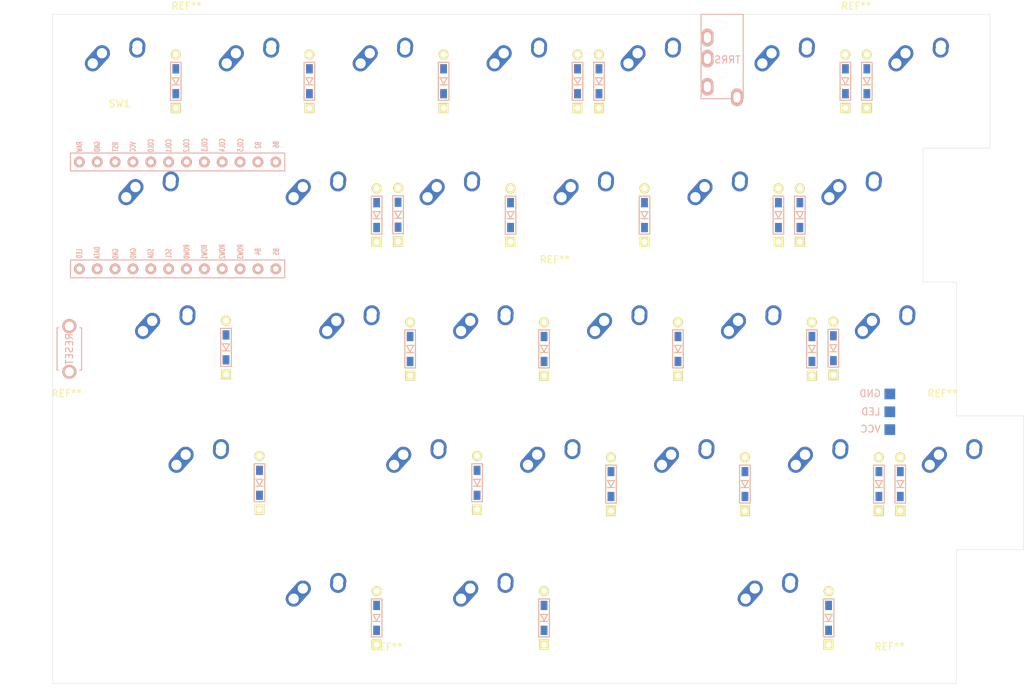
<source format=kicad_pcb>
(kicad_pcb (version 20171130) (host pcbnew "(5.1.5-0-10_14)")

  (general
    (thickness 1.6)
    (drawings 12)
    (tracks 0)
    (zones 0)
    (modules 67)
    (nets 52)
  )

  (page A4)
  (layers
    (0 F.Cu signal)
    (31 B.Cu signal)
    (32 B.Adhes user)
    (33 F.Adhes user)
    (34 B.Paste user)
    (35 F.Paste user)
    (36 B.SilkS user)
    (37 F.SilkS user)
    (38 B.Mask user)
    (39 F.Mask user)
    (40 Dwgs.User user)
    (41 Cmts.User user)
    (42 Eco1.User user)
    (43 Eco2.User user)
    (44 Edge.Cuts user)
    (45 Margin user)
    (46 B.CrtYd user)
    (47 F.CrtYd user)
    (48 B.Fab user)
    (49 F.Fab user)
  )

  (setup
    (last_trace_width 0.25)
    (trace_clearance 0.2)
    (zone_clearance 0.508)
    (zone_45_only no)
    (trace_min 0.2)
    (via_size 0.8)
    (via_drill 0.4)
    (via_min_size 0.4)
    (via_min_drill 0.3)
    (uvia_size 0.3)
    (uvia_drill 0.1)
    (uvias_allowed no)
    (uvia_min_size 0.2)
    (uvia_min_drill 0.1)
    (edge_width 0.05)
    (segment_width 0.2)
    (pcb_text_width 0.3)
    (pcb_text_size 1.5 1.5)
    (mod_edge_width 0.12)
    (mod_text_size 1 1)
    (mod_text_width 0.15)
    (pad_size 1.524 1.524)
    (pad_drill 0.762)
    (pad_to_mask_clearance 0.051)
    (solder_mask_min_width 0.25)
    (aux_axis_origin 0 0)
    (grid_origin 19.685 18.415)
    (visible_elements FFFFFF7F)
    (pcbplotparams
      (layerselection 0x010fc_ffffffff)
      (usegerberextensions false)
      (usegerberattributes false)
      (usegerberadvancedattributes false)
      (creategerberjobfile false)
      (excludeedgelayer true)
      (linewidth 0.100000)
      (plotframeref false)
      (viasonmask false)
      (mode 1)
      (useauxorigin false)
      (hpglpennumber 1)
      (hpglpenspeed 20)
      (hpglpendiameter 15.000000)
      (psnegative false)
      (psa4output false)
      (plotreference true)
      (plotvalue true)
      (plotinvisibletext false)
      (padsonsilk false)
      (subtractmaskfromsilk false)
      (outputformat 1)
      (mirror false)
      (drillshape 1)
      (scaleselection 1)
      (outputdirectory ""))
  )

  (net 0 "")
  (net 1 "Net-(D1-Pad2)")
  (net 2 row0)
  (net 3 "Net-(D2-Pad2)")
  (net 4 "Net-(D3-Pad2)")
  (net 5 "Net-(D4-Pad2)")
  (net 6 "Net-(D5-Pad2)")
  (net 7 "Net-(D6-Pad2)")
  (net 8 "Net-(D7-Pad2)")
  (net 9 row1)
  (net 10 "Net-(D8-Pad2)")
  (net 11 "Net-(D9-Pad2)")
  (net 12 "Net-(D10-Pad2)")
  (net 13 "Net-(D11-Pad2)")
  (net 14 "Net-(D12-Pad2)")
  (net 15 "Net-(D13-Pad2)")
  (net 16 "Net-(D14-Pad2)")
  (net 17 row2)
  (net 18 "Net-(D15-Pad2)")
  (net 19 "Net-(D16-Pad2)")
  (net 20 "Net-(D17-Pad2)")
  (net 21 "Net-(D18-Pad2)")
  (net 22 "Net-(D19-Pad2)")
  (net 23 "Net-(D20-Pad2)")
  (net 24 row3)
  (net 25 "Net-(D21-Pad2)")
  (net 26 "Net-(D22-Pad2)")
  (net 27 "Net-(D23-Pad2)")
  (net 28 "Net-(D24-Pad2)")
  (net 29 "Net-(D25-Pad2)")
  (net 30 row4)
  (net 31 "Net-(D26-Pad2)")
  (net 32 "Net-(D27-Pad2)")
  (net 33 "Net-(D28-Pad2)")
  (net 34 GND)
  (net 35 VCC)
  (net 36 led)
  (net 37 data)
  (net 38 col0)
  (net 39 col1)
  (net 40 col2)
  (net 41 col3)
  (net 42 col4)
  (net 43 col5)
  (net 44 col6)
  (net 45 reset)
  (net 46 "Net-(U1-Pad5)")
  (net 47 "Net-(U1-Pad6)")
  (net 48 "Net-(U1-Pad12)")
  (net 49 "Net-(U1-Pad13)")
  (net 50 "Net-(U1-Pad24)")
  (net 51 "Net-(J2-PadA)")

  (net_class Default "これはデフォルトのネット クラスです。"
    (clearance 0.2)
    (trace_width 0.25)
    (via_dia 0.8)
    (via_drill 0.4)
    (uvia_dia 0.3)
    (uvia_drill 0.1)
    (add_net GND)
    (add_net "Net-(D1-Pad2)")
    (add_net "Net-(D10-Pad2)")
    (add_net "Net-(D11-Pad2)")
    (add_net "Net-(D12-Pad2)")
    (add_net "Net-(D13-Pad2)")
    (add_net "Net-(D14-Pad2)")
    (add_net "Net-(D15-Pad2)")
    (add_net "Net-(D16-Pad2)")
    (add_net "Net-(D17-Pad2)")
    (add_net "Net-(D18-Pad2)")
    (add_net "Net-(D19-Pad2)")
    (add_net "Net-(D2-Pad2)")
    (add_net "Net-(D20-Pad2)")
    (add_net "Net-(D21-Pad2)")
    (add_net "Net-(D22-Pad2)")
    (add_net "Net-(D23-Pad2)")
    (add_net "Net-(D24-Pad2)")
    (add_net "Net-(D25-Pad2)")
    (add_net "Net-(D26-Pad2)")
    (add_net "Net-(D27-Pad2)")
    (add_net "Net-(D28-Pad2)")
    (add_net "Net-(D3-Pad2)")
    (add_net "Net-(D4-Pad2)")
    (add_net "Net-(D5-Pad2)")
    (add_net "Net-(D6-Pad2)")
    (add_net "Net-(D7-Pad2)")
    (add_net "Net-(D8-Pad2)")
    (add_net "Net-(D9-Pad2)")
    (add_net "Net-(J2-PadA)")
    (add_net "Net-(U1-Pad12)")
    (add_net "Net-(U1-Pad13)")
    (add_net "Net-(U1-Pad24)")
    (add_net "Net-(U1-Pad5)")
    (add_net "Net-(U1-Pad6)")
    (add_net VCC)
    (add_net col0)
    (add_net col1)
    (add_net col2)
    (add_net col3)
    (add_net col4)
    (add_net col5)
    (add_net col6)
    (add_net data)
    (add_net led)
    (add_net reset)
    (add_net row0)
    (add_net row1)
    (add_net row2)
    (add_net row3)
    (add_net row4)
  )

  (module MountingHole:MountingHole_2.2mm_M2 (layer F.Cu) (tedit 56D1B4CB) (tstamp 5F1A84C1)
    (at 146.2725 75.565)
    (descr "Mounting Hole 2.2mm, no annular, M2")
    (tags "mounting hole 2.2mm no annular m2")
    (attr virtual)
    (fp_text reference REF** (at 0 -3.2) (layer F.SilkS)
      (effects (font (size 1 1) (thickness 0.15)))
    )
    (fp_text value MountingHole_2.2mm_M2 (at 0 3.2) (layer F.Fab)
      (effects (font (size 1 1) (thickness 0.15)))
    )
    (fp_circle (center 0 0) (end 2.45 0) (layer F.CrtYd) (width 0.05))
    (fp_circle (center 0 0) (end 2.2 0) (layer Cmts.User) (width 0.15))
    (fp_text user %R (at 0.3 0) (layer F.Fab)
      (effects (font (size 1 1) (thickness 0.15)))
    )
    (pad 1 np_thru_hole circle (at 0 0) (size 2.2 2.2) (drill 2.2) (layers *.Cu *.Mask))
  )

  (module MountingHole:MountingHole_2.2mm_M2 (layer F.Cu) (tedit 56D1B4CB) (tstamp 5F1A849D)
    (at 21.685 75.565)
    (descr "Mounting Hole 2.2mm, no annular, M2")
    (tags "mounting hole 2.2mm no annular m2")
    (attr virtual)
    (fp_text reference REF** (at 0 -3.2) (layer F.SilkS)
      (effects (font (size 1 1) (thickness 0.15)))
    )
    (fp_text value MountingHole_2.2mm_M2 (at 0 3.2) (layer F.Fab)
      (effects (font (size 1 1) (thickness 0.15)))
    )
    (fp_circle (center 0 0) (end 2.45 0) (layer F.CrtYd) (width 0.05))
    (fp_circle (center 0 0) (end 2.2 0) (layer Cmts.User) (width 0.15))
    (fp_text user %R (at 0.3 0) (layer F.Fab)
      (effects (font (size 1 1) (thickness 0.15)))
    )
    (pad 1 np_thru_hole circle (at 0 0) (size 2.2 2.2) (drill 2.2) (layers *.Cu *.Mask))
  )

  (module MountingHole:MountingHole_2.2mm_M2 (layer F.Cu) (tedit 56D1B4CB) (tstamp 5F1A836E)
    (at 138.7475 111.615)
    (descr "Mounting Hole 2.2mm, no annular, M2")
    (tags "mounting hole 2.2mm no annular m2")
    (attr virtual)
    (fp_text reference REF** (at 0 -3.2) (layer F.SilkS)
      (effects (font (size 1 1) (thickness 0.15)))
    )
    (fp_text value MountingHole_2.2mm_M2 (at 0 3.2) (layer F.Fab)
      (effects (font (size 1 1) (thickness 0.15)))
    )
    (fp_circle (center 0 0) (end 2.45 0) (layer F.CrtYd) (width 0.05))
    (fp_circle (center 0 0) (end 2.2 0) (layer Cmts.User) (width 0.15))
    (fp_text user %R (at 0.3 0) (layer F.Fab)
      (effects (font (size 1 1) (thickness 0.15)))
    )
    (pad 1 np_thru_hole circle (at 0 0) (size 2.2 2.2) (drill 2.2) (layers *.Cu *.Mask))
  )

  (module MountingHole:MountingHole_2.2mm_M2 (layer F.Cu) (tedit 56D1B4CB) (tstamp 5F1A834A)
    (at 67.31 111.665)
    (descr "Mounting Hole 2.2mm, no annular, M2")
    (tags "mounting hole 2.2mm no annular m2")
    (attr virtual)
    (fp_text reference REF** (at 0 -3.2) (layer F.SilkS)
      (effects (font (size 1 1) (thickness 0.15)))
    )
    (fp_text value MountingHole_2.2mm_M2 (at 0 3.2) (layer F.Fab)
      (effects (font (size 1 1) (thickness 0.15)))
    )
    (fp_circle (center 0 0) (end 2.45 0) (layer F.CrtYd) (width 0.05))
    (fp_circle (center 0 0) (end 2.2 0) (layer Cmts.User) (width 0.15))
    (fp_text user %R (at 0.3 0) (layer F.Fab)
      (effects (font (size 1 1) (thickness 0.15)))
    )
    (pad 1 np_thru_hole circle (at 0 0) (size 2.2 2.2) (drill 2.2) (layers *.Cu *.Mask))
  )

  (module MountingHole:MountingHole_2.2mm_M2 (layer F.Cu) (tedit 56D1B4CB) (tstamp 5F1A8326)
    (at 91.1225 56.515)
    (descr "Mounting Hole 2.2mm, no annular, M2")
    (tags "mounting hole 2.2mm no annular m2")
    (attr virtual)
    (fp_text reference REF** (at 0 -3.2) (layer F.SilkS)
      (effects (font (size 1 1) (thickness 0.15)))
    )
    (fp_text value MountingHole_2.2mm_M2 (at 0 3.2) (layer F.Fab)
      (effects (font (size 1 1) (thickness 0.15)))
    )
    (fp_circle (center 0 0) (end 2.45 0) (layer F.CrtYd) (width 0.05))
    (fp_circle (center 0 0) (end 2.2 0) (layer Cmts.User) (width 0.15))
    (fp_text user %R (at 0.3 0) (layer F.Fab)
      (effects (font (size 1 1) (thickness 0.15)))
    )
    (pad 1 np_thru_hole circle (at 0 0) (size 2.2 2.2) (drill 2.2) (layers *.Cu *.Mask))
  )

  (module MountingHole:MountingHole_2.2mm_M2 (layer F.Cu) (tedit 56D1B4CB) (tstamp 5F1A8302)
    (at 133.985 20.415)
    (descr "Mounting Hole 2.2mm, no annular, M2")
    (tags "mounting hole 2.2mm no annular m2")
    (attr virtual)
    (fp_text reference REF** (at 0 -3.2) (layer F.SilkS)
      (effects (font (size 1 1) (thickness 0.15)))
    )
    (fp_text value MountingHole_2.2mm_M2 (at 0 3.2) (layer F.Fab)
      (effects (font (size 1 1) (thickness 0.15)))
    )
    (fp_circle (center 0 0) (end 2.45 0) (layer F.CrtYd) (width 0.05))
    (fp_circle (center 0 0) (end 2.2 0) (layer Cmts.User) (width 0.15))
    (fp_text user %R (at 0.3 0) (layer F.Fab)
      (effects (font (size 1 1) (thickness 0.15)))
    )
    (pad 1 np_thru_hole circle (at 0 0) (size 2.2 2.2) (drill 2.2) (layers *.Cu *.Mask))
  )

  (module MountingHole:MountingHole_2.2mm_M2 (layer F.Cu) (tedit 56D1B4CB) (tstamp 5F1A7FD3)
    (at 38.735 20.415)
    (descr "Mounting Hole 2.2mm, no annular, M2")
    (tags "mounting hole 2.2mm no annular m2")
    (attr virtual)
    (fp_text reference REF** (at 0 -3.2) (layer F.SilkS)
      (effects (font (size 1 1) (thickness 0.15)))
    )
    (fp_text value MountingHole_2.2mm_M2 (at 0 3.2) (layer F.Fab)
      (effects (font (size 1 1) (thickness 0.15)))
    )
    (fp_circle (center 0 0) (end 2.45 0) (layer F.CrtYd) (width 0.05))
    (fp_circle (center 0 0) (end 2.2 0) (layer Cmts.User) (width 0.15))
    (fp_text user %R (at 0.3 0) (layer F.Fab)
      (effects (font (size 1 1) (thickness 0.15)))
    )
    (pad 1 np_thru_hole circle (at 0 0) (size 2.2 2.2) (drill 2.2) (layers *.Cu *.Mask))
  )

  (module kbd:D3_TH_SMD (layer F.Cu) (tedit 5B7FD767) (tstamp 5F1A11EA)
    (at 37.21 27.94 90)
    (descr "Resitance 3 pas")
    (tags R)
    (path /5E069057)
    (autoplace_cost180 10)
    (fp_text reference D1 (at 0.55 0 90) (layer F.Fab) hide
      (effects (font (size 0.5 0.5) (thickness 0.125)))
    )
    (fp_text value D (at -0.55 0 90) (layer F.Fab) hide
      (effects (font (size 0.5 0.5) (thickness 0.125)))
    )
    (fp_line (start 2.7 0.75) (end 2.7 -0.75) (layer B.SilkS) (width 0.15))
    (fp_line (start -2.7 0.75) (end 2.7 0.75) (layer B.SilkS) (width 0.15))
    (fp_line (start -2.7 -0.75) (end -2.7 0.75) (layer B.SilkS) (width 0.15))
    (fp_line (start 2.7 -0.75) (end -2.7 -0.75) (layer B.SilkS) (width 0.15))
    (fp_line (start 2.7 0.75) (end 2.7 -0.75) (layer F.SilkS) (width 0.15))
    (fp_line (start -2.7 0.75) (end 2.7 0.75) (layer F.SilkS) (width 0.15))
    (fp_line (start -2.7 -0.75) (end -2.7 0.75) (layer F.SilkS) (width 0.15))
    (fp_line (start 2.7 -0.75) (end -2.7 -0.75) (layer F.SilkS) (width 0.15))
    (fp_line (start -0.5 -0.5) (end -0.5 0.5) (layer F.SilkS) (width 0.15))
    (fp_line (start 0.5 0.5) (end -0.4 0) (layer F.SilkS) (width 0.15))
    (fp_line (start 0.5 -0.5) (end 0.5 0.5) (layer F.SilkS) (width 0.15))
    (fp_line (start -0.4 0) (end 0.5 -0.5) (layer F.SilkS) (width 0.15))
    (fp_line (start -0.5 -0.5) (end -0.5 0.5) (layer B.SilkS) (width 0.15))
    (fp_line (start 0.5 0.5) (end -0.4 0) (layer B.SilkS) (width 0.15))
    (fp_line (start 0.5 -0.5) (end 0.5 0.5) (layer B.SilkS) (width 0.15))
    (fp_line (start -0.4 0) (end 0.5 -0.5) (layer B.SilkS) (width 0.15))
    (pad 2 smd rect (at 1.775 0 90) (size 1.3 0.95) (layers F.Cu F.Paste F.Mask)
      (net 1 "Net-(D1-Pad2)"))
    (pad 2 thru_hole circle (at 3.81 0 90) (size 1.397 1.397) (drill 0.8128) (layers *.Cu *.Mask F.SilkS)
      (net 1 "Net-(D1-Pad2)"))
    (pad 1 thru_hole rect (at -3.81 0 90) (size 1.397 1.397) (drill 0.8128) (layers *.Cu *.Mask F.SilkS)
      (net 2 row0))
    (pad 1 smd rect (at -1.775 0 90) (size 1.3 0.95) (layers B.Cu B.Paste B.Mask)
      (net 2 row0))
    (pad 2 smd rect (at 1.775 0 90) (size 1.3 0.95) (layers B.Cu B.Paste B.Mask)
      (net 1 "Net-(D1-Pad2)"))
    (pad 1 smd rect (at -1.775 0 90) (size 1.3 0.95) (layers F.Cu F.Paste F.Mask)
      (net 2 row0))
    (model Diodes_SMD.3dshapes/SMB_Handsoldering.wrl
      (at (xyz 0 0 0))
      (scale (xyz 0.22 0.15 0.15))
      (rotate (xyz 0 0 180))
    )
  )

  (module kbd:D3_TH_SMD (layer F.Cu) (tedit 5B7FD767) (tstamp 5F1A1204)
    (at 56.21 27.94 90)
    (descr "Resitance 3 pas")
    (tags R)
    (path /5E06DEE6)
    (autoplace_cost180 10)
    (fp_text reference D2 (at 0.55 0 90) (layer F.Fab) hide
      (effects (font (size 0.5 0.5) (thickness 0.125)))
    )
    (fp_text value D (at -0.55 0 90) (layer F.Fab) hide
      (effects (font (size 0.5 0.5) (thickness 0.125)))
    )
    (fp_line (start 2.7 0.75) (end 2.7 -0.75) (layer B.SilkS) (width 0.15))
    (fp_line (start -2.7 0.75) (end 2.7 0.75) (layer B.SilkS) (width 0.15))
    (fp_line (start -2.7 -0.75) (end -2.7 0.75) (layer B.SilkS) (width 0.15))
    (fp_line (start 2.7 -0.75) (end -2.7 -0.75) (layer B.SilkS) (width 0.15))
    (fp_line (start 2.7 0.75) (end 2.7 -0.75) (layer F.SilkS) (width 0.15))
    (fp_line (start -2.7 0.75) (end 2.7 0.75) (layer F.SilkS) (width 0.15))
    (fp_line (start -2.7 -0.75) (end -2.7 0.75) (layer F.SilkS) (width 0.15))
    (fp_line (start 2.7 -0.75) (end -2.7 -0.75) (layer F.SilkS) (width 0.15))
    (fp_line (start -0.5 -0.5) (end -0.5 0.5) (layer F.SilkS) (width 0.15))
    (fp_line (start 0.5 0.5) (end -0.4 0) (layer F.SilkS) (width 0.15))
    (fp_line (start 0.5 -0.5) (end 0.5 0.5) (layer F.SilkS) (width 0.15))
    (fp_line (start -0.4 0) (end 0.5 -0.5) (layer F.SilkS) (width 0.15))
    (fp_line (start -0.5 -0.5) (end -0.5 0.5) (layer B.SilkS) (width 0.15))
    (fp_line (start 0.5 0.5) (end -0.4 0) (layer B.SilkS) (width 0.15))
    (fp_line (start 0.5 -0.5) (end 0.5 0.5) (layer B.SilkS) (width 0.15))
    (fp_line (start -0.4 0) (end 0.5 -0.5) (layer B.SilkS) (width 0.15))
    (pad 2 smd rect (at 1.775 0 90) (size 1.3 0.95) (layers F.Cu F.Paste F.Mask)
      (net 3 "Net-(D2-Pad2)"))
    (pad 2 thru_hole circle (at 3.81 0 90) (size 1.397 1.397) (drill 0.8128) (layers *.Cu *.Mask F.SilkS)
      (net 3 "Net-(D2-Pad2)"))
    (pad 1 thru_hole rect (at -3.81 0 90) (size 1.397 1.397) (drill 0.8128) (layers *.Cu *.Mask F.SilkS)
      (net 2 row0))
    (pad 1 smd rect (at -1.775 0 90) (size 1.3 0.95) (layers B.Cu B.Paste B.Mask)
      (net 2 row0))
    (pad 2 smd rect (at 1.775 0 90) (size 1.3 0.95) (layers B.Cu B.Paste B.Mask)
      (net 3 "Net-(D2-Pad2)"))
    (pad 1 smd rect (at -1.775 0 90) (size 1.3 0.95) (layers F.Cu F.Paste F.Mask)
      (net 2 row0))
    (model Diodes_SMD.3dshapes/SMB_Handsoldering.wrl
      (at (xyz 0 0 0))
      (scale (xyz 0.22 0.15 0.15))
      (rotate (xyz 0 0 180))
    )
  )

  (module kbd:D3_TH_SMD (layer F.Cu) (tedit 5B7FD767) (tstamp 5F1A121E)
    (at 75.31 27.94 90)
    (descr "Resitance 3 pas")
    (tags R)
    (path /5E0741EA)
    (autoplace_cost180 10)
    (fp_text reference D3 (at 0.55 0 90) (layer F.Fab) hide
      (effects (font (size 0.5 0.5) (thickness 0.125)))
    )
    (fp_text value D (at -0.55 0 90) (layer F.Fab) hide
      (effects (font (size 0.5 0.5) (thickness 0.125)))
    )
    (fp_line (start 2.7 0.75) (end 2.7 -0.75) (layer B.SilkS) (width 0.15))
    (fp_line (start -2.7 0.75) (end 2.7 0.75) (layer B.SilkS) (width 0.15))
    (fp_line (start -2.7 -0.75) (end -2.7 0.75) (layer B.SilkS) (width 0.15))
    (fp_line (start 2.7 -0.75) (end -2.7 -0.75) (layer B.SilkS) (width 0.15))
    (fp_line (start 2.7 0.75) (end 2.7 -0.75) (layer F.SilkS) (width 0.15))
    (fp_line (start -2.7 0.75) (end 2.7 0.75) (layer F.SilkS) (width 0.15))
    (fp_line (start -2.7 -0.75) (end -2.7 0.75) (layer F.SilkS) (width 0.15))
    (fp_line (start 2.7 -0.75) (end -2.7 -0.75) (layer F.SilkS) (width 0.15))
    (fp_line (start -0.5 -0.5) (end -0.5 0.5) (layer F.SilkS) (width 0.15))
    (fp_line (start 0.5 0.5) (end -0.4 0) (layer F.SilkS) (width 0.15))
    (fp_line (start 0.5 -0.5) (end 0.5 0.5) (layer F.SilkS) (width 0.15))
    (fp_line (start -0.4 0) (end 0.5 -0.5) (layer F.SilkS) (width 0.15))
    (fp_line (start -0.5 -0.5) (end -0.5 0.5) (layer B.SilkS) (width 0.15))
    (fp_line (start 0.5 0.5) (end -0.4 0) (layer B.SilkS) (width 0.15))
    (fp_line (start 0.5 -0.5) (end 0.5 0.5) (layer B.SilkS) (width 0.15))
    (fp_line (start -0.4 0) (end 0.5 -0.5) (layer B.SilkS) (width 0.15))
    (pad 2 smd rect (at 1.775 0 90) (size 1.3 0.95) (layers F.Cu F.Paste F.Mask)
      (net 4 "Net-(D3-Pad2)"))
    (pad 2 thru_hole circle (at 3.81 0 90) (size 1.397 1.397) (drill 0.8128) (layers *.Cu *.Mask F.SilkS)
      (net 4 "Net-(D3-Pad2)"))
    (pad 1 thru_hole rect (at -3.81 0 90) (size 1.397 1.397) (drill 0.8128) (layers *.Cu *.Mask F.SilkS)
      (net 2 row0))
    (pad 1 smd rect (at -1.775 0 90) (size 1.3 0.95) (layers B.Cu B.Paste B.Mask)
      (net 2 row0))
    (pad 2 smd rect (at 1.775 0 90) (size 1.3 0.95) (layers B.Cu B.Paste B.Mask)
      (net 4 "Net-(D3-Pad2)"))
    (pad 1 smd rect (at -1.775 0 90) (size 1.3 0.95) (layers F.Cu F.Paste F.Mask)
      (net 2 row0))
    (model Diodes_SMD.3dshapes/SMB_Handsoldering.wrl
      (at (xyz 0 0 0))
      (scale (xyz 0.22 0.15 0.15))
      (rotate (xyz 0 0 180))
    )
  )

  (module kbd:D3_TH_SMD (layer F.Cu) (tedit 5B7FD767) (tstamp 5F1A1238)
    (at 94.36 27.94 90)
    (descr "Resitance 3 pas")
    (tags R)
    (path /5E0741F6)
    (autoplace_cost180 10)
    (fp_text reference D4 (at 0.55 0 90) (layer F.Fab) hide
      (effects (font (size 0.5 0.5) (thickness 0.125)))
    )
    (fp_text value D (at -0.55 0 90) (layer F.Fab) hide
      (effects (font (size 0.5 0.5) (thickness 0.125)))
    )
    (fp_line (start 2.7 0.75) (end 2.7 -0.75) (layer B.SilkS) (width 0.15))
    (fp_line (start -2.7 0.75) (end 2.7 0.75) (layer B.SilkS) (width 0.15))
    (fp_line (start -2.7 -0.75) (end -2.7 0.75) (layer B.SilkS) (width 0.15))
    (fp_line (start 2.7 -0.75) (end -2.7 -0.75) (layer B.SilkS) (width 0.15))
    (fp_line (start 2.7 0.75) (end 2.7 -0.75) (layer F.SilkS) (width 0.15))
    (fp_line (start -2.7 0.75) (end 2.7 0.75) (layer F.SilkS) (width 0.15))
    (fp_line (start -2.7 -0.75) (end -2.7 0.75) (layer F.SilkS) (width 0.15))
    (fp_line (start 2.7 -0.75) (end -2.7 -0.75) (layer F.SilkS) (width 0.15))
    (fp_line (start -0.5 -0.5) (end -0.5 0.5) (layer F.SilkS) (width 0.15))
    (fp_line (start 0.5 0.5) (end -0.4 0) (layer F.SilkS) (width 0.15))
    (fp_line (start 0.5 -0.5) (end 0.5 0.5) (layer F.SilkS) (width 0.15))
    (fp_line (start -0.4 0) (end 0.5 -0.5) (layer F.SilkS) (width 0.15))
    (fp_line (start -0.5 -0.5) (end -0.5 0.5) (layer B.SilkS) (width 0.15))
    (fp_line (start 0.5 0.5) (end -0.4 0) (layer B.SilkS) (width 0.15))
    (fp_line (start 0.5 -0.5) (end 0.5 0.5) (layer B.SilkS) (width 0.15))
    (fp_line (start -0.4 0) (end 0.5 -0.5) (layer B.SilkS) (width 0.15))
    (pad 2 smd rect (at 1.775 0 90) (size 1.3 0.95) (layers F.Cu F.Paste F.Mask)
      (net 5 "Net-(D4-Pad2)"))
    (pad 2 thru_hole circle (at 3.81 0 90) (size 1.397 1.397) (drill 0.8128) (layers *.Cu *.Mask F.SilkS)
      (net 5 "Net-(D4-Pad2)"))
    (pad 1 thru_hole rect (at -3.81 0 90) (size 1.397 1.397) (drill 0.8128) (layers *.Cu *.Mask F.SilkS)
      (net 2 row0))
    (pad 1 smd rect (at -1.775 0 90) (size 1.3 0.95) (layers B.Cu B.Paste B.Mask)
      (net 2 row0))
    (pad 2 smd rect (at 1.775 0 90) (size 1.3 0.95) (layers B.Cu B.Paste B.Mask)
      (net 5 "Net-(D4-Pad2)"))
    (pad 1 smd rect (at -1.775 0 90) (size 1.3 0.95) (layers F.Cu F.Paste F.Mask)
      (net 2 row0))
    (model Diodes_SMD.3dshapes/SMB_Handsoldering.wrl
      (at (xyz 0 0 0))
      (scale (xyz 0.22 0.15 0.15))
      (rotate (xyz 0 0 180))
    )
  )

  (module kbd:D3_TH_SMD (layer F.Cu) (tedit 5B7FD767) (tstamp 5F1A1252)
    (at 97.41 27.94 90)
    (descr "Resitance 3 pas")
    (tags R)
    (path /5E07A546)
    (autoplace_cost180 10)
    (fp_text reference D5 (at 0.55 0 90) (layer F.Fab) hide
      (effects (font (size 0.5 0.5) (thickness 0.125)))
    )
    (fp_text value D (at -0.55 0 90) (layer F.Fab) hide
      (effects (font (size 0.5 0.5) (thickness 0.125)))
    )
    (fp_line (start 2.7 0.75) (end 2.7 -0.75) (layer B.SilkS) (width 0.15))
    (fp_line (start -2.7 0.75) (end 2.7 0.75) (layer B.SilkS) (width 0.15))
    (fp_line (start -2.7 -0.75) (end -2.7 0.75) (layer B.SilkS) (width 0.15))
    (fp_line (start 2.7 -0.75) (end -2.7 -0.75) (layer B.SilkS) (width 0.15))
    (fp_line (start 2.7 0.75) (end 2.7 -0.75) (layer F.SilkS) (width 0.15))
    (fp_line (start -2.7 0.75) (end 2.7 0.75) (layer F.SilkS) (width 0.15))
    (fp_line (start -2.7 -0.75) (end -2.7 0.75) (layer F.SilkS) (width 0.15))
    (fp_line (start 2.7 -0.75) (end -2.7 -0.75) (layer F.SilkS) (width 0.15))
    (fp_line (start -0.5 -0.5) (end -0.5 0.5) (layer F.SilkS) (width 0.15))
    (fp_line (start 0.5 0.5) (end -0.4 0) (layer F.SilkS) (width 0.15))
    (fp_line (start 0.5 -0.5) (end 0.5 0.5) (layer F.SilkS) (width 0.15))
    (fp_line (start -0.4 0) (end 0.5 -0.5) (layer F.SilkS) (width 0.15))
    (fp_line (start -0.5 -0.5) (end -0.5 0.5) (layer B.SilkS) (width 0.15))
    (fp_line (start 0.5 0.5) (end -0.4 0) (layer B.SilkS) (width 0.15))
    (fp_line (start 0.5 -0.5) (end 0.5 0.5) (layer B.SilkS) (width 0.15))
    (fp_line (start -0.4 0) (end 0.5 -0.5) (layer B.SilkS) (width 0.15))
    (pad 2 smd rect (at 1.775 0 90) (size 1.3 0.95) (layers F.Cu F.Paste F.Mask)
      (net 6 "Net-(D5-Pad2)"))
    (pad 2 thru_hole circle (at 3.81 0 90) (size 1.397 1.397) (drill 0.8128) (layers *.Cu *.Mask F.SilkS)
      (net 6 "Net-(D5-Pad2)"))
    (pad 1 thru_hole rect (at -3.81 0 90) (size 1.397 1.397) (drill 0.8128) (layers *.Cu *.Mask F.SilkS)
      (net 2 row0))
    (pad 1 smd rect (at -1.775 0 90) (size 1.3 0.95) (layers B.Cu B.Paste B.Mask)
      (net 2 row0))
    (pad 2 smd rect (at 1.775 0 90) (size 1.3 0.95) (layers B.Cu B.Paste B.Mask)
      (net 6 "Net-(D5-Pad2)"))
    (pad 1 smd rect (at -1.775 0 90) (size 1.3 0.95) (layers F.Cu F.Paste F.Mask)
      (net 2 row0))
    (model Diodes_SMD.3dshapes/SMB_Handsoldering.wrl
      (at (xyz 0 0 0))
      (scale (xyz 0.22 0.15 0.15))
      (rotate (xyz 0 0 180))
    )
  )

  (module kbd:D3_TH_SMD (layer F.Cu) (tedit 5B7FD767) (tstamp 5F1A126C)
    (at 132.46 27.94 90)
    (descr "Resitance 3 pas")
    (tags R)
    (path /5E07A552)
    (autoplace_cost180 10)
    (fp_text reference D6 (at 0.55 0 90) (layer F.Fab) hide
      (effects (font (size 0.5 0.5) (thickness 0.125)))
    )
    (fp_text value D (at -0.55 0 90) (layer F.Fab) hide
      (effects (font (size 0.5 0.5) (thickness 0.125)))
    )
    (fp_line (start 2.7 0.75) (end 2.7 -0.75) (layer B.SilkS) (width 0.15))
    (fp_line (start -2.7 0.75) (end 2.7 0.75) (layer B.SilkS) (width 0.15))
    (fp_line (start -2.7 -0.75) (end -2.7 0.75) (layer B.SilkS) (width 0.15))
    (fp_line (start 2.7 -0.75) (end -2.7 -0.75) (layer B.SilkS) (width 0.15))
    (fp_line (start 2.7 0.75) (end 2.7 -0.75) (layer F.SilkS) (width 0.15))
    (fp_line (start -2.7 0.75) (end 2.7 0.75) (layer F.SilkS) (width 0.15))
    (fp_line (start -2.7 -0.75) (end -2.7 0.75) (layer F.SilkS) (width 0.15))
    (fp_line (start 2.7 -0.75) (end -2.7 -0.75) (layer F.SilkS) (width 0.15))
    (fp_line (start -0.5 -0.5) (end -0.5 0.5) (layer F.SilkS) (width 0.15))
    (fp_line (start 0.5 0.5) (end -0.4 0) (layer F.SilkS) (width 0.15))
    (fp_line (start 0.5 -0.5) (end 0.5 0.5) (layer F.SilkS) (width 0.15))
    (fp_line (start -0.4 0) (end 0.5 -0.5) (layer F.SilkS) (width 0.15))
    (fp_line (start -0.5 -0.5) (end -0.5 0.5) (layer B.SilkS) (width 0.15))
    (fp_line (start 0.5 0.5) (end -0.4 0) (layer B.SilkS) (width 0.15))
    (fp_line (start 0.5 -0.5) (end 0.5 0.5) (layer B.SilkS) (width 0.15))
    (fp_line (start -0.4 0) (end 0.5 -0.5) (layer B.SilkS) (width 0.15))
    (pad 2 smd rect (at 1.775 0 90) (size 1.3 0.95) (layers F.Cu F.Paste F.Mask)
      (net 7 "Net-(D6-Pad2)"))
    (pad 2 thru_hole circle (at 3.81 0 90) (size 1.397 1.397) (drill 0.8128) (layers *.Cu *.Mask F.SilkS)
      (net 7 "Net-(D6-Pad2)"))
    (pad 1 thru_hole rect (at -3.81 0 90) (size 1.397 1.397) (drill 0.8128) (layers *.Cu *.Mask F.SilkS)
      (net 2 row0))
    (pad 1 smd rect (at -1.775 0 90) (size 1.3 0.95) (layers B.Cu B.Paste B.Mask)
      (net 2 row0))
    (pad 2 smd rect (at 1.775 0 90) (size 1.3 0.95) (layers B.Cu B.Paste B.Mask)
      (net 7 "Net-(D6-Pad2)"))
    (pad 1 smd rect (at -1.775 0 90) (size 1.3 0.95) (layers F.Cu F.Paste F.Mask)
      (net 2 row0))
    (model Diodes_SMD.3dshapes/SMB_Handsoldering.wrl
      (at (xyz 0 0 0))
      (scale (xyz 0.22 0.15 0.15))
      (rotate (xyz 0 0 180))
    )
  )

  (module kbd:D3_TH_SMD (layer F.Cu) (tedit 5B7FD767) (tstamp 5F1A1286)
    (at 135.51 27.94 90)
    (descr "Resitance 3 pas")
    (tags R)
    (path /5E07A55E)
    (autoplace_cost180 10)
    (fp_text reference D7 (at 0.55 0 90) (layer F.Fab) hide
      (effects (font (size 0.5 0.5) (thickness 0.125)))
    )
    (fp_text value D (at -0.55 0 90) (layer F.Fab) hide
      (effects (font (size 0.5 0.5) (thickness 0.125)))
    )
    (fp_line (start 2.7 0.75) (end 2.7 -0.75) (layer B.SilkS) (width 0.15))
    (fp_line (start -2.7 0.75) (end 2.7 0.75) (layer B.SilkS) (width 0.15))
    (fp_line (start -2.7 -0.75) (end -2.7 0.75) (layer B.SilkS) (width 0.15))
    (fp_line (start 2.7 -0.75) (end -2.7 -0.75) (layer B.SilkS) (width 0.15))
    (fp_line (start 2.7 0.75) (end 2.7 -0.75) (layer F.SilkS) (width 0.15))
    (fp_line (start -2.7 0.75) (end 2.7 0.75) (layer F.SilkS) (width 0.15))
    (fp_line (start -2.7 -0.75) (end -2.7 0.75) (layer F.SilkS) (width 0.15))
    (fp_line (start 2.7 -0.75) (end -2.7 -0.75) (layer F.SilkS) (width 0.15))
    (fp_line (start -0.5 -0.5) (end -0.5 0.5) (layer F.SilkS) (width 0.15))
    (fp_line (start 0.5 0.5) (end -0.4 0) (layer F.SilkS) (width 0.15))
    (fp_line (start 0.5 -0.5) (end 0.5 0.5) (layer F.SilkS) (width 0.15))
    (fp_line (start -0.4 0) (end 0.5 -0.5) (layer F.SilkS) (width 0.15))
    (fp_line (start -0.5 -0.5) (end -0.5 0.5) (layer B.SilkS) (width 0.15))
    (fp_line (start 0.5 0.5) (end -0.4 0) (layer B.SilkS) (width 0.15))
    (fp_line (start 0.5 -0.5) (end 0.5 0.5) (layer B.SilkS) (width 0.15))
    (fp_line (start -0.4 0) (end 0.5 -0.5) (layer B.SilkS) (width 0.15))
    (pad 2 smd rect (at 1.775 0 90) (size 1.3 0.95) (layers F.Cu F.Paste F.Mask)
      (net 8 "Net-(D7-Pad2)"))
    (pad 2 thru_hole circle (at 3.81 0 90) (size 1.397 1.397) (drill 0.8128) (layers *.Cu *.Mask F.SilkS)
      (net 8 "Net-(D7-Pad2)"))
    (pad 1 thru_hole rect (at -3.81 0 90) (size 1.397 1.397) (drill 0.8128) (layers *.Cu *.Mask F.SilkS)
      (net 2 row0))
    (pad 1 smd rect (at -1.775 0 90) (size 1.3 0.95) (layers B.Cu B.Paste B.Mask)
      (net 2 row0))
    (pad 2 smd rect (at 1.775 0 90) (size 1.3 0.95) (layers B.Cu B.Paste B.Mask)
      (net 8 "Net-(D7-Pad2)"))
    (pad 1 smd rect (at -1.775 0 90) (size 1.3 0.95) (layers F.Cu F.Paste F.Mask)
      (net 2 row0))
    (model Diodes_SMD.3dshapes/SMB_Handsoldering.wrl
      (at (xyz 0 0 0))
      (scale (xyz 0.22 0.15 0.15))
      (rotate (xyz 0 0 180))
    )
  )

  (module kbd:D3_TH_SMD (layer F.Cu) (tedit 5B7FD767) (tstamp 5F1A12A0)
    (at 65.785 46.99 90)
    (descr "Resitance 3 pas")
    (tags R)
    (path /5E08C1EC)
    (autoplace_cost180 10)
    (fp_text reference D8 (at 0.55 0 90) (layer F.Fab) hide
      (effects (font (size 0.5 0.5) (thickness 0.125)))
    )
    (fp_text value D (at -0.55 0 90) (layer F.Fab) hide
      (effects (font (size 0.5 0.5) (thickness 0.125)))
    )
    (fp_line (start -0.4 0) (end 0.5 -0.5) (layer B.SilkS) (width 0.15))
    (fp_line (start 0.5 -0.5) (end 0.5 0.5) (layer B.SilkS) (width 0.15))
    (fp_line (start 0.5 0.5) (end -0.4 0) (layer B.SilkS) (width 0.15))
    (fp_line (start -0.5 -0.5) (end -0.5 0.5) (layer B.SilkS) (width 0.15))
    (fp_line (start -0.4 0) (end 0.5 -0.5) (layer F.SilkS) (width 0.15))
    (fp_line (start 0.5 -0.5) (end 0.5 0.5) (layer F.SilkS) (width 0.15))
    (fp_line (start 0.5 0.5) (end -0.4 0) (layer F.SilkS) (width 0.15))
    (fp_line (start -0.5 -0.5) (end -0.5 0.5) (layer F.SilkS) (width 0.15))
    (fp_line (start 2.7 -0.75) (end -2.7 -0.75) (layer F.SilkS) (width 0.15))
    (fp_line (start -2.7 -0.75) (end -2.7 0.75) (layer F.SilkS) (width 0.15))
    (fp_line (start -2.7 0.75) (end 2.7 0.75) (layer F.SilkS) (width 0.15))
    (fp_line (start 2.7 0.75) (end 2.7 -0.75) (layer F.SilkS) (width 0.15))
    (fp_line (start 2.7 -0.75) (end -2.7 -0.75) (layer B.SilkS) (width 0.15))
    (fp_line (start -2.7 -0.75) (end -2.7 0.75) (layer B.SilkS) (width 0.15))
    (fp_line (start -2.7 0.75) (end 2.7 0.75) (layer B.SilkS) (width 0.15))
    (fp_line (start 2.7 0.75) (end 2.7 -0.75) (layer B.SilkS) (width 0.15))
    (pad 1 smd rect (at -1.775 0 90) (size 1.3 0.95) (layers F.Cu F.Paste F.Mask)
      (net 9 row1))
    (pad 2 smd rect (at 1.775 0 90) (size 1.3 0.95) (layers B.Cu B.Paste B.Mask)
      (net 10 "Net-(D8-Pad2)"))
    (pad 1 smd rect (at -1.775 0 90) (size 1.3 0.95) (layers B.Cu B.Paste B.Mask)
      (net 9 row1))
    (pad 1 thru_hole rect (at -3.81 0 90) (size 1.397 1.397) (drill 0.8128) (layers *.Cu *.Mask F.SilkS)
      (net 9 row1))
    (pad 2 thru_hole circle (at 3.81 0 90) (size 1.397 1.397) (drill 0.8128) (layers *.Cu *.Mask F.SilkS)
      (net 10 "Net-(D8-Pad2)"))
    (pad 2 smd rect (at 1.775 0 90) (size 1.3 0.95) (layers F.Cu F.Paste F.Mask)
      (net 10 "Net-(D8-Pad2)"))
    (model Diodes_SMD.3dshapes/SMB_Handsoldering.wrl
      (at (xyz 0 0 0))
      (scale (xyz 0.22 0.15 0.15))
      (rotate (xyz 0 0 180))
    )
  )

  (module kbd:D3_TH_SMD (layer F.Cu) (tedit 5B7FD767) (tstamp 5F1A12BA)
    (at 68.835 46.94 90)
    (descr "Resitance 3 pas")
    (tags R)
    (path /5E08C1F8)
    (autoplace_cost180 10)
    (fp_text reference D9 (at 0.55 0 90) (layer F.Fab) hide
      (effects (font (size 0.5 0.5) (thickness 0.125)))
    )
    (fp_text value D (at -0.55 0 90) (layer F.Fab) hide
      (effects (font (size 0.5 0.5) (thickness 0.125)))
    )
    (fp_line (start -0.4 0) (end 0.5 -0.5) (layer B.SilkS) (width 0.15))
    (fp_line (start 0.5 -0.5) (end 0.5 0.5) (layer B.SilkS) (width 0.15))
    (fp_line (start 0.5 0.5) (end -0.4 0) (layer B.SilkS) (width 0.15))
    (fp_line (start -0.5 -0.5) (end -0.5 0.5) (layer B.SilkS) (width 0.15))
    (fp_line (start -0.4 0) (end 0.5 -0.5) (layer F.SilkS) (width 0.15))
    (fp_line (start 0.5 -0.5) (end 0.5 0.5) (layer F.SilkS) (width 0.15))
    (fp_line (start 0.5 0.5) (end -0.4 0) (layer F.SilkS) (width 0.15))
    (fp_line (start -0.5 -0.5) (end -0.5 0.5) (layer F.SilkS) (width 0.15))
    (fp_line (start 2.7 -0.75) (end -2.7 -0.75) (layer F.SilkS) (width 0.15))
    (fp_line (start -2.7 -0.75) (end -2.7 0.75) (layer F.SilkS) (width 0.15))
    (fp_line (start -2.7 0.75) (end 2.7 0.75) (layer F.SilkS) (width 0.15))
    (fp_line (start 2.7 0.75) (end 2.7 -0.75) (layer F.SilkS) (width 0.15))
    (fp_line (start 2.7 -0.75) (end -2.7 -0.75) (layer B.SilkS) (width 0.15))
    (fp_line (start -2.7 -0.75) (end -2.7 0.75) (layer B.SilkS) (width 0.15))
    (fp_line (start -2.7 0.75) (end 2.7 0.75) (layer B.SilkS) (width 0.15))
    (fp_line (start 2.7 0.75) (end 2.7 -0.75) (layer B.SilkS) (width 0.15))
    (pad 1 smd rect (at -1.775 0 90) (size 1.3 0.95) (layers F.Cu F.Paste F.Mask)
      (net 9 row1))
    (pad 2 smd rect (at 1.775 0 90) (size 1.3 0.95) (layers B.Cu B.Paste B.Mask)
      (net 11 "Net-(D9-Pad2)"))
    (pad 1 smd rect (at -1.775 0 90) (size 1.3 0.95) (layers B.Cu B.Paste B.Mask)
      (net 9 row1))
    (pad 1 thru_hole rect (at -3.81 0 90) (size 1.397 1.397) (drill 0.8128) (layers *.Cu *.Mask F.SilkS)
      (net 9 row1))
    (pad 2 thru_hole circle (at 3.81 0 90) (size 1.397 1.397) (drill 0.8128) (layers *.Cu *.Mask F.SilkS)
      (net 11 "Net-(D9-Pad2)"))
    (pad 2 smd rect (at 1.775 0 90) (size 1.3 0.95) (layers F.Cu F.Paste F.Mask)
      (net 11 "Net-(D9-Pad2)"))
    (model Diodes_SMD.3dshapes/SMB_Handsoldering.wrl
      (at (xyz 0 0 0))
      (scale (xyz 0.22 0.15 0.15))
      (rotate (xyz 0 0 180))
    )
  )

  (module kbd:D3_TH_SMD (layer F.Cu) (tedit 5B7FD767) (tstamp 5F1A12D4)
    (at 84.835 46.99 90)
    (descr "Resitance 3 pas")
    (tags R)
    (path /5E08C204)
    (autoplace_cost180 10)
    (fp_text reference D10 (at 0.55 0 90) (layer F.Fab) hide
      (effects (font (size 0.5 0.5) (thickness 0.125)))
    )
    (fp_text value D (at -0.55 0 90) (layer F.Fab) hide
      (effects (font (size 0.5 0.5) (thickness 0.125)))
    )
    (fp_line (start -0.4 0) (end 0.5 -0.5) (layer B.SilkS) (width 0.15))
    (fp_line (start 0.5 -0.5) (end 0.5 0.5) (layer B.SilkS) (width 0.15))
    (fp_line (start 0.5 0.5) (end -0.4 0) (layer B.SilkS) (width 0.15))
    (fp_line (start -0.5 -0.5) (end -0.5 0.5) (layer B.SilkS) (width 0.15))
    (fp_line (start -0.4 0) (end 0.5 -0.5) (layer F.SilkS) (width 0.15))
    (fp_line (start 0.5 -0.5) (end 0.5 0.5) (layer F.SilkS) (width 0.15))
    (fp_line (start 0.5 0.5) (end -0.4 0) (layer F.SilkS) (width 0.15))
    (fp_line (start -0.5 -0.5) (end -0.5 0.5) (layer F.SilkS) (width 0.15))
    (fp_line (start 2.7 -0.75) (end -2.7 -0.75) (layer F.SilkS) (width 0.15))
    (fp_line (start -2.7 -0.75) (end -2.7 0.75) (layer F.SilkS) (width 0.15))
    (fp_line (start -2.7 0.75) (end 2.7 0.75) (layer F.SilkS) (width 0.15))
    (fp_line (start 2.7 0.75) (end 2.7 -0.75) (layer F.SilkS) (width 0.15))
    (fp_line (start 2.7 -0.75) (end -2.7 -0.75) (layer B.SilkS) (width 0.15))
    (fp_line (start -2.7 -0.75) (end -2.7 0.75) (layer B.SilkS) (width 0.15))
    (fp_line (start -2.7 0.75) (end 2.7 0.75) (layer B.SilkS) (width 0.15))
    (fp_line (start 2.7 0.75) (end 2.7 -0.75) (layer B.SilkS) (width 0.15))
    (pad 1 smd rect (at -1.775 0 90) (size 1.3 0.95) (layers F.Cu F.Paste F.Mask)
      (net 9 row1))
    (pad 2 smd rect (at 1.775 0 90) (size 1.3 0.95) (layers B.Cu B.Paste B.Mask)
      (net 12 "Net-(D10-Pad2)"))
    (pad 1 smd rect (at -1.775 0 90) (size 1.3 0.95) (layers B.Cu B.Paste B.Mask)
      (net 9 row1))
    (pad 1 thru_hole rect (at -3.81 0 90) (size 1.397 1.397) (drill 0.8128) (layers *.Cu *.Mask F.SilkS)
      (net 9 row1))
    (pad 2 thru_hole circle (at 3.81 0 90) (size 1.397 1.397) (drill 0.8128) (layers *.Cu *.Mask F.SilkS)
      (net 12 "Net-(D10-Pad2)"))
    (pad 2 smd rect (at 1.775 0 90) (size 1.3 0.95) (layers F.Cu F.Paste F.Mask)
      (net 12 "Net-(D10-Pad2)"))
    (model Diodes_SMD.3dshapes/SMB_Handsoldering.wrl
      (at (xyz 0 0 0))
      (scale (xyz 0.22 0.15 0.15))
      (rotate (xyz 0 0 180))
    )
  )

  (module kbd:D3_TH_SMD (layer F.Cu) (tedit 5B7FD767) (tstamp 5F1A12EE)
    (at 103.885 46.99 90)
    (descr "Resitance 3 pas")
    (tags R)
    (path /5E08C210)
    (autoplace_cost180 10)
    (fp_text reference D11 (at 0.55 0 90) (layer F.Fab) hide
      (effects (font (size 0.5 0.5) (thickness 0.125)))
    )
    (fp_text value D (at -0.55 0 90) (layer F.Fab) hide
      (effects (font (size 0.5 0.5) (thickness 0.125)))
    )
    (fp_line (start -0.4 0) (end 0.5 -0.5) (layer B.SilkS) (width 0.15))
    (fp_line (start 0.5 -0.5) (end 0.5 0.5) (layer B.SilkS) (width 0.15))
    (fp_line (start 0.5 0.5) (end -0.4 0) (layer B.SilkS) (width 0.15))
    (fp_line (start -0.5 -0.5) (end -0.5 0.5) (layer B.SilkS) (width 0.15))
    (fp_line (start -0.4 0) (end 0.5 -0.5) (layer F.SilkS) (width 0.15))
    (fp_line (start 0.5 -0.5) (end 0.5 0.5) (layer F.SilkS) (width 0.15))
    (fp_line (start 0.5 0.5) (end -0.4 0) (layer F.SilkS) (width 0.15))
    (fp_line (start -0.5 -0.5) (end -0.5 0.5) (layer F.SilkS) (width 0.15))
    (fp_line (start 2.7 -0.75) (end -2.7 -0.75) (layer F.SilkS) (width 0.15))
    (fp_line (start -2.7 -0.75) (end -2.7 0.75) (layer F.SilkS) (width 0.15))
    (fp_line (start -2.7 0.75) (end 2.7 0.75) (layer F.SilkS) (width 0.15))
    (fp_line (start 2.7 0.75) (end 2.7 -0.75) (layer F.SilkS) (width 0.15))
    (fp_line (start 2.7 -0.75) (end -2.7 -0.75) (layer B.SilkS) (width 0.15))
    (fp_line (start -2.7 -0.75) (end -2.7 0.75) (layer B.SilkS) (width 0.15))
    (fp_line (start -2.7 0.75) (end 2.7 0.75) (layer B.SilkS) (width 0.15))
    (fp_line (start 2.7 0.75) (end 2.7 -0.75) (layer B.SilkS) (width 0.15))
    (pad 1 smd rect (at -1.775 0 90) (size 1.3 0.95) (layers F.Cu F.Paste F.Mask)
      (net 9 row1))
    (pad 2 smd rect (at 1.775 0 90) (size 1.3 0.95) (layers B.Cu B.Paste B.Mask)
      (net 13 "Net-(D11-Pad2)"))
    (pad 1 smd rect (at -1.775 0 90) (size 1.3 0.95) (layers B.Cu B.Paste B.Mask)
      (net 9 row1))
    (pad 1 thru_hole rect (at -3.81 0 90) (size 1.397 1.397) (drill 0.8128) (layers *.Cu *.Mask F.SilkS)
      (net 9 row1))
    (pad 2 thru_hole circle (at 3.81 0 90) (size 1.397 1.397) (drill 0.8128) (layers *.Cu *.Mask F.SilkS)
      (net 13 "Net-(D11-Pad2)"))
    (pad 2 smd rect (at 1.775 0 90) (size 1.3 0.95) (layers F.Cu F.Paste F.Mask)
      (net 13 "Net-(D11-Pad2)"))
    (model Diodes_SMD.3dshapes/SMB_Handsoldering.wrl
      (at (xyz 0 0 0))
      (scale (xyz 0.22 0.15 0.15))
      (rotate (xyz 0 0 180))
    )
  )

  (module kbd:D3_TH_SMD (layer F.Cu) (tedit 5B7FD767) (tstamp 5F1A1308)
    (at 122.935 46.99 90)
    (descr "Resitance 3 pas")
    (tags R)
    (path /5E08C21C)
    (autoplace_cost180 10)
    (fp_text reference D12 (at 0.55 0 90) (layer F.Fab) hide
      (effects (font (size 0.5 0.5) (thickness 0.125)))
    )
    (fp_text value D (at -0.55 0 90) (layer F.Fab) hide
      (effects (font (size 0.5 0.5) (thickness 0.125)))
    )
    (fp_line (start -0.4 0) (end 0.5 -0.5) (layer B.SilkS) (width 0.15))
    (fp_line (start 0.5 -0.5) (end 0.5 0.5) (layer B.SilkS) (width 0.15))
    (fp_line (start 0.5 0.5) (end -0.4 0) (layer B.SilkS) (width 0.15))
    (fp_line (start -0.5 -0.5) (end -0.5 0.5) (layer B.SilkS) (width 0.15))
    (fp_line (start -0.4 0) (end 0.5 -0.5) (layer F.SilkS) (width 0.15))
    (fp_line (start 0.5 -0.5) (end 0.5 0.5) (layer F.SilkS) (width 0.15))
    (fp_line (start 0.5 0.5) (end -0.4 0) (layer F.SilkS) (width 0.15))
    (fp_line (start -0.5 -0.5) (end -0.5 0.5) (layer F.SilkS) (width 0.15))
    (fp_line (start 2.7 -0.75) (end -2.7 -0.75) (layer F.SilkS) (width 0.15))
    (fp_line (start -2.7 -0.75) (end -2.7 0.75) (layer F.SilkS) (width 0.15))
    (fp_line (start -2.7 0.75) (end 2.7 0.75) (layer F.SilkS) (width 0.15))
    (fp_line (start 2.7 0.75) (end 2.7 -0.75) (layer F.SilkS) (width 0.15))
    (fp_line (start 2.7 -0.75) (end -2.7 -0.75) (layer B.SilkS) (width 0.15))
    (fp_line (start -2.7 -0.75) (end -2.7 0.75) (layer B.SilkS) (width 0.15))
    (fp_line (start -2.7 0.75) (end 2.7 0.75) (layer B.SilkS) (width 0.15))
    (fp_line (start 2.7 0.75) (end 2.7 -0.75) (layer B.SilkS) (width 0.15))
    (pad 1 smd rect (at -1.775 0 90) (size 1.3 0.95) (layers F.Cu F.Paste F.Mask)
      (net 9 row1))
    (pad 2 smd rect (at 1.775 0 90) (size 1.3 0.95) (layers B.Cu B.Paste B.Mask)
      (net 14 "Net-(D12-Pad2)"))
    (pad 1 smd rect (at -1.775 0 90) (size 1.3 0.95) (layers B.Cu B.Paste B.Mask)
      (net 9 row1))
    (pad 1 thru_hole rect (at -3.81 0 90) (size 1.397 1.397) (drill 0.8128) (layers *.Cu *.Mask F.SilkS)
      (net 9 row1))
    (pad 2 thru_hole circle (at 3.81 0 90) (size 1.397 1.397) (drill 0.8128) (layers *.Cu *.Mask F.SilkS)
      (net 14 "Net-(D12-Pad2)"))
    (pad 2 smd rect (at 1.775 0 90) (size 1.3 0.95) (layers F.Cu F.Paste F.Mask)
      (net 14 "Net-(D12-Pad2)"))
    (model Diodes_SMD.3dshapes/SMB_Handsoldering.wrl
      (at (xyz 0 0 0))
      (scale (xyz 0.22 0.15 0.15))
      (rotate (xyz 0 0 180))
    )
  )

  (module kbd:D3_TH_SMD (layer F.Cu) (tedit 5B7FD767) (tstamp 5F1A1322)
    (at 125.985 46.99 90)
    (descr "Resitance 3 pas")
    (tags R)
    (path /5E08C228)
    (autoplace_cost180 10)
    (fp_text reference D13 (at 0.55 0 90) (layer F.Fab) hide
      (effects (font (size 0.5 0.5) (thickness 0.125)))
    )
    (fp_text value D (at -0.55 0 90) (layer F.Fab) hide
      (effects (font (size 0.5 0.5) (thickness 0.125)))
    )
    (fp_line (start -0.4 0) (end 0.5 -0.5) (layer B.SilkS) (width 0.15))
    (fp_line (start 0.5 -0.5) (end 0.5 0.5) (layer B.SilkS) (width 0.15))
    (fp_line (start 0.5 0.5) (end -0.4 0) (layer B.SilkS) (width 0.15))
    (fp_line (start -0.5 -0.5) (end -0.5 0.5) (layer B.SilkS) (width 0.15))
    (fp_line (start -0.4 0) (end 0.5 -0.5) (layer F.SilkS) (width 0.15))
    (fp_line (start 0.5 -0.5) (end 0.5 0.5) (layer F.SilkS) (width 0.15))
    (fp_line (start 0.5 0.5) (end -0.4 0) (layer F.SilkS) (width 0.15))
    (fp_line (start -0.5 -0.5) (end -0.5 0.5) (layer F.SilkS) (width 0.15))
    (fp_line (start 2.7 -0.75) (end -2.7 -0.75) (layer F.SilkS) (width 0.15))
    (fp_line (start -2.7 -0.75) (end -2.7 0.75) (layer F.SilkS) (width 0.15))
    (fp_line (start -2.7 0.75) (end 2.7 0.75) (layer F.SilkS) (width 0.15))
    (fp_line (start 2.7 0.75) (end 2.7 -0.75) (layer F.SilkS) (width 0.15))
    (fp_line (start 2.7 -0.75) (end -2.7 -0.75) (layer B.SilkS) (width 0.15))
    (fp_line (start -2.7 -0.75) (end -2.7 0.75) (layer B.SilkS) (width 0.15))
    (fp_line (start -2.7 0.75) (end 2.7 0.75) (layer B.SilkS) (width 0.15))
    (fp_line (start 2.7 0.75) (end 2.7 -0.75) (layer B.SilkS) (width 0.15))
    (pad 1 smd rect (at -1.775 0 90) (size 1.3 0.95) (layers F.Cu F.Paste F.Mask)
      (net 9 row1))
    (pad 2 smd rect (at 1.775 0 90) (size 1.3 0.95) (layers B.Cu B.Paste B.Mask)
      (net 15 "Net-(D13-Pad2)"))
    (pad 1 smd rect (at -1.775 0 90) (size 1.3 0.95) (layers B.Cu B.Paste B.Mask)
      (net 9 row1))
    (pad 1 thru_hole rect (at -3.81 0 90) (size 1.397 1.397) (drill 0.8128) (layers *.Cu *.Mask F.SilkS)
      (net 9 row1))
    (pad 2 thru_hole circle (at 3.81 0 90) (size 1.397 1.397) (drill 0.8128) (layers *.Cu *.Mask F.SilkS)
      (net 15 "Net-(D13-Pad2)"))
    (pad 2 smd rect (at 1.775 0 90) (size 1.3 0.95) (layers F.Cu F.Paste F.Mask)
      (net 15 "Net-(D13-Pad2)"))
    (model Diodes_SMD.3dshapes/SMB_Handsoldering.wrl
      (at (xyz 0 0 0))
      (scale (xyz 0.22 0.15 0.15))
      (rotate (xyz 0 0 180))
    )
  )

  (module kbd:D3_TH_SMD (layer F.Cu) (tedit 5B7FD767) (tstamp 5F1A133C)
    (at 44.35375 65.815 90)
    (descr "Resitance 3 pas")
    (tags R)
    (path /5E091402)
    (autoplace_cost180 10)
    (fp_text reference D14 (at 0.55 0 90) (layer F.Fab) hide
      (effects (font (size 0.5 0.5) (thickness 0.125)))
    )
    (fp_text value D (at -0.55 0 90) (layer F.Fab) hide
      (effects (font (size 0.5 0.5) (thickness 0.125)))
    )
    (fp_line (start 2.7 0.75) (end 2.7 -0.75) (layer B.SilkS) (width 0.15))
    (fp_line (start -2.7 0.75) (end 2.7 0.75) (layer B.SilkS) (width 0.15))
    (fp_line (start -2.7 -0.75) (end -2.7 0.75) (layer B.SilkS) (width 0.15))
    (fp_line (start 2.7 -0.75) (end -2.7 -0.75) (layer B.SilkS) (width 0.15))
    (fp_line (start 2.7 0.75) (end 2.7 -0.75) (layer F.SilkS) (width 0.15))
    (fp_line (start -2.7 0.75) (end 2.7 0.75) (layer F.SilkS) (width 0.15))
    (fp_line (start -2.7 -0.75) (end -2.7 0.75) (layer F.SilkS) (width 0.15))
    (fp_line (start 2.7 -0.75) (end -2.7 -0.75) (layer F.SilkS) (width 0.15))
    (fp_line (start -0.5 -0.5) (end -0.5 0.5) (layer F.SilkS) (width 0.15))
    (fp_line (start 0.5 0.5) (end -0.4 0) (layer F.SilkS) (width 0.15))
    (fp_line (start 0.5 -0.5) (end 0.5 0.5) (layer F.SilkS) (width 0.15))
    (fp_line (start -0.4 0) (end 0.5 -0.5) (layer F.SilkS) (width 0.15))
    (fp_line (start -0.5 -0.5) (end -0.5 0.5) (layer B.SilkS) (width 0.15))
    (fp_line (start 0.5 0.5) (end -0.4 0) (layer B.SilkS) (width 0.15))
    (fp_line (start 0.5 -0.5) (end 0.5 0.5) (layer B.SilkS) (width 0.15))
    (fp_line (start -0.4 0) (end 0.5 -0.5) (layer B.SilkS) (width 0.15))
    (pad 2 smd rect (at 1.775 0 90) (size 1.3 0.95) (layers F.Cu F.Paste F.Mask)
      (net 16 "Net-(D14-Pad2)"))
    (pad 2 thru_hole circle (at 3.81 0 90) (size 1.397 1.397) (drill 0.8128) (layers *.Cu *.Mask F.SilkS)
      (net 16 "Net-(D14-Pad2)"))
    (pad 1 thru_hole rect (at -3.81 0 90) (size 1.397 1.397) (drill 0.8128) (layers *.Cu *.Mask F.SilkS)
      (net 17 row2))
    (pad 1 smd rect (at -1.775 0 90) (size 1.3 0.95) (layers B.Cu B.Paste B.Mask)
      (net 17 row2))
    (pad 2 smd rect (at 1.775 0 90) (size 1.3 0.95) (layers B.Cu B.Paste B.Mask)
      (net 16 "Net-(D14-Pad2)"))
    (pad 1 smd rect (at -1.775 0 90) (size 1.3 0.95) (layers F.Cu F.Paste F.Mask)
      (net 17 row2))
    (model Diodes_SMD.3dshapes/SMB_Handsoldering.wrl
      (at (xyz 0 0 0))
      (scale (xyz 0.22 0.15 0.15))
      (rotate (xyz 0 0 180))
    )
  )

  (module kbd:D3_TH_SMD (layer F.Cu) (tedit 5B7FD767) (tstamp 5F1A1356)
    (at 70.5475 66.04 90)
    (descr "Resitance 3 pas")
    (tags R)
    (path /5E09140E)
    (autoplace_cost180 10)
    (fp_text reference D15 (at 0.55 0 90) (layer F.Fab) hide
      (effects (font (size 0.5 0.5) (thickness 0.125)))
    )
    (fp_text value D (at -0.55 0 90) (layer F.Fab) hide
      (effects (font (size 0.5 0.5) (thickness 0.125)))
    )
    (fp_line (start 2.7 0.75) (end 2.7 -0.75) (layer B.SilkS) (width 0.15))
    (fp_line (start -2.7 0.75) (end 2.7 0.75) (layer B.SilkS) (width 0.15))
    (fp_line (start -2.7 -0.75) (end -2.7 0.75) (layer B.SilkS) (width 0.15))
    (fp_line (start 2.7 -0.75) (end -2.7 -0.75) (layer B.SilkS) (width 0.15))
    (fp_line (start 2.7 0.75) (end 2.7 -0.75) (layer F.SilkS) (width 0.15))
    (fp_line (start -2.7 0.75) (end 2.7 0.75) (layer F.SilkS) (width 0.15))
    (fp_line (start -2.7 -0.75) (end -2.7 0.75) (layer F.SilkS) (width 0.15))
    (fp_line (start 2.7 -0.75) (end -2.7 -0.75) (layer F.SilkS) (width 0.15))
    (fp_line (start -0.5 -0.5) (end -0.5 0.5) (layer F.SilkS) (width 0.15))
    (fp_line (start 0.5 0.5) (end -0.4 0) (layer F.SilkS) (width 0.15))
    (fp_line (start 0.5 -0.5) (end 0.5 0.5) (layer F.SilkS) (width 0.15))
    (fp_line (start -0.4 0) (end 0.5 -0.5) (layer F.SilkS) (width 0.15))
    (fp_line (start -0.5 -0.5) (end -0.5 0.5) (layer B.SilkS) (width 0.15))
    (fp_line (start 0.5 0.5) (end -0.4 0) (layer B.SilkS) (width 0.15))
    (fp_line (start 0.5 -0.5) (end 0.5 0.5) (layer B.SilkS) (width 0.15))
    (fp_line (start -0.4 0) (end 0.5 -0.5) (layer B.SilkS) (width 0.15))
    (pad 2 smd rect (at 1.775 0 90) (size 1.3 0.95) (layers F.Cu F.Paste F.Mask)
      (net 18 "Net-(D15-Pad2)"))
    (pad 2 thru_hole circle (at 3.81 0 90) (size 1.397 1.397) (drill 0.8128) (layers *.Cu *.Mask F.SilkS)
      (net 18 "Net-(D15-Pad2)"))
    (pad 1 thru_hole rect (at -3.81 0 90) (size 1.397 1.397) (drill 0.8128) (layers *.Cu *.Mask F.SilkS)
      (net 17 row2))
    (pad 1 smd rect (at -1.775 0 90) (size 1.3 0.95) (layers B.Cu B.Paste B.Mask)
      (net 17 row2))
    (pad 2 smd rect (at 1.775 0 90) (size 1.3 0.95) (layers B.Cu B.Paste B.Mask)
      (net 18 "Net-(D15-Pad2)"))
    (pad 1 smd rect (at -1.775 0 90) (size 1.3 0.95) (layers F.Cu F.Paste F.Mask)
      (net 17 row2))
    (model Diodes_SMD.3dshapes/SMB_Handsoldering.wrl
      (at (xyz 0 0 0))
      (scale (xyz 0.22 0.15 0.15))
      (rotate (xyz 0 0 180))
    )
  )

  (module kbd:D3_TH_SMD (layer F.Cu) (tedit 5B7FD767) (tstamp 5F1A1370)
    (at 89.5975 66.04 90)
    (descr "Resitance 3 pas")
    (tags R)
    (path /5E09141A)
    (autoplace_cost180 10)
    (fp_text reference D16 (at 0.55 0 90) (layer F.Fab) hide
      (effects (font (size 0.5 0.5) (thickness 0.125)))
    )
    (fp_text value D (at -0.55 0 90) (layer F.Fab) hide
      (effects (font (size 0.5 0.5) (thickness 0.125)))
    )
    (fp_line (start -0.4 0) (end 0.5 -0.5) (layer B.SilkS) (width 0.15))
    (fp_line (start 0.5 -0.5) (end 0.5 0.5) (layer B.SilkS) (width 0.15))
    (fp_line (start 0.5 0.5) (end -0.4 0) (layer B.SilkS) (width 0.15))
    (fp_line (start -0.5 -0.5) (end -0.5 0.5) (layer B.SilkS) (width 0.15))
    (fp_line (start -0.4 0) (end 0.5 -0.5) (layer F.SilkS) (width 0.15))
    (fp_line (start 0.5 -0.5) (end 0.5 0.5) (layer F.SilkS) (width 0.15))
    (fp_line (start 0.5 0.5) (end -0.4 0) (layer F.SilkS) (width 0.15))
    (fp_line (start -0.5 -0.5) (end -0.5 0.5) (layer F.SilkS) (width 0.15))
    (fp_line (start 2.7 -0.75) (end -2.7 -0.75) (layer F.SilkS) (width 0.15))
    (fp_line (start -2.7 -0.75) (end -2.7 0.75) (layer F.SilkS) (width 0.15))
    (fp_line (start -2.7 0.75) (end 2.7 0.75) (layer F.SilkS) (width 0.15))
    (fp_line (start 2.7 0.75) (end 2.7 -0.75) (layer F.SilkS) (width 0.15))
    (fp_line (start 2.7 -0.75) (end -2.7 -0.75) (layer B.SilkS) (width 0.15))
    (fp_line (start -2.7 -0.75) (end -2.7 0.75) (layer B.SilkS) (width 0.15))
    (fp_line (start -2.7 0.75) (end 2.7 0.75) (layer B.SilkS) (width 0.15))
    (fp_line (start 2.7 0.75) (end 2.7 -0.75) (layer B.SilkS) (width 0.15))
    (pad 1 smd rect (at -1.775 0 90) (size 1.3 0.95) (layers F.Cu F.Paste F.Mask)
      (net 17 row2))
    (pad 2 smd rect (at 1.775 0 90) (size 1.3 0.95) (layers B.Cu B.Paste B.Mask)
      (net 19 "Net-(D16-Pad2)"))
    (pad 1 smd rect (at -1.775 0 90) (size 1.3 0.95) (layers B.Cu B.Paste B.Mask)
      (net 17 row2))
    (pad 1 thru_hole rect (at -3.81 0 90) (size 1.397 1.397) (drill 0.8128) (layers *.Cu *.Mask F.SilkS)
      (net 17 row2))
    (pad 2 thru_hole circle (at 3.81 0 90) (size 1.397 1.397) (drill 0.8128) (layers *.Cu *.Mask F.SilkS)
      (net 19 "Net-(D16-Pad2)"))
    (pad 2 smd rect (at 1.775 0 90) (size 1.3 0.95) (layers F.Cu F.Paste F.Mask)
      (net 19 "Net-(D16-Pad2)"))
    (model Diodes_SMD.3dshapes/SMB_Handsoldering.wrl
      (at (xyz 0 0 0))
      (scale (xyz 0.22 0.15 0.15))
      (rotate (xyz 0 0 180))
    )
  )

  (module kbd:D3_TH_SMD (layer F.Cu) (tedit 5B7FD767) (tstamp 5F1A138A)
    (at 108.6475 66.04 90)
    (descr "Resitance 3 pas")
    (tags R)
    (path /5E091426)
    (autoplace_cost180 10)
    (fp_text reference D17 (at 0.55 0 90) (layer F.Fab) hide
      (effects (font (size 0.5 0.5) (thickness 0.125)))
    )
    (fp_text value D (at -0.55 0 90) (layer F.Fab) hide
      (effects (font (size 0.5 0.5) (thickness 0.125)))
    )
    (fp_line (start 2.7 0.75) (end 2.7 -0.75) (layer B.SilkS) (width 0.15))
    (fp_line (start -2.7 0.75) (end 2.7 0.75) (layer B.SilkS) (width 0.15))
    (fp_line (start -2.7 -0.75) (end -2.7 0.75) (layer B.SilkS) (width 0.15))
    (fp_line (start 2.7 -0.75) (end -2.7 -0.75) (layer B.SilkS) (width 0.15))
    (fp_line (start 2.7 0.75) (end 2.7 -0.75) (layer F.SilkS) (width 0.15))
    (fp_line (start -2.7 0.75) (end 2.7 0.75) (layer F.SilkS) (width 0.15))
    (fp_line (start -2.7 -0.75) (end -2.7 0.75) (layer F.SilkS) (width 0.15))
    (fp_line (start 2.7 -0.75) (end -2.7 -0.75) (layer F.SilkS) (width 0.15))
    (fp_line (start -0.5 -0.5) (end -0.5 0.5) (layer F.SilkS) (width 0.15))
    (fp_line (start 0.5 0.5) (end -0.4 0) (layer F.SilkS) (width 0.15))
    (fp_line (start 0.5 -0.5) (end 0.5 0.5) (layer F.SilkS) (width 0.15))
    (fp_line (start -0.4 0) (end 0.5 -0.5) (layer F.SilkS) (width 0.15))
    (fp_line (start -0.5 -0.5) (end -0.5 0.5) (layer B.SilkS) (width 0.15))
    (fp_line (start 0.5 0.5) (end -0.4 0) (layer B.SilkS) (width 0.15))
    (fp_line (start 0.5 -0.5) (end 0.5 0.5) (layer B.SilkS) (width 0.15))
    (fp_line (start -0.4 0) (end 0.5 -0.5) (layer B.SilkS) (width 0.15))
    (pad 2 smd rect (at 1.775 0 90) (size 1.3 0.95) (layers F.Cu F.Paste F.Mask)
      (net 20 "Net-(D17-Pad2)"))
    (pad 2 thru_hole circle (at 3.81 0 90) (size 1.397 1.397) (drill 0.8128) (layers *.Cu *.Mask F.SilkS)
      (net 20 "Net-(D17-Pad2)"))
    (pad 1 thru_hole rect (at -3.81 0 90) (size 1.397 1.397) (drill 0.8128) (layers *.Cu *.Mask F.SilkS)
      (net 17 row2))
    (pad 1 smd rect (at -1.775 0 90) (size 1.3 0.95) (layers B.Cu B.Paste B.Mask)
      (net 17 row2))
    (pad 2 smd rect (at 1.775 0 90) (size 1.3 0.95) (layers B.Cu B.Paste B.Mask)
      (net 20 "Net-(D17-Pad2)"))
    (pad 1 smd rect (at -1.775 0 90) (size 1.3 0.95) (layers F.Cu F.Paste F.Mask)
      (net 17 row2))
    (model Diodes_SMD.3dshapes/SMB_Handsoldering.wrl
      (at (xyz 0 0 0))
      (scale (xyz 0.22 0.15 0.15))
      (rotate (xyz 0 0 180))
    )
  )

  (module kbd:D3_TH_SMD (layer F.Cu) (tedit 5B7FD767) (tstamp 5F1A13A4)
    (at 127.6975 66.04 90)
    (descr "Resitance 3 pas")
    (tags R)
    (path /5E091432)
    (autoplace_cost180 10)
    (fp_text reference D18 (at 0.55 0 90) (layer F.Fab) hide
      (effects (font (size 0.5 0.5) (thickness 0.125)))
    )
    (fp_text value D (at -0.55 0 90) (layer F.Fab) hide
      (effects (font (size 0.5 0.5) (thickness 0.125)))
    )
    (fp_line (start 2.7 0.75) (end 2.7 -0.75) (layer B.SilkS) (width 0.15))
    (fp_line (start -2.7 0.75) (end 2.7 0.75) (layer B.SilkS) (width 0.15))
    (fp_line (start -2.7 -0.75) (end -2.7 0.75) (layer B.SilkS) (width 0.15))
    (fp_line (start 2.7 -0.75) (end -2.7 -0.75) (layer B.SilkS) (width 0.15))
    (fp_line (start 2.7 0.75) (end 2.7 -0.75) (layer F.SilkS) (width 0.15))
    (fp_line (start -2.7 0.75) (end 2.7 0.75) (layer F.SilkS) (width 0.15))
    (fp_line (start -2.7 -0.75) (end -2.7 0.75) (layer F.SilkS) (width 0.15))
    (fp_line (start 2.7 -0.75) (end -2.7 -0.75) (layer F.SilkS) (width 0.15))
    (fp_line (start -0.5 -0.5) (end -0.5 0.5) (layer F.SilkS) (width 0.15))
    (fp_line (start 0.5 0.5) (end -0.4 0) (layer F.SilkS) (width 0.15))
    (fp_line (start 0.5 -0.5) (end 0.5 0.5) (layer F.SilkS) (width 0.15))
    (fp_line (start -0.4 0) (end 0.5 -0.5) (layer F.SilkS) (width 0.15))
    (fp_line (start -0.5 -0.5) (end -0.5 0.5) (layer B.SilkS) (width 0.15))
    (fp_line (start 0.5 0.5) (end -0.4 0) (layer B.SilkS) (width 0.15))
    (fp_line (start 0.5 -0.5) (end 0.5 0.5) (layer B.SilkS) (width 0.15))
    (fp_line (start -0.4 0) (end 0.5 -0.5) (layer B.SilkS) (width 0.15))
    (pad 2 smd rect (at 1.775 0 90) (size 1.3 0.95) (layers F.Cu F.Paste F.Mask)
      (net 21 "Net-(D18-Pad2)"))
    (pad 2 thru_hole circle (at 3.81 0 90) (size 1.397 1.397) (drill 0.8128) (layers *.Cu *.Mask F.SilkS)
      (net 21 "Net-(D18-Pad2)"))
    (pad 1 thru_hole rect (at -3.81 0 90) (size 1.397 1.397) (drill 0.8128) (layers *.Cu *.Mask F.SilkS)
      (net 17 row2))
    (pad 1 smd rect (at -1.775 0 90) (size 1.3 0.95) (layers B.Cu B.Paste B.Mask)
      (net 17 row2))
    (pad 2 smd rect (at 1.775 0 90) (size 1.3 0.95) (layers B.Cu B.Paste B.Mask)
      (net 21 "Net-(D18-Pad2)"))
    (pad 1 smd rect (at -1.775 0 90) (size 1.3 0.95) (layers F.Cu F.Paste F.Mask)
      (net 17 row2))
    (model Diodes_SMD.3dshapes/SMB_Handsoldering.wrl
      (at (xyz 0 0 0))
      (scale (xyz 0.22 0.15 0.15))
      (rotate (xyz 0 0 180))
    )
  )

  (module kbd:D3_TH_SMD (layer F.Cu) (tedit 5B7FD767) (tstamp 5F1A13BE)
    (at 130.7475 65.94 90)
    (descr "Resitance 3 pas")
    (tags R)
    (path /5E09143E)
    (autoplace_cost180 10)
    (fp_text reference D19 (at 0.55 0 90) (layer F.Fab) hide
      (effects (font (size 0.5 0.5) (thickness 0.125)))
    )
    (fp_text value D (at -0.55 0 90) (layer F.Fab) hide
      (effects (font (size 0.5 0.5) (thickness 0.125)))
    )
    (fp_line (start 2.7 0.75) (end 2.7 -0.75) (layer B.SilkS) (width 0.15))
    (fp_line (start -2.7 0.75) (end 2.7 0.75) (layer B.SilkS) (width 0.15))
    (fp_line (start -2.7 -0.75) (end -2.7 0.75) (layer B.SilkS) (width 0.15))
    (fp_line (start 2.7 -0.75) (end -2.7 -0.75) (layer B.SilkS) (width 0.15))
    (fp_line (start 2.7 0.75) (end 2.7 -0.75) (layer F.SilkS) (width 0.15))
    (fp_line (start -2.7 0.75) (end 2.7 0.75) (layer F.SilkS) (width 0.15))
    (fp_line (start -2.7 -0.75) (end -2.7 0.75) (layer F.SilkS) (width 0.15))
    (fp_line (start 2.7 -0.75) (end -2.7 -0.75) (layer F.SilkS) (width 0.15))
    (fp_line (start -0.5 -0.5) (end -0.5 0.5) (layer F.SilkS) (width 0.15))
    (fp_line (start 0.5 0.5) (end -0.4 0) (layer F.SilkS) (width 0.15))
    (fp_line (start 0.5 -0.5) (end 0.5 0.5) (layer F.SilkS) (width 0.15))
    (fp_line (start -0.4 0) (end 0.5 -0.5) (layer F.SilkS) (width 0.15))
    (fp_line (start -0.5 -0.5) (end -0.5 0.5) (layer B.SilkS) (width 0.15))
    (fp_line (start 0.5 0.5) (end -0.4 0) (layer B.SilkS) (width 0.15))
    (fp_line (start 0.5 -0.5) (end 0.5 0.5) (layer B.SilkS) (width 0.15))
    (fp_line (start -0.4 0) (end 0.5 -0.5) (layer B.SilkS) (width 0.15))
    (pad 2 smd rect (at 1.775 0 90) (size 1.3 0.95) (layers F.Cu F.Paste F.Mask)
      (net 22 "Net-(D19-Pad2)"))
    (pad 2 thru_hole circle (at 3.81 0 90) (size 1.397 1.397) (drill 0.8128) (layers *.Cu *.Mask F.SilkS)
      (net 22 "Net-(D19-Pad2)"))
    (pad 1 thru_hole rect (at -3.81 0 90) (size 1.397 1.397) (drill 0.8128) (layers *.Cu *.Mask F.SilkS)
      (net 17 row2))
    (pad 1 smd rect (at -1.775 0 90) (size 1.3 0.95) (layers B.Cu B.Paste B.Mask)
      (net 17 row2))
    (pad 2 smd rect (at 1.775 0 90) (size 1.3 0.95) (layers B.Cu B.Paste B.Mask)
      (net 22 "Net-(D19-Pad2)"))
    (pad 1 smd rect (at -1.775 0 90) (size 1.3 0.95) (layers F.Cu F.Paste F.Mask)
      (net 17 row2))
    (model Diodes_SMD.3dshapes/SMB_Handsoldering.wrl
      (at (xyz 0 0 0))
      (scale (xyz 0.22 0.15 0.15))
      (rotate (xyz 0 0 180))
    )
  )

  (module kbd:D3_TH_SMD (layer F.Cu) (tedit 5B7FD767) (tstamp 5F1A13D8)
    (at 49.11625 85.09 90)
    (descr "Resitance 3 pas")
    (tags R)
    (path /5E0B32B4)
    (autoplace_cost180 10)
    (fp_text reference D20 (at 0.55 0 90) (layer F.Fab) hide
      (effects (font (size 0.5 0.5) (thickness 0.125)))
    )
    (fp_text value D (at -0.55 0 90) (layer F.Fab) hide
      (effects (font (size 0.5 0.5) (thickness 0.125)))
    )
    (fp_line (start 2.7 0.75) (end 2.7 -0.75) (layer B.SilkS) (width 0.15))
    (fp_line (start -2.7 0.75) (end 2.7 0.75) (layer B.SilkS) (width 0.15))
    (fp_line (start -2.7 -0.75) (end -2.7 0.75) (layer B.SilkS) (width 0.15))
    (fp_line (start 2.7 -0.75) (end -2.7 -0.75) (layer B.SilkS) (width 0.15))
    (fp_line (start 2.7 0.75) (end 2.7 -0.75) (layer F.SilkS) (width 0.15))
    (fp_line (start -2.7 0.75) (end 2.7 0.75) (layer F.SilkS) (width 0.15))
    (fp_line (start -2.7 -0.75) (end -2.7 0.75) (layer F.SilkS) (width 0.15))
    (fp_line (start 2.7 -0.75) (end -2.7 -0.75) (layer F.SilkS) (width 0.15))
    (fp_line (start -0.5 -0.5) (end -0.5 0.5) (layer F.SilkS) (width 0.15))
    (fp_line (start 0.5 0.5) (end -0.4 0) (layer F.SilkS) (width 0.15))
    (fp_line (start 0.5 -0.5) (end 0.5 0.5) (layer F.SilkS) (width 0.15))
    (fp_line (start -0.4 0) (end 0.5 -0.5) (layer F.SilkS) (width 0.15))
    (fp_line (start -0.5 -0.5) (end -0.5 0.5) (layer B.SilkS) (width 0.15))
    (fp_line (start 0.5 0.5) (end -0.4 0) (layer B.SilkS) (width 0.15))
    (fp_line (start 0.5 -0.5) (end 0.5 0.5) (layer B.SilkS) (width 0.15))
    (fp_line (start -0.4 0) (end 0.5 -0.5) (layer B.SilkS) (width 0.15))
    (pad 2 smd rect (at 1.775 0 90) (size 1.3 0.95) (layers F.Cu F.Paste F.Mask)
      (net 23 "Net-(D20-Pad2)"))
    (pad 2 thru_hole circle (at 3.81 0 90) (size 1.397 1.397) (drill 0.8128) (layers *.Cu *.Mask F.SilkS)
      (net 23 "Net-(D20-Pad2)"))
    (pad 1 thru_hole rect (at -3.81 0 90) (size 1.397 1.397) (drill 0.8128) (layers *.Cu *.Mask F.SilkS)
      (net 24 row3))
    (pad 1 smd rect (at -1.775 0 90) (size 1.3 0.95) (layers B.Cu B.Paste B.Mask)
      (net 24 row3))
    (pad 2 smd rect (at 1.775 0 90) (size 1.3 0.95) (layers B.Cu B.Paste B.Mask)
      (net 23 "Net-(D20-Pad2)"))
    (pad 1 smd rect (at -1.775 0 90) (size 1.3 0.95) (layers F.Cu F.Paste F.Mask)
      (net 24 row3))
    (model Diodes_SMD.3dshapes/SMB_Handsoldering.wrl
      (at (xyz 0 0 0))
      (scale (xyz 0.22 0.15 0.15))
      (rotate (xyz 0 0 180))
    )
  )

  (module kbd:D3_TH_SMD (layer F.Cu) (tedit 5B7FD767) (tstamp 5F1A13F2)
    (at 80.0725 85.09 90)
    (descr "Resitance 3 pas")
    (tags R)
    (path /5E0B32C0)
    (autoplace_cost180 10)
    (fp_text reference D21 (at 0.55 0 90) (layer F.Fab) hide
      (effects (font (size 0.5 0.5) (thickness 0.125)))
    )
    (fp_text value D (at -0.55 0 90) (layer F.Fab) hide
      (effects (font (size 0.5 0.5) (thickness 0.125)))
    )
    (fp_line (start 2.7 0.75) (end 2.7 -0.75) (layer B.SilkS) (width 0.15))
    (fp_line (start -2.7 0.75) (end 2.7 0.75) (layer B.SilkS) (width 0.15))
    (fp_line (start -2.7 -0.75) (end -2.7 0.75) (layer B.SilkS) (width 0.15))
    (fp_line (start 2.7 -0.75) (end -2.7 -0.75) (layer B.SilkS) (width 0.15))
    (fp_line (start 2.7 0.75) (end 2.7 -0.75) (layer F.SilkS) (width 0.15))
    (fp_line (start -2.7 0.75) (end 2.7 0.75) (layer F.SilkS) (width 0.15))
    (fp_line (start -2.7 -0.75) (end -2.7 0.75) (layer F.SilkS) (width 0.15))
    (fp_line (start 2.7 -0.75) (end -2.7 -0.75) (layer F.SilkS) (width 0.15))
    (fp_line (start -0.5 -0.5) (end -0.5 0.5) (layer F.SilkS) (width 0.15))
    (fp_line (start 0.5 0.5) (end -0.4 0) (layer F.SilkS) (width 0.15))
    (fp_line (start 0.5 -0.5) (end 0.5 0.5) (layer F.SilkS) (width 0.15))
    (fp_line (start -0.4 0) (end 0.5 -0.5) (layer F.SilkS) (width 0.15))
    (fp_line (start -0.5 -0.5) (end -0.5 0.5) (layer B.SilkS) (width 0.15))
    (fp_line (start 0.5 0.5) (end -0.4 0) (layer B.SilkS) (width 0.15))
    (fp_line (start 0.5 -0.5) (end 0.5 0.5) (layer B.SilkS) (width 0.15))
    (fp_line (start -0.4 0) (end 0.5 -0.5) (layer B.SilkS) (width 0.15))
    (pad 2 smd rect (at 1.775 0 90) (size 1.3 0.95) (layers F.Cu F.Paste F.Mask)
      (net 25 "Net-(D21-Pad2)"))
    (pad 2 thru_hole circle (at 3.81 0 90) (size 1.397 1.397) (drill 0.8128) (layers *.Cu *.Mask F.SilkS)
      (net 25 "Net-(D21-Pad2)"))
    (pad 1 thru_hole rect (at -3.81 0 90) (size 1.397 1.397) (drill 0.8128) (layers *.Cu *.Mask F.SilkS)
      (net 24 row3))
    (pad 1 smd rect (at -1.775 0 90) (size 1.3 0.95) (layers B.Cu B.Paste B.Mask)
      (net 24 row3))
    (pad 2 smd rect (at 1.775 0 90) (size 1.3 0.95) (layers B.Cu B.Paste B.Mask)
      (net 25 "Net-(D21-Pad2)"))
    (pad 1 smd rect (at -1.775 0 90) (size 1.3 0.95) (layers F.Cu F.Paste F.Mask)
      (net 24 row3))
    (model Diodes_SMD.3dshapes/SMB_Handsoldering.wrl
      (at (xyz 0 0 0))
      (scale (xyz 0.22 0.15 0.15))
      (rotate (xyz 0 0 180))
    )
  )

  (module kbd:D3_TH_SMD (layer F.Cu) (tedit 5B7FD767) (tstamp 5F1A140C)
    (at 99.1225 85.28 90)
    (descr "Resitance 3 pas")
    (tags R)
    (path /5E0B32CC)
    (autoplace_cost180 10)
    (fp_text reference D22 (at 0.55 0 90) (layer F.Fab) hide
      (effects (font (size 0.5 0.5) (thickness 0.125)))
    )
    (fp_text value D (at -0.55 0 90) (layer F.Fab) hide
      (effects (font (size 0.5 0.5) (thickness 0.125)))
    )
    (fp_line (start -0.4 0) (end 0.5 -0.5) (layer B.SilkS) (width 0.15))
    (fp_line (start 0.5 -0.5) (end 0.5 0.5) (layer B.SilkS) (width 0.15))
    (fp_line (start 0.5 0.5) (end -0.4 0) (layer B.SilkS) (width 0.15))
    (fp_line (start -0.5 -0.5) (end -0.5 0.5) (layer B.SilkS) (width 0.15))
    (fp_line (start -0.4 0) (end 0.5 -0.5) (layer F.SilkS) (width 0.15))
    (fp_line (start 0.5 -0.5) (end 0.5 0.5) (layer F.SilkS) (width 0.15))
    (fp_line (start 0.5 0.5) (end -0.4 0) (layer F.SilkS) (width 0.15))
    (fp_line (start -0.5 -0.5) (end -0.5 0.5) (layer F.SilkS) (width 0.15))
    (fp_line (start 2.7 -0.75) (end -2.7 -0.75) (layer F.SilkS) (width 0.15))
    (fp_line (start -2.7 -0.75) (end -2.7 0.75) (layer F.SilkS) (width 0.15))
    (fp_line (start -2.7 0.75) (end 2.7 0.75) (layer F.SilkS) (width 0.15))
    (fp_line (start 2.7 0.75) (end 2.7 -0.75) (layer F.SilkS) (width 0.15))
    (fp_line (start 2.7 -0.75) (end -2.7 -0.75) (layer B.SilkS) (width 0.15))
    (fp_line (start -2.7 -0.75) (end -2.7 0.75) (layer B.SilkS) (width 0.15))
    (fp_line (start -2.7 0.75) (end 2.7 0.75) (layer B.SilkS) (width 0.15))
    (fp_line (start 2.7 0.75) (end 2.7 -0.75) (layer B.SilkS) (width 0.15))
    (pad 1 smd rect (at -1.775 0 90) (size 1.3 0.95) (layers F.Cu F.Paste F.Mask)
      (net 24 row3))
    (pad 2 smd rect (at 1.775 0 90) (size 1.3 0.95) (layers B.Cu B.Paste B.Mask)
      (net 26 "Net-(D22-Pad2)"))
    (pad 1 smd rect (at -1.775 0 90) (size 1.3 0.95) (layers B.Cu B.Paste B.Mask)
      (net 24 row3))
    (pad 1 thru_hole rect (at -3.81 0 90) (size 1.397 1.397) (drill 0.8128) (layers *.Cu *.Mask F.SilkS)
      (net 24 row3))
    (pad 2 thru_hole circle (at 3.81 0 90) (size 1.397 1.397) (drill 0.8128) (layers *.Cu *.Mask F.SilkS)
      (net 26 "Net-(D22-Pad2)"))
    (pad 2 smd rect (at 1.775 0 90) (size 1.3 0.95) (layers F.Cu F.Paste F.Mask)
      (net 26 "Net-(D22-Pad2)"))
    (model Diodes_SMD.3dshapes/SMB_Handsoldering.wrl
      (at (xyz 0 0 0))
      (scale (xyz 0.22 0.15 0.15))
      (rotate (xyz 0 0 180))
    )
  )

  (module kbd:D3_TH_SMD (layer F.Cu) (tedit 5B7FD767) (tstamp 5F1A1426)
    (at 118.1725 85.28 90)
    (descr "Resitance 3 pas")
    (tags R)
    (path /5E0B32D8)
    (autoplace_cost180 10)
    (fp_text reference D23 (at 0.55 0 90) (layer F.Fab) hide
      (effects (font (size 0.5 0.5) (thickness 0.125)))
    )
    (fp_text value D (at -0.55 0 90) (layer F.Fab) hide
      (effects (font (size 0.5 0.5) (thickness 0.125)))
    )
    (fp_line (start -0.4 0) (end 0.5 -0.5) (layer B.SilkS) (width 0.15))
    (fp_line (start 0.5 -0.5) (end 0.5 0.5) (layer B.SilkS) (width 0.15))
    (fp_line (start 0.5 0.5) (end -0.4 0) (layer B.SilkS) (width 0.15))
    (fp_line (start -0.5 -0.5) (end -0.5 0.5) (layer B.SilkS) (width 0.15))
    (fp_line (start -0.4 0) (end 0.5 -0.5) (layer F.SilkS) (width 0.15))
    (fp_line (start 0.5 -0.5) (end 0.5 0.5) (layer F.SilkS) (width 0.15))
    (fp_line (start 0.5 0.5) (end -0.4 0) (layer F.SilkS) (width 0.15))
    (fp_line (start -0.5 -0.5) (end -0.5 0.5) (layer F.SilkS) (width 0.15))
    (fp_line (start 2.7 -0.75) (end -2.7 -0.75) (layer F.SilkS) (width 0.15))
    (fp_line (start -2.7 -0.75) (end -2.7 0.75) (layer F.SilkS) (width 0.15))
    (fp_line (start -2.7 0.75) (end 2.7 0.75) (layer F.SilkS) (width 0.15))
    (fp_line (start 2.7 0.75) (end 2.7 -0.75) (layer F.SilkS) (width 0.15))
    (fp_line (start 2.7 -0.75) (end -2.7 -0.75) (layer B.SilkS) (width 0.15))
    (fp_line (start -2.7 -0.75) (end -2.7 0.75) (layer B.SilkS) (width 0.15))
    (fp_line (start -2.7 0.75) (end 2.7 0.75) (layer B.SilkS) (width 0.15))
    (fp_line (start 2.7 0.75) (end 2.7 -0.75) (layer B.SilkS) (width 0.15))
    (pad 1 smd rect (at -1.775 0 90) (size 1.3 0.95) (layers F.Cu F.Paste F.Mask)
      (net 24 row3))
    (pad 2 smd rect (at 1.775 0 90) (size 1.3 0.95) (layers B.Cu B.Paste B.Mask)
      (net 27 "Net-(D23-Pad2)"))
    (pad 1 smd rect (at -1.775 0 90) (size 1.3 0.95) (layers B.Cu B.Paste B.Mask)
      (net 24 row3))
    (pad 1 thru_hole rect (at -3.81 0 90) (size 1.397 1.397) (drill 0.8128) (layers *.Cu *.Mask F.SilkS)
      (net 24 row3))
    (pad 2 thru_hole circle (at 3.81 0 90) (size 1.397 1.397) (drill 0.8128) (layers *.Cu *.Mask F.SilkS)
      (net 27 "Net-(D23-Pad2)"))
    (pad 2 smd rect (at 1.775 0 90) (size 1.3 0.95) (layers F.Cu F.Paste F.Mask)
      (net 27 "Net-(D23-Pad2)"))
    (model Diodes_SMD.3dshapes/SMB_Handsoldering.wrl
      (at (xyz 0 0 0))
      (scale (xyz 0.22 0.15 0.15))
      (rotate (xyz 0 0 180))
    )
  )

  (module kbd:D3_TH_SMD (layer F.Cu) (tedit 5B7FD767) (tstamp 5F1A1440)
    (at 137.2225 85.28 90)
    (descr "Resitance 3 pas")
    (tags R)
    (path /5E0B32E4)
    (autoplace_cost180 10)
    (fp_text reference D24 (at 0.55 0 90) (layer F.Fab) hide
      (effects (font (size 0.5 0.5) (thickness 0.125)))
    )
    (fp_text value D (at -0.55 0 90) (layer F.Fab) hide
      (effects (font (size 0.5 0.5) (thickness 0.125)))
    )
    (fp_line (start -0.4 0) (end 0.5 -0.5) (layer B.SilkS) (width 0.15))
    (fp_line (start 0.5 -0.5) (end 0.5 0.5) (layer B.SilkS) (width 0.15))
    (fp_line (start 0.5 0.5) (end -0.4 0) (layer B.SilkS) (width 0.15))
    (fp_line (start -0.5 -0.5) (end -0.5 0.5) (layer B.SilkS) (width 0.15))
    (fp_line (start -0.4 0) (end 0.5 -0.5) (layer F.SilkS) (width 0.15))
    (fp_line (start 0.5 -0.5) (end 0.5 0.5) (layer F.SilkS) (width 0.15))
    (fp_line (start 0.5 0.5) (end -0.4 0) (layer F.SilkS) (width 0.15))
    (fp_line (start -0.5 -0.5) (end -0.5 0.5) (layer F.SilkS) (width 0.15))
    (fp_line (start 2.7 -0.75) (end -2.7 -0.75) (layer F.SilkS) (width 0.15))
    (fp_line (start -2.7 -0.75) (end -2.7 0.75) (layer F.SilkS) (width 0.15))
    (fp_line (start -2.7 0.75) (end 2.7 0.75) (layer F.SilkS) (width 0.15))
    (fp_line (start 2.7 0.75) (end 2.7 -0.75) (layer F.SilkS) (width 0.15))
    (fp_line (start 2.7 -0.75) (end -2.7 -0.75) (layer B.SilkS) (width 0.15))
    (fp_line (start -2.7 -0.75) (end -2.7 0.75) (layer B.SilkS) (width 0.15))
    (fp_line (start -2.7 0.75) (end 2.7 0.75) (layer B.SilkS) (width 0.15))
    (fp_line (start 2.7 0.75) (end 2.7 -0.75) (layer B.SilkS) (width 0.15))
    (pad 1 smd rect (at -1.775 0 90) (size 1.3 0.95) (layers F.Cu F.Paste F.Mask)
      (net 24 row3))
    (pad 2 smd rect (at 1.775 0 90) (size 1.3 0.95) (layers B.Cu B.Paste B.Mask)
      (net 28 "Net-(D24-Pad2)"))
    (pad 1 smd rect (at -1.775 0 90) (size 1.3 0.95) (layers B.Cu B.Paste B.Mask)
      (net 24 row3))
    (pad 1 thru_hole rect (at -3.81 0 90) (size 1.397 1.397) (drill 0.8128) (layers *.Cu *.Mask F.SilkS)
      (net 24 row3))
    (pad 2 thru_hole circle (at 3.81 0 90) (size 1.397 1.397) (drill 0.8128) (layers *.Cu *.Mask F.SilkS)
      (net 28 "Net-(D24-Pad2)"))
    (pad 2 smd rect (at 1.775 0 90) (size 1.3 0.95) (layers F.Cu F.Paste F.Mask)
      (net 28 "Net-(D24-Pad2)"))
    (model Diodes_SMD.3dshapes/SMB_Handsoldering.wrl
      (at (xyz 0 0 0))
      (scale (xyz 0.22 0.15 0.15))
      (rotate (xyz 0 0 180))
    )
  )

  (module kbd:D3_TH_SMD (layer F.Cu) (tedit 5B7FD767) (tstamp 5F1A145A)
    (at 140.2725 85.28 90)
    (descr "Resitance 3 pas")
    (tags R)
    (path /5E0B32F0)
    (autoplace_cost180 10)
    (fp_text reference D25 (at 0.55 0 90) (layer F.Fab) hide
      (effects (font (size 0.5 0.5) (thickness 0.125)))
    )
    (fp_text value D (at -0.55 0 90) (layer F.Fab) hide
      (effects (font (size 0.5 0.5) (thickness 0.125)))
    )
    (fp_line (start -0.4 0) (end 0.5 -0.5) (layer B.SilkS) (width 0.15))
    (fp_line (start 0.5 -0.5) (end 0.5 0.5) (layer B.SilkS) (width 0.15))
    (fp_line (start 0.5 0.5) (end -0.4 0) (layer B.SilkS) (width 0.15))
    (fp_line (start -0.5 -0.5) (end -0.5 0.5) (layer B.SilkS) (width 0.15))
    (fp_line (start -0.4 0) (end 0.5 -0.5) (layer F.SilkS) (width 0.15))
    (fp_line (start 0.5 -0.5) (end 0.5 0.5) (layer F.SilkS) (width 0.15))
    (fp_line (start 0.5 0.5) (end -0.4 0) (layer F.SilkS) (width 0.15))
    (fp_line (start -0.5 -0.5) (end -0.5 0.5) (layer F.SilkS) (width 0.15))
    (fp_line (start 2.7 -0.75) (end -2.7 -0.75) (layer F.SilkS) (width 0.15))
    (fp_line (start -2.7 -0.75) (end -2.7 0.75) (layer F.SilkS) (width 0.15))
    (fp_line (start -2.7 0.75) (end 2.7 0.75) (layer F.SilkS) (width 0.15))
    (fp_line (start 2.7 0.75) (end 2.7 -0.75) (layer F.SilkS) (width 0.15))
    (fp_line (start 2.7 -0.75) (end -2.7 -0.75) (layer B.SilkS) (width 0.15))
    (fp_line (start -2.7 -0.75) (end -2.7 0.75) (layer B.SilkS) (width 0.15))
    (fp_line (start -2.7 0.75) (end 2.7 0.75) (layer B.SilkS) (width 0.15))
    (fp_line (start 2.7 0.75) (end 2.7 -0.75) (layer B.SilkS) (width 0.15))
    (pad 1 smd rect (at -1.775 0 90) (size 1.3 0.95) (layers F.Cu F.Paste F.Mask)
      (net 24 row3))
    (pad 2 smd rect (at 1.775 0 90) (size 1.3 0.95) (layers B.Cu B.Paste B.Mask)
      (net 29 "Net-(D25-Pad2)"))
    (pad 1 smd rect (at -1.775 0 90) (size 1.3 0.95) (layers B.Cu B.Paste B.Mask)
      (net 24 row3))
    (pad 1 thru_hole rect (at -3.81 0 90) (size 1.397 1.397) (drill 0.8128) (layers *.Cu *.Mask F.SilkS)
      (net 24 row3))
    (pad 2 thru_hole circle (at 3.81 0 90) (size 1.397 1.397) (drill 0.8128) (layers *.Cu *.Mask F.SilkS)
      (net 29 "Net-(D25-Pad2)"))
    (pad 2 smd rect (at 1.775 0 90) (size 1.3 0.95) (layers F.Cu F.Paste F.Mask)
      (net 29 "Net-(D25-Pad2)"))
    (model Diodes_SMD.3dshapes/SMB_Handsoldering.wrl
      (at (xyz 0 0 0))
      (scale (xyz 0.22 0.15 0.15))
      (rotate (xyz 0 0 180))
    )
  )

  (module kbd:D3_TH_SMD (layer F.Cu) (tedit 5B7FD767) (tstamp 5F1A1474)
    (at 65.785 104.33 90)
    (descr "Resitance 3 pas")
    (tags R)
    (path /5E0B332C)
    (autoplace_cost180 10)
    (fp_text reference D26 (at 0.55 0 90) (layer F.Fab) hide
      (effects (font (size 0.5 0.5) (thickness 0.125)))
    )
    (fp_text value D (at -0.55 0 90) (layer F.Fab) hide
      (effects (font (size 0.5 0.5) (thickness 0.125)))
    )
    (fp_line (start -0.4 0) (end 0.5 -0.5) (layer B.SilkS) (width 0.15))
    (fp_line (start 0.5 -0.5) (end 0.5 0.5) (layer B.SilkS) (width 0.15))
    (fp_line (start 0.5 0.5) (end -0.4 0) (layer B.SilkS) (width 0.15))
    (fp_line (start -0.5 -0.5) (end -0.5 0.5) (layer B.SilkS) (width 0.15))
    (fp_line (start -0.4 0) (end 0.5 -0.5) (layer F.SilkS) (width 0.15))
    (fp_line (start 0.5 -0.5) (end 0.5 0.5) (layer F.SilkS) (width 0.15))
    (fp_line (start 0.5 0.5) (end -0.4 0) (layer F.SilkS) (width 0.15))
    (fp_line (start -0.5 -0.5) (end -0.5 0.5) (layer F.SilkS) (width 0.15))
    (fp_line (start 2.7 -0.75) (end -2.7 -0.75) (layer F.SilkS) (width 0.15))
    (fp_line (start -2.7 -0.75) (end -2.7 0.75) (layer F.SilkS) (width 0.15))
    (fp_line (start -2.7 0.75) (end 2.7 0.75) (layer F.SilkS) (width 0.15))
    (fp_line (start 2.7 0.75) (end 2.7 -0.75) (layer F.SilkS) (width 0.15))
    (fp_line (start 2.7 -0.75) (end -2.7 -0.75) (layer B.SilkS) (width 0.15))
    (fp_line (start -2.7 -0.75) (end -2.7 0.75) (layer B.SilkS) (width 0.15))
    (fp_line (start -2.7 0.75) (end 2.7 0.75) (layer B.SilkS) (width 0.15))
    (fp_line (start 2.7 0.75) (end 2.7 -0.75) (layer B.SilkS) (width 0.15))
    (pad 1 smd rect (at -1.775 0 90) (size 1.3 0.95) (layers F.Cu F.Paste F.Mask)
      (net 30 row4))
    (pad 2 smd rect (at 1.775 0 90) (size 1.3 0.95) (layers B.Cu B.Paste B.Mask)
      (net 31 "Net-(D26-Pad2)"))
    (pad 1 smd rect (at -1.775 0 90) (size 1.3 0.95) (layers B.Cu B.Paste B.Mask)
      (net 30 row4))
    (pad 1 thru_hole rect (at -3.81 0 90) (size 1.397 1.397) (drill 0.8128) (layers *.Cu *.Mask F.SilkS)
      (net 30 row4))
    (pad 2 thru_hole circle (at 3.81 0 90) (size 1.397 1.397) (drill 0.8128) (layers *.Cu *.Mask F.SilkS)
      (net 31 "Net-(D26-Pad2)"))
    (pad 2 smd rect (at 1.775 0 90) (size 1.3 0.95) (layers F.Cu F.Paste F.Mask)
      (net 31 "Net-(D26-Pad2)"))
    (model Diodes_SMD.3dshapes/SMB_Handsoldering.wrl
      (at (xyz 0 0 0))
      (scale (xyz 0.22 0.15 0.15))
      (rotate (xyz 0 0 180))
    )
  )

  (module kbd:D3_TH_SMD (layer F.Cu) (tedit 5B7FD767) (tstamp 5F1A148E)
    (at 89.5975 104.33 90)
    (descr "Resitance 3 pas")
    (tags R)
    (path /5E0B3338)
    (autoplace_cost180 10)
    (fp_text reference D27 (at 0.55 0 90) (layer F.Fab) hide
      (effects (font (size 0.5 0.5) (thickness 0.125)))
    )
    (fp_text value D (at -0.55 0 90) (layer F.Fab) hide
      (effects (font (size 0.5 0.5) (thickness 0.125)))
    )
    (fp_line (start -0.4 0) (end 0.5 -0.5) (layer B.SilkS) (width 0.15))
    (fp_line (start 0.5 -0.5) (end 0.5 0.5) (layer B.SilkS) (width 0.15))
    (fp_line (start 0.5 0.5) (end -0.4 0) (layer B.SilkS) (width 0.15))
    (fp_line (start -0.5 -0.5) (end -0.5 0.5) (layer B.SilkS) (width 0.15))
    (fp_line (start -0.4 0) (end 0.5 -0.5) (layer F.SilkS) (width 0.15))
    (fp_line (start 0.5 -0.5) (end 0.5 0.5) (layer F.SilkS) (width 0.15))
    (fp_line (start 0.5 0.5) (end -0.4 0) (layer F.SilkS) (width 0.15))
    (fp_line (start -0.5 -0.5) (end -0.5 0.5) (layer F.SilkS) (width 0.15))
    (fp_line (start 2.7 -0.75) (end -2.7 -0.75) (layer F.SilkS) (width 0.15))
    (fp_line (start -2.7 -0.75) (end -2.7 0.75) (layer F.SilkS) (width 0.15))
    (fp_line (start -2.7 0.75) (end 2.7 0.75) (layer F.SilkS) (width 0.15))
    (fp_line (start 2.7 0.75) (end 2.7 -0.75) (layer F.SilkS) (width 0.15))
    (fp_line (start 2.7 -0.75) (end -2.7 -0.75) (layer B.SilkS) (width 0.15))
    (fp_line (start -2.7 -0.75) (end -2.7 0.75) (layer B.SilkS) (width 0.15))
    (fp_line (start -2.7 0.75) (end 2.7 0.75) (layer B.SilkS) (width 0.15))
    (fp_line (start 2.7 0.75) (end 2.7 -0.75) (layer B.SilkS) (width 0.15))
    (pad 1 smd rect (at -1.775 0 90) (size 1.3 0.95) (layers F.Cu F.Paste F.Mask)
      (net 30 row4))
    (pad 2 smd rect (at 1.775 0 90) (size 1.3 0.95) (layers B.Cu B.Paste B.Mask)
      (net 32 "Net-(D27-Pad2)"))
    (pad 1 smd rect (at -1.775 0 90) (size 1.3 0.95) (layers B.Cu B.Paste B.Mask)
      (net 30 row4))
    (pad 1 thru_hole rect (at -3.81 0 90) (size 1.397 1.397) (drill 0.8128) (layers *.Cu *.Mask F.SilkS)
      (net 30 row4))
    (pad 2 thru_hole circle (at 3.81 0 90) (size 1.397 1.397) (drill 0.8128) (layers *.Cu *.Mask F.SilkS)
      (net 32 "Net-(D27-Pad2)"))
    (pad 2 smd rect (at 1.775 0 90) (size 1.3 0.95) (layers F.Cu F.Paste F.Mask)
      (net 32 "Net-(D27-Pad2)"))
    (model Diodes_SMD.3dshapes/SMB_Handsoldering.wrl
      (at (xyz 0 0 0))
      (scale (xyz 0.22 0.15 0.15))
      (rotate (xyz 0 0 180))
    )
  )

  (module kbd:D3_TH_SMD (layer F.Cu) (tedit 5B7FD767) (tstamp 5F1A14A8)
    (at 130.07875 104.33 90)
    (descr "Resitance 3 pas")
    (tags R)
    (path /5E0B3344)
    (autoplace_cost180 10)
    (fp_text reference D28 (at 0.55 0 90) (layer F.Fab) hide
      (effects (font (size 0.5 0.5) (thickness 0.125)))
    )
    (fp_text value D (at -0.55 0 90) (layer F.Fab) hide
      (effects (font (size 0.5 0.5) (thickness 0.125)))
    )
    (fp_line (start -0.4 0) (end 0.5 -0.5) (layer B.SilkS) (width 0.15))
    (fp_line (start 0.5 -0.5) (end 0.5 0.5) (layer B.SilkS) (width 0.15))
    (fp_line (start 0.5 0.5) (end -0.4 0) (layer B.SilkS) (width 0.15))
    (fp_line (start -0.5 -0.5) (end -0.5 0.5) (layer B.SilkS) (width 0.15))
    (fp_line (start -0.4 0) (end 0.5 -0.5) (layer F.SilkS) (width 0.15))
    (fp_line (start 0.5 -0.5) (end 0.5 0.5) (layer F.SilkS) (width 0.15))
    (fp_line (start 0.5 0.5) (end -0.4 0) (layer F.SilkS) (width 0.15))
    (fp_line (start -0.5 -0.5) (end -0.5 0.5) (layer F.SilkS) (width 0.15))
    (fp_line (start 2.7 -0.75) (end -2.7 -0.75) (layer F.SilkS) (width 0.15))
    (fp_line (start -2.7 -0.75) (end -2.7 0.75) (layer F.SilkS) (width 0.15))
    (fp_line (start -2.7 0.75) (end 2.7 0.75) (layer F.SilkS) (width 0.15))
    (fp_line (start 2.7 0.75) (end 2.7 -0.75) (layer F.SilkS) (width 0.15))
    (fp_line (start 2.7 -0.75) (end -2.7 -0.75) (layer B.SilkS) (width 0.15))
    (fp_line (start -2.7 -0.75) (end -2.7 0.75) (layer B.SilkS) (width 0.15))
    (fp_line (start -2.7 0.75) (end 2.7 0.75) (layer B.SilkS) (width 0.15))
    (fp_line (start 2.7 0.75) (end 2.7 -0.75) (layer B.SilkS) (width 0.15))
    (pad 1 smd rect (at -1.775 0 90) (size 1.3 0.95) (layers F.Cu F.Paste F.Mask)
      (net 30 row4))
    (pad 2 smd rect (at 1.775 0 90) (size 1.3 0.95) (layers B.Cu B.Paste B.Mask)
      (net 33 "Net-(D28-Pad2)"))
    (pad 1 smd rect (at -1.775 0 90) (size 1.3 0.95) (layers B.Cu B.Paste B.Mask)
      (net 30 row4))
    (pad 1 thru_hole rect (at -3.81 0 90) (size 1.397 1.397) (drill 0.8128) (layers *.Cu *.Mask F.SilkS)
      (net 30 row4))
    (pad 2 thru_hole circle (at 3.81 0 90) (size 1.397 1.397) (drill 0.8128) (layers *.Cu *.Mask F.SilkS)
      (net 33 "Net-(D28-Pad2)"))
    (pad 2 smd rect (at 1.775 0 90) (size 1.3 0.95) (layers F.Cu F.Paste F.Mask)
      (net 33 "Net-(D28-Pad2)"))
    (model Diodes_SMD.3dshapes/SMB_Handsoldering.wrl
      (at (xyz 0 0 0))
      (scale (xyz 0.22 0.15 0.15))
      (rotate (xyz 0 0 180))
    )
  )

  (module kbd:MJ-4PP-9_1side (layer B.Cu) (tedit 5C66D348) (tstamp 5F1A503E)
    (at 114.935 18.415 180)
    (path /5E052F2D)
    (fp_text reference J2 (at -0.85 -4.95) (layer B.Fab)
      (effects (font (size 1 1) (thickness 0.15)) (justify mirror))
    )
    (fp_text value MJ-4PP-9 (at 0 -14) (layer B.Fab) hide
      (effects (font (size 1 1) (thickness 0.15)) (justify mirror))
    )
    (fp_text user TRRS (at -0.75 -6.45) (layer B.SilkS)
      (effects (font (size 1 1) (thickness 0.15)) (justify mirror))
    )
    (fp_line (start -3 -12) (end -3 0) (layer B.SilkS) (width 0.15))
    (fp_line (start 3 -12) (end -3 -12) (layer B.SilkS) (width 0.15))
    (fp_line (start 3 0) (end 3 -12) (layer B.SilkS) (width 0.15))
    (fp_line (start -3 0) (end 3 0) (layer B.SilkS) (width 0.15))
    (pad A thru_hole oval (at -2.1 -11.8 180) (size 1.7 2.5) (drill oval 1 1.5) (layers *.Cu B.SilkS F.Mask)
      (net 51 "Net-(J2-PadA)") (clearance 0.15))
    (pad D thru_hole oval (at 2.1 -10.3 180) (size 1.7 2.5) (drill oval 1 1.5) (layers *.Cu B.SilkS F.Mask)
      (net 35 VCC) (clearance 0.15))
    (pad C thru_hole oval (at 2.1 -6.3 180) (size 1.7 2.5) (drill oval 1 1.5) (layers *.Cu B.SilkS F.Mask)
      (net 34 GND))
    (pad B thru_hole oval (at 2.1 -3.3 180) (size 1.7 2.5) (drill oval 1 1.5) (layers *.Cu B.SilkS F.Mask)
      (net 37 data))
    (pad "" np_thru_hole circle (at 0 -8.5 180) (size 1.2 1.2) (drill 1.2) (layers *.Cu *.Mask B.SilkS))
    (pad "" np_thru_hole circle (at 0 -1.5 180) (size 1.2 1.2) (drill 1.2) (layers *.Cu *.Mask B.SilkS))
    (model "../../../../../../Users/pluis/Documents/Magic Briefcase/Documents/KiCad/3d/AB2_TRS_3p5MM_PTH.wrl"
      (at (xyz 0 0 0))
      (scale (xyz 0.42 0.42 0.42))
      (rotate (xyz 0 0 90))
    )
  )

  (module kbd:StripLED_1side (layer B.Cu) (tedit 5CC6A803) (tstamp 5F1A14DD)
    (at 138.785 77.53)
    (path /5E05841F)
    (fp_text reference J4 (at 0 2.54) (layer B.SilkS) hide
      (effects (font (size 1 1) (thickness 0.15)) (justify mirror))
    )
    (fp_text value LED (at 0 -7.62) (layer B.Fab) hide
      (effects (font (size 1 1) (thickness 0.15)) (justify mirror))
    )
    (fp_text user VCC (at -2.75 -0.1) (layer B.SilkS)
      (effects (font (size 1 1) (thickness 0.15)) (justify mirror))
    )
    (fp_text user LED (at -2.71 -2.56) (layer B.SilkS)
      (effects (font (size 1 1) (thickness 0.15)) (justify mirror))
    )
    (fp_text user GND (at -2.8 -5.15) (layer B.SilkS)
      (effects (font (size 1 1) (thickness 0.15)) (justify mirror))
    )
    (pad 3 smd rect (at 0 -5.08) (size 1.524 1.524) (layers B.Cu B.Mask)
      (net 35 VCC))
    (pad 2 smd rect (at 0 -2.54) (size 1.524 1.524) (layers B.Cu B.Mask)
      (net 36 led))
    (pad 1 smd rect (at 0 0) (size 1.524 1.524) (layers B.Cu B.Mask)
      (net 34 GND))
  )

  (module MX_Alps_Hybrid:MX-1U-NoLED (layer F.Cu) (tedit 5A9F5203) (tstamp 5F1A14FE)
    (at 29.21 27.94)
    (path /5E0687EC)
    (fp_text reference SW1 (at 0 3.175) (layer F.SilkS)
      (effects (font (size 1 1) (thickness 0.15)))
    )
    (fp_text value SW_PUSH (at 0 -7.9375) (layer Dwgs.User)
      (effects (font (size 1 1) (thickness 0.15)))
    )
    (fp_line (start -9.525 9.525) (end -9.525 -9.525) (layer Dwgs.User) (width 0.15))
    (fp_line (start 9.525 9.525) (end -9.525 9.525) (layer Dwgs.User) (width 0.15))
    (fp_line (start 9.525 -9.525) (end 9.525 9.525) (layer Dwgs.User) (width 0.15))
    (fp_line (start -9.525 -9.525) (end 9.525 -9.525) (layer Dwgs.User) (width 0.15))
    (fp_line (start -7 -7) (end -7 -5) (layer Dwgs.User) (width 0.15))
    (fp_line (start -5 -7) (end -7 -7) (layer Dwgs.User) (width 0.15))
    (fp_line (start -7 7) (end -5 7) (layer Dwgs.User) (width 0.15))
    (fp_line (start -7 5) (end -7 7) (layer Dwgs.User) (width 0.15))
    (fp_line (start 7 7) (end 7 5) (layer Dwgs.User) (width 0.15))
    (fp_line (start 5 7) (end 7 7) (layer Dwgs.User) (width 0.15))
    (fp_line (start 7 -7) (end 7 -5) (layer Dwgs.User) (width 0.15))
    (fp_line (start 5 -7) (end 7 -7) (layer Dwgs.User) (width 0.15))
    (pad "" np_thru_hole circle (at 5.08 0 48.0996) (size 1.75 1.75) (drill 1.75) (layers *.Cu *.Mask))
    (pad "" np_thru_hole circle (at -5.08 0 48.0996) (size 1.75 1.75) (drill 1.75) (layers *.Cu *.Mask))
    (pad 1 thru_hole circle (at -2.5 -4) (size 2.25 2.25) (drill 1.47) (layers *.Cu B.Mask)
      (net 38 col0))
    (pad "" np_thru_hole circle (at 0 0) (size 3.9878 3.9878) (drill 3.9878) (layers *.Cu *.Mask))
    (pad 1 thru_hole oval (at -3.81 -2.54 48.0996) (size 4.211556 2.25) (drill 1.47 (offset 0.980778 0)) (layers *.Cu B.Mask)
      (net 38 col0))
    (pad 2 thru_hole circle (at 2.54 -5.08) (size 2.25 2.25) (drill 1.47) (layers *.Cu B.Mask)
      (net 1 "Net-(D1-Pad2)"))
    (pad 2 thru_hole oval (at 2.5 -4.5 86.0548) (size 2.831378 2.25) (drill 1.47 (offset 0.290689 0)) (layers *.Cu B.Mask)
      (net 1 "Net-(D1-Pad2)"))
  )

  (module MX_Alps_Hybrid:MX-1U-NoLED (layer F.Cu) (tedit 5A9F5203) (tstamp 5F1A1515)
    (at 48.26 27.94)
    (path /5E06DEE0)
    (fp_text reference SW2 (at 0 3.175) (layer Dwgs.User)
      (effects (font (size 1 1) (thickness 0.15)))
    )
    (fp_text value SW_PUSH (at 0 -7.9375) (layer Dwgs.User)
      (effects (font (size 1 1) (thickness 0.15)))
    )
    (fp_line (start 5 -7) (end 7 -7) (layer Dwgs.User) (width 0.15))
    (fp_line (start 7 -7) (end 7 -5) (layer Dwgs.User) (width 0.15))
    (fp_line (start 5 7) (end 7 7) (layer Dwgs.User) (width 0.15))
    (fp_line (start 7 7) (end 7 5) (layer Dwgs.User) (width 0.15))
    (fp_line (start -7 5) (end -7 7) (layer Dwgs.User) (width 0.15))
    (fp_line (start -7 7) (end -5 7) (layer Dwgs.User) (width 0.15))
    (fp_line (start -5 -7) (end -7 -7) (layer Dwgs.User) (width 0.15))
    (fp_line (start -7 -7) (end -7 -5) (layer Dwgs.User) (width 0.15))
    (fp_line (start -9.525 -9.525) (end 9.525 -9.525) (layer Dwgs.User) (width 0.15))
    (fp_line (start 9.525 -9.525) (end 9.525 9.525) (layer Dwgs.User) (width 0.15))
    (fp_line (start 9.525 9.525) (end -9.525 9.525) (layer Dwgs.User) (width 0.15))
    (fp_line (start -9.525 9.525) (end -9.525 -9.525) (layer Dwgs.User) (width 0.15))
    (pad 2 thru_hole oval (at 2.5 -4.5 86.0548) (size 2.831378 2.25) (drill 1.47 (offset 0.290689 0)) (layers *.Cu B.Mask)
      (net 3 "Net-(D2-Pad2)"))
    (pad 2 thru_hole circle (at 2.54 -5.08) (size 2.25 2.25) (drill 1.47) (layers *.Cu B.Mask)
      (net 3 "Net-(D2-Pad2)"))
    (pad 1 thru_hole oval (at -3.81 -2.54 48.0996) (size 4.211556 2.25) (drill 1.47 (offset 0.980778 0)) (layers *.Cu B.Mask)
      (net 39 col1))
    (pad "" np_thru_hole circle (at 0 0) (size 3.9878 3.9878) (drill 3.9878) (layers *.Cu *.Mask))
    (pad 1 thru_hole circle (at -2.5 -4) (size 2.25 2.25) (drill 1.47) (layers *.Cu B.Mask)
      (net 39 col1))
    (pad "" np_thru_hole circle (at -5.08 0 48.0996) (size 1.75 1.75) (drill 1.75) (layers *.Cu *.Mask))
    (pad "" np_thru_hole circle (at 5.08 0 48.0996) (size 1.75 1.75) (drill 1.75) (layers *.Cu *.Mask))
  )

  (module MX_Alps_Hybrid:MX-1U-NoLED (layer F.Cu) (tedit 5A9F5203) (tstamp 5F1A152C)
    (at 67.31 27.94)
    (path /5E0741E4)
    (fp_text reference SW3 (at 0 3.175) (layer Dwgs.User)
      (effects (font (size 1 1) (thickness 0.15)))
    )
    (fp_text value SW_PUSH (at 0 -7.9375) (layer Dwgs.User)
      (effects (font (size 1 1) (thickness 0.15)))
    )
    (fp_line (start 5 -7) (end 7 -7) (layer Dwgs.User) (width 0.15))
    (fp_line (start 7 -7) (end 7 -5) (layer Dwgs.User) (width 0.15))
    (fp_line (start 5 7) (end 7 7) (layer Dwgs.User) (width 0.15))
    (fp_line (start 7 7) (end 7 5) (layer Dwgs.User) (width 0.15))
    (fp_line (start -7 5) (end -7 7) (layer Dwgs.User) (width 0.15))
    (fp_line (start -7 7) (end -5 7) (layer Dwgs.User) (width 0.15))
    (fp_line (start -5 -7) (end -7 -7) (layer Dwgs.User) (width 0.15))
    (fp_line (start -7 -7) (end -7 -5) (layer Dwgs.User) (width 0.15))
    (fp_line (start -9.525 -9.525) (end 9.525 -9.525) (layer Dwgs.User) (width 0.15))
    (fp_line (start 9.525 -9.525) (end 9.525 9.525) (layer Dwgs.User) (width 0.15))
    (fp_line (start 9.525 9.525) (end -9.525 9.525) (layer Dwgs.User) (width 0.15))
    (fp_line (start -9.525 9.525) (end -9.525 -9.525) (layer Dwgs.User) (width 0.15))
    (pad 2 thru_hole oval (at 2.5 -4.5 86.0548) (size 2.831378 2.25) (drill 1.47 (offset 0.290689 0)) (layers *.Cu B.Mask)
      (net 4 "Net-(D3-Pad2)"))
    (pad 2 thru_hole circle (at 2.54 -5.08) (size 2.25 2.25) (drill 1.47) (layers *.Cu B.Mask)
      (net 4 "Net-(D3-Pad2)"))
    (pad 1 thru_hole oval (at -3.81 -2.54 48.0996) (size 4.211556 2.25) (drill 1.47 (offset 0.980778 0)) (layers *.Cu B.Mask)
      (net 40 col2))
    (pad "" np_thru_hole circle (at 0 0) (size 3.9878 3.9878) (drill 3.9878) (layers *.Cu *.Mask))
    (pad 1 thru_hole circle (at -2.5 -4) (size 2.25 2.25) (drill 1.47) (layers *.Cu B.Mask)
      (net 40 col2))
    (pad "" np_thru_hole circle (at -5.08 0 48.0996) (size 1.75 1.75) (drill 1.75) (layers *.Cu *.Mask))
    (pad "" np_thru_hole circle (at 5.08 0 48.0996) (size 1.75 1.75) (drill 1.75) (layers *.Cu *.Mask))
  )

  (module MX_Alps_Hybrid:MX-1U-NoLED (layer F.Cu) (tedit 5A9F5203) (tstamp 5F1A1543)
    (at 86.36 27.94)
    (path /5E0741F0)
    (fp_text reference SW4 (at 0 3.175) (layer Dwgs.User)
      (effects (font (size 1 1) (thickness 0.15)))
    )
    (fp_text value SW_PUSH (at 0 -7.9375) (layer Dwgs.User)
      (effects (font (size 1 1) (thickness 0.15)))
    )
    (fp_line (start 5 -7) (end 7 -7) (layer Dwgs.User) (width 0.15))
    (fp_line (start 7 -7) (end 7 -5) (layer Dwgs.User) (width 0.15))
    (fp_line (start 5 7) (end 7 7) (layer Dwgs.User) (width 0.15))
    (fp_line (start 7 7) (end 7 5) (layer Dwgs.User) (width 0.15))
    (fp_line (start -7 5) (end -7 7) (layer Dwgs.User) (width 0.15))
    (fp_line (start -7 7) (end -5 7) (layer Dwgs.User) (width 0.15))
    (fp_line (start -5 -7) (end -7 -7) (layer Dwgs.User) (width 0.15))
    (fp_line (start -7 -7) (end -7 -5) (layer Dwgs.User) (width 0.15))
    (fp_line (start -9.525 -9.525) (end 9.525 -9.525) (layer Dwgs.User) (width 0.15))
    (fp_line (start 9.525 -9.525) (end 9.525 9.525) (layer Dwgs.User) (width 0.15))
    (fp_line (start 9.525 9.525) (end -9.525 9.525) (layer Dwgs.User) (width 0.15))
    (fp_line (start -9.525 9.525) (end -9.525 -9.525) (layer Dwgs.User) (width 0.15))
    (pad 2 thru_hole oval (at 2.5 -4.5 86.0548) (size 2.831378 2.25) (drill 1.47 (offset 0.290689 0)) (layers *.Cu B.Mask)
      (net 5 "Net-(D4-Pad2)"))
    (pad 2 thru_hole circle (at 2.54 -5.08) (size 2.25 2.25) (drill 1.47) (layers *.Cu B.Mask)
      (net 5 "Net-(D4-Pad2)"))
    (pad 1 thru_hole oval (at -3.81 -2.54 48.0996) (size 4.211556 2.25) (drill 1.47 (offset 0.980778 0)) (layers *.Cu B.Mask)
      (net 41 col3))
    (pad "" np_thru_hole circle (at 0 0) (size 3.9878 3.9878) (drill 3.9878) (layers *.Cu *.Mask))
    (pad 1 thru_hole circle (at -2.5 -4) (size 2.25 2.25) (drill 1.47) (layers *.Cu B.Mask)
      (net 41 col3))
    (pad "" np_thru_hole circle (at -5.08 0 48.0996) (size 1.75 1.75) (drill 1.75) (layers *.Cu *.Mask))
    (pad "" np_thru_hole circle (at 5.08 0 48.0996) (size 1.75 1.75) (drill 1.75) (layers *.Cu *.Mask))
  )

  (module MX_Alps_Hybrid:MX-1U-NoLED (layer F.Cu) (tedit 5A9F5203) (tstamp 5F1A155A)
    (at 105.41 27.94)
    (path /5E07A540)
    (fp_text reference SW5 (at 0 3.175) (layer Dwgs.User)
      (effects (font (size 1 1) (thickness 0.15)))
    )
    (fp_text value SW_PUSH (at 0 -7.9375) (layer Dwgs.User)
      (effects (font (size 1 1) (thickness 0.15)))
    )
    (fp_line (start 5 -7) (end 7 -7) (layer Dwgs.User) (width 0.15))
    (fp_line (start 7 -7) (end 7 -5) (layer Dwgs.User) (width 0.15))
    (fp_line (start 5 7) (end 7 7) (layer Dwgs.User) (width 0.15))
    (fp_line (start 7 7) (end 7 5) (layer Dwgs.User) (width 0.15))
    (fp_line (start -7 5) (end -7 7) (layer Dwgs.User) (width 0.15))
    (fp_line (start -7 7) (end -5 7) (layer Dwgs.User) (width 0.15))
    (fp_line (start -5 -7) (end -7 -7) (layer Dwgs.User) (width 0.15))
    (fp_line (start -7 -7) (end -7 -5) (layer Dwgs.User) (width 0.15))
    (fp_line (start -9.525 -9.525) (end 9.525 -9.525) (layer Dwgs.User) (width 0.15))
    (fp_line (start 9.525 -9.525) (end 9.525 9.525) (layer Dwgs.User) (width 0.15))
    (fp_line (start 9.525 9.525) (end -9.525 9.525) (layer Dwgs.User) (width 0.15))
    (fp_line (start -9.525 9.525) (end -9.525 -9.525) (layer Dwgs.User) (width 0.15))
    (pad 2 thru_hole oval (at 2.5 -4.5 86.0548) (size 2.831378 2.25) (drill 1.47 (offset 0.290689 0)) (layers *.Cu B.Mask)
      (net 6 "Net-(D5-Pad2)"))
    (pad 2 thru_hole circle (at 2.54 -5.08) (size 2.25 2.25) (drill 1.47) (layers *.Cu B.Mask)
      (net 6 "Net-(D5-Pad2)"))
    (pad 1 thru_hole oval (at -3.81 -2.54 48.0996) (size 4.211556 2.25) (drill 1.47 (offset 0.980778 0)) (layers *.Cu B.Mask)
      (net 42 col4))
    (pad "" np_thru_hole circle (at 0 0) (size 3.9878 3.9878) (drill 3.9878) (layers *.Cu *.Mask))
    (pad 1 thru_hole circle (at -2.5 -4) (size 2.25 2.25) (drill 1.47) (layers *.Cu B.Mask)
      (net 42 col4))
    (pad "" np_thru_hole circle (at -5.08 0 48.0996) (size 1.75 1.75) (drill 1.75) (layers *.Cu *.Mask))
    (pad "" np_thru_hole circle (at 5.08 0 48.0996) (size 1.75 1.75) (drill 1.75) (layers *.Cu *.Mask))
  )

  (module MX_Alps_Hybrid:MX-1U-NoLED (layer F.Cu) (tedit 5A9F5203) (tstamp 5F1A3FA2)
    (at 124.46 27.94)
    (path /5E07A54C)
    (fp_text reference SW6 (at 0 3.175) (layer Dwgs.User)
      (effects (font (size 1 1) (thickness 0.15)))
    )
    (fp_text value SW_PUSH (at 0 -7.9375) (layer Dwgs.User)
      (effects (font (size 1 1) (thickness 0.15)))
    )
    (fp_line (start 5 -7) (end 7 -7) (layer Dwgs.User) (width 0.15))
    (fp_line (start 7 -7) (end 7 -5) (layer Dwgs.User) (width 0.15))
    (fp_line (start 5 7) (end 7 7) (layer Dwgs.User) (width 0.15))
    (fp_line (start 7 7) (end 7 5) (layer Dwgs.User) (width 0.15))
    (fp_line (start -7 5) (end -7 7) (layer Dwgs.User) (width 0.15))
    (fp_line (start -7 7) (end -5 7) (layer Dwgs.User) (width 0.15))
    (fp_line (start -5 -7) (end -7 -7) (layer Dwgs.User) (width 0.15))
    (fp_line (start -7 -7) (end -7 -5) (layer Dwgs.User) (width 0.15))
    (fp_line (start -9.525 -9.525) (end 9.525 -9.525) (layer Dwgs.User) (width 0.15))
    (fp_line (start 9.525 -9.525) (end 9.525 9.525) (layer Dwgs.User) (width 0.15))
    (fp_line (start 9.525 9.525) (end -9.525 9.525) (layer Dwgs.User) (width 0.15))
    (fp_line (start -9.525 9.525) (end -9.525 -9.525) (layer Dwgs.User) (width 0.15))
    (pad 2 thru_hole oval (at 2.5 -4.5 86.0548) (size 2.831378 2.25) (drill 1.47 (offset 0.290689 0)) (layers *.Cu B.Mask)
      (net 7 "Net-(D6-Pad2)"))
    (pad 2 thru_hole circle (at 2.54 -5.08) (size 2.25 2.25) (drill 1.47) (layers *.Cu B.Mask)
      (net 7 "Net-(D6-Pad2)"))
    (pad 1 thru_hole oval (at -3.81 -2.54 48.0996) (size 4.211556 2.25) (drill 1.47 (offset 0.980778 0)) (layers *.Cu B.Mask)
      (net 43 col5))
    (pad "" np_thru_hole circle (at 0 0) (size 3.9878 3.9878) (drill 3.9878) (layers *.Cu *.Mask))
    (pad 1 thru_hole circle (at -2.5 -4) (size 2.25 2.25) (drill 1.47) (layers *.Cu B.Mask)
      (net 43 col5))
    (pad "" np_thru_hole circle (at -5.08 0 48.0996) (size 1.75 1.75) (drill 1.75) (layers *.Cu *.Mask))
    (pad "" np_thru_hole circle (at 5.08 0 48.0996) (size 1.75 1.75) (drill 1.75) (layers *.Cu *.Mask))
  )

  (module MX_Alps_Hybrid:MX-1U-NoLED (layer F.Cu) (tedit 5A9F5203) (tstamp 5F1A1588)
    (at 143.51 27.94)
    (path /5E07A558)
    (fp_text reference SW7 (at 0 3.175) (layer Dwgs.User)
      (effects (font (size 1 1) (thickness 0.15)))
    )
    (fp_text value SW_PUSH (at 0 -7.9375) (layer Dwgs.User)
      (effects (font (size 1 1) (thickness 0.15)))
    )
    (fp_line (start 5 -7) (end 7 -7) (layer Dwgs.User) (width 0.15))
    (fp_line (start 7 -7) (end 7 -5) (layer Dwgs.User) (width 0.15))
    (fp_line (start 5 7) (end 7 7) (layer Dwgs.User) (width 0.15))
    (fp_line (start 7 7) (end 7 5) (layer Dwgs.User) (width 0.15))
    (fp_line (start -7 5) (end -7 7) (layer Dwgs.User) (width 0.15))
    (fp_line (start -7 7) (end -5 7) (layer Dwgs.User) (width 0.15))
    (fp_line (start -5 -7) (end -7 -7) (layer Dwgs.User) (width 0.15))
    (fp_line (start -7 -7) (end -7 -5) (layer Dwgs.User) (width 0.15))
    (fp_line (start -9.525 -9.525) (end 9.525 -9.525) (layer Dwgs.User) (width 0.15))
    (fp_line (start 9.525 -9.525) (end 9.525 9.525) (layer Dwgs.User) (width 0.15))
    (fp_line (start 9.525 9.525) (end -9.525 9.525) (layer Dwgs.User) (width 0.15))
    (fp_line (start -9.525 9.525) (end -9.525 -9.525) (layer Dwgs.User) (width 0.15))
    (pad 2 thru_hole oval (at 2.5 -4.5 86.0548) (size 2.831378 2.25) (drill 1.47 (offset 0.290689 0)) (layers *.Cu B.Mask)
      (net 8 "Net-(D7-Pad2)"))
    (pad 2 thru_hole circle (at 2.54 -5.08) (size 2.25 2.25) (drill 1.47) (layers *.Cu B.Mask)
      (net 8 "Net-(D7-Pad2)"))
    (pad 1 thru_hole oval (at -3.81 -2.54 48.0996) (size 4.211556 2.25) (drill 1.47 (offset 0.980778 0)) (layers *.Cu B.Mask)
      (net 44 col6))
    (pad "" np_thru_hole circle (at 0 0) (size 3.9878 3.9878) (drill 3.9878) (layers *.Cu *.Mask))
    (pad 1 thru_hole circle (at -2.5 -4) (size 2.25 2.25) (drill 1.47) (layers *.Cu B.Mask)
      (net 44 col6))
    (pad "" np_thru_hole circle (at -5.08 0 48.0996) (size 1.75 1.75) (drill 1.75) (layers *.Cu *.Mask))
    (pad "" np_thru_hole circle (at 5.08 0 48.0996) (size 1.75 1.75) (drill 1.75) (layers *.Cu *.Mask))
  )

  (module MX_Alps_Hybrid:MX-1.5U-NoLED (layer F.Cu) (tedit 5A9F5217) (tstamp 5F1A159F)
    (at 33.9725 46.99)
    (path /5E08C1E6)
    (fp_text reference SW8 (at 0 3.175) (layer Dwgs.User)
      (effects (font (size 1 1) (thickness 0.15)))
    )
    (fp_text value SW_PUSH (at 0 -7.9375) (layer Dwgs.User)
      (effects (font (size 1 1) (thickness 0.15)))
    )
    (fp_line (start 5 -7) (end 7 -7) (layer Dwgs.User) (width 0.15))
    (fp_line (start 7 -7) (end 7 -5) (layer Dwgs.User) (width 0.15))
    (fp_line (start 5 7) (end 7 7) (layer Dwgs.User) (width 0.15))
    (fp_line (start 7 7) (end 7 5) (layer Dwgs.User) (width 0.15))
    (fp_line (start -7 5) (end -7 7) (layer Dwgs.User) (width 0.15))
    (fp_line (start -7 7) (end -5 7) (layer Dwgs.User) (width 0.15))
    (fp_line (start -5 -7) (end -7 -7) (layer Dwgs.User) (width 0.15))
    (fp_line (start -7 -7) (end -7 -5) (layer Dwgs.User) (width 0.15))
    (fp_line (start -14.2875 -9.525) (end 14.2875 -9.525) (layer Dwgs.User) (width 0.15))
    (fp_line (start 14.2875 -9.525) (end 14.2875 9.525) (layer Dwgs.User) (width 0.15))
    (fp_line (start 14.2875 9.525) (end -14.2875 9.525) (layer Dwgs.User) (width 0.15))
    (fp_line (start -14.2875 9.525) (end -14.2875 -9.525) (layer Dwgs.User) (width 0.15))
    (pad 2 thru_hole oval (at 2.5 -4.5 86.0548) (size 2.831378 2.25) (drill 1.47 (offset 0.290689 0)) (layers *.Cu B.Mask)
      (net 10 "Net-(D8-Pad2)"))
    (pad 2 thru_hole circle (at 2.54 -5.08) (size 2.25 2.25) (drill 1.47) (layers *.Cu B.Mask)
      (net 10 "Net-(D8-Pad2)"))
    (pad 1 thru_hole oval (at -3.81 -2.54 48.0996) (size 4.211556 2.25) (drill 1.47 (offset 0.980778 0)) (layers *.Cu B.Mask)
      (net 39 col1))
    (pad "" np_thru_hole circle (at 0 0) (size 3.9878 3.9878) (drill 3.9878) (layers *.Cu *.Mask))
    (pad 1 thru_hole circle (at -2.5 -4) (size 2.25 2.25) (drill 1.47) (layers *.Cu B.Mask)
      (net 39 col1))
    (pad "" np_thru_hole circle (at -5.08 0 48.0996) (size 1.75 1.75) (drill 1.75) (layers *.Cu *.Mask))
    (pad "" np_thru_hole circle (at 5.08 0 48.0996) (size 1.75 1.75) (drill 1.75) (layers *.Cu *.Mask))
  )

  (module MX_Alps_Hybrid:MX-1U-NoLED (layer F.Cu) (tedit 5A9F5203) (tstamp 5F1A15B6)
    (at 57.785 46.99)
    (path /5E08C1F2)
    (fp_text reference SW9 (at 0 3.175) (layer Dwgs.User)
      (effects (font (size 1 1) (thickness 0.15)))
    )
    (fp_text value SW_PUSH (at 0 -7.9375) (layer Dwgs.User)
      (effects (font (size 1 1) (thickness 0.15)))
    )
    (fp_line (start 5 -7) (end 7 -7) (layer Dwgs.User) (width 0.15))
    (fp_line (start 7 -7) (end 7 -5) (layer Dwgs.User) (width 0.15))
    (fp_line (start 5 7) (end 7 7) (layer Dwgs.User) (width 0.15))
    (fp_line (start 7 7) (end 7 5) (layer Dwgs.User) (width 0.15))
    (fp_line (start -7 5) (end -7 7) (layer Dwgs.User) (width 0.15))
    (fp_line (start -7 7) (end -5 7) (layer Dwgs.User) (width 0.15))
    (fp_line (start -5 -7) (end -7 -7) (layer Dwgs.User) (width 0.15))
    (fp_line (start -7 -7) (end -7 -5) (layer Dwgs.User) (width 0.15))
    (fp_line (start -9.525 -9.525) (end 9.525 -9.525) (layer Dwgs.User) (width 0.15))
    (fp_line (start 9.525 -9.525) (end 9.525 9.525) (layer Dwgs.User) (width 0.15))
    (fp_line (start 9.525 9.525) (end -9.525 9.525) (layer Dwgs.User) (width 0.15))
    (fp_line (start -9.525 9.525) (end -9.525 -9.525) (layer Dwgs.User) (width 0.15))
    (pad 2 thru_hole oval (at 2.5 -4.5 86.0548) (size 2.831378 2.25) (drill 1.47 (offset 0.290689 0)) (layers *.Cu B.Mask)
      (net 11 "Net-(D9-Pad2)"))
    (pad 2 thru_hole circle (at 2.54 -5.08) (size 2.25 2.25) (drill 1.47) (layers *.Cu B.Mask)
      (net 11 "Net-(D9-Pad2)"))
    (pad 1 thru_hole oval (at -3.81 -2.54 48.0996) (size 4.211556 2.25) (drill 1.47 (offset 0.980778 0)) (layers *.Cu B.Mask)
      (net 40 col2))
    (pad "" np_thru_hole circle (at 0 0) (size 3.9878 3.9878) (drill 3.9878) (layers *.Cu *.Mask))
    (pad 1 thru_hole circle (at -2.5 -4) (size 2.25 2.25) (drill 1.47) (layers *.Cu B.Mask)
      (net 40 col2))
    (pad "" np_thru_hole circle (at -5.08 0 48.0996) (size 1.75 1.75) (drill 1.75) (layers *.Cu *.Mask))
    (pad "" np_thru_hole circle (at 5.08 0 48.0996) (size 1.75 1.75) (drill 1.75) (layers *.Cu *.Mask))
  )

  (module MX_Alps_Hybrid:MX-1U-NoLED (layer F.Cu) (tedit 5A9F5203) (tstamp 5F1A15CD)
    (at 76.835 46.99)
    (path /5E08C1FE)
    (fp_text reference SW10 (at 0 3.175) (layer Dwgs.User)
      (effects (font (size 1 1) (thickness 0.15)))
    )
    (fp_text value SW_PUSH (at 0 -7.9375) (layer Dwgs.User)
      (effects (font (size 1 1) (thickness 0.15)))
    )
    (fp_line (start 5 -7) (end 7 -7) (layer Dwgs.User) (width 0.15))
    (fp_line (start 7 -7) (end 7 -5) (layer Dwgs.User) (width 0.15))
    (fp_line (start 5 7) (end 7 7) (layer Dwgs.User) (width 0.15))
    (fp_line (start 7 7) (end 7 5) (layer Dwgs.User) (width 0.15))
    (fp_line (start -7 5) (end -7 7) (layer Dwgs.User) (width 0.15))
    (fp_line (start -7 7) (end -5 7) (layer Dwgs.User) (width 0.15))
    (fp_line (start -5 -7) (end -7 -7) (layer Dwgs.User) (width 0.15))
    (fp_line (start -7 -7) (end -7 -5) (layer Dwgs.User) (width 0.15))
    (fp_line (start -9.525 -9.525) (end 9.525 -9.525) (layer Dwgs.User) (width 0.15))
    (fp_line (start 9.525 -9.525) (end 9.525 9.525) (layer Dwgs.User) (width 0.15))
    (fp_line (start 9.525 9.525) (end -9.525 9.525) (layer Dwgs.User) (width 0.15))
    (fp_line (start -9.525 9.525) (end -9.525 -9.525) (layer Dwgs.User) (width 0.15))
    (pad 2 thru_hole oval (at 2.5 -4.5 86.0548) (size 2.831378 2.25) (drill 1.47 (offset 0.290689 0)) (layers *.Cu B.Mask)
      (net 12 "Net-(D10-Pad2)"))
    (pad 2 thru_hole circle (at 2.54 -5.08) (size 2.25 2.25) (drill 1.47) (layers *.Cu B.Mask)
      (net 12 "Net-(D10-Pad2)"))
    (pad 1 thru_hole oval (at -3.81 -2.54 48.0996) (size 4.211556 2.25) (drill 1.47 (offset 0.980778 0)) (layers *.Cu B.Mask)
      (net 41 col3))
    (pad "" np_thru_hole circle (at 0 0) (size 3.9878 3.9878) (drill 3.9878) (layers *.Cu *.Mask))
    (pad 1 thru_hole circle (at -2.5 -4) (size 2.25 2.25) (drill 1.47) (layers *.Cu B.Mask)
      (net 41 col3))
    (pad "" np_thru_hole circle (at -5.08 0 48.0996) (size 1.75 1.75) (drill 1.75) (layers *.Cu *.Mask))
    (pad "" np_thru_hole circle (at 5.08 0 48.0996) (size 1.75 1.75) (drill 1.75) (layers *.Cu *.Mask))
  )

  (module MX_Alps_Hybrid:MX-1U-NoLED (layer F.Cu) (tedit 5A9F5203) (tstamp 5F1A15E4)
    (at 95.885 46.99)
    (path /5E08C20A)
    (fp_text reference SW11 (at 0 3.175) (layer Dwgs.User)
      (effects (font (size 1 1) (thickness 0.15)))
    )
    (fp_text value SW_PUSH (at 0 -7.9375) (layer Dwgs.User)
      (effects (font (size 1 1) (thickness 0.15)))
    )
    (fp_line (start -9.525 9.525) (end -9.525 -9.525) (layer Dwgs.User) (width 0.15))
    (fp_line (start 9.525 9.525) (end -9.525 9.525) (layer Dwgs.User) (width 0.15))
    (fp_line (start 9.525 -9.525) (end 9.525 9.525) (layer Dwgs.User) (width 0.15))
    (fp_line (start -9.525 -9.525) (end 9.525 -9.525) (layer Dwgs.User) (width 0.15))
    (fp_line (start -7 -7) (end -7 -5) (layer Dwgs.User) (width 0.15))
    (fp_line (start -5 -7) (end -7 -7) (layer Dwgs.User) (width 0.15))
    (fp_line (start -7 7) (end -5 7) (layer Dwgs.User) (width 0.15))
    (fp_line (start -7 5) (end -7 7) (layer Dwgs.User) (width 0.15))
    (fp_line (start 7 7) (end 7 5) (layer Dwgs.User) (width 0.15))
    (fp_line (start 5 7) (end 7 7) (layer Dwgs.User) (width 0.15))
    (fp_line (start 7 -7) (end 7 -5) (layer Dwgs.User) (width 0.15))
    (fp_line (start 5 -7) (end 7 -7) (layer Dwgs.User) (width 0.15))
    (pad "" np_thru_hole circle (at 5.08 0 48.0996) (size 1.75 1.75) (drill 1.75) (layers *.Cu *.Mask))
    (pad "" np_thru_hole circle (at -5.08 0 48.0996) (size 1.75 1.75) (drill 1.75) (layers *.Cu *.Mask))
    (pad 1 thru_hole circle (at -2.5 -4) (size 2.25 2.25) (drill 1.47) (layers *.Cu B.Mask)
      (net 42 col4))
    (pad "" np_thru_hole circle (at 0 0) (size 3.9878 3.9878) (drill 3.9878) (layers *.Cu *.Mask))
    (pad 1 thru_hole oval (at -3.81 -2.54 48.0996) (size 4.211556 2.25) (drill 1.47 (offset 0.980778 0)) (layers *.Cu B.Mask)
      (net 42 col4))
    (pad 2 thru_hole circle (at 2.54 -5.08) (size 2.25 2.25) (drill 1.47) (layers *.Cu B.Mask)
      (net 13 "Net-(D11-Pad2)"))
    (pad 2 thru_hole oval (at 2.5 -4.5 86.0548) (size 2.831378 2.25) (drill 1.47 (offset 0.290689 0)) (layers *.Cu B.Mask)
      (net 13 "Net-(D11-Pad2)"))
  )

  (module MX_Alps_Hybrid:MX-1U-NoLED (layer F.Cu) (tedit 5A9F5203) (tstamp 5F1A15FB)
    (at 114.935 46.99)
    (path /5E08C216)
    (fp_text reference SW12 (at 0 3.175) (layer Dwgs.User)
      (effects (font (size 1 1) (thickness 0.15)))
    )
    (fp_text value SW_PUSH (at 0 -7.9375) (layer Dwgs.User)
      (effects (font (size 1 1) (thickness 0.15)))
    )
    (fp_line (start -9.525 9.525) (end -9.525 -9.525) (layer Dwgs.User) (width 0.15))
    (fp_line (start 9.525 9.525) (end -9.525 9.525) (layer Dwgs.User) (width 0.15))
    (fp_line (start 9.525 -9.525) (end 9.525 9.525) (layer Dwgs.User) (width 0.15))
    (fp_line (start -9.525 -9.525) (end 9.525 -9.525) (layer Dwgs.User) (width 0.15))
    (fp_line (start -7 -7) (end -7 -5) (layer Dwgs.User) (width 0.15))
    (fp_line (start -5 -7) (end -7 -7) (layer Dwgs.User) (width 0.15))
    (fp_line (start -7 7) (end -5 7) (layer Dwgs.User) (width 0.15))
    (fp_line (start -7 5) (end -7 7) (layer Dwgs.User) (width 0.15))
    (fp_line (start 7 7) (end 7 5) (layer Dwgs.User) (width 0.15))
    (fp_line (start 5 7) (end 7 7) (layer Dwgs.User) (width 0.15))
    (fp_line (start 7 -7) (end 7 -5) (layer Dwgs.User) (width 0.15))
    (fp_line (start 5 -7) (end 7 -7) (layer Dwgs.User) (width 0.15))
    (pad "" np_thru_hole circle (at 5.08 0 48.0996) (size 1.75 1.75) (drill 1.75) (layers *.Cu *.Mask))
    (pad "" np_thru_hole circle (at -5.08 0 48.0996) (size 1.75 1.75) (drill 1.75) (layers *.Cu *.Mask))
    (pad 1 thru_hole circle (at -2.5 -4) (size 2.25 2.25) (drill 1.47) (layers *.Cu B.Mask)
      (net 43 col5))
    (pad "" np_thru_hole circle (at 0 0) (size 3.9878 3.9878) (drill 3.9878) (layers *.Cu *.Mask))
    (pad 1 thru_hole oval (at -3.81 -2.54 48.0996) (size 4.211556 2.25) (drill 1.47 (offset 0.980778 0)) (layers *.Cu B.Mask)
      (net 43 col5))
    (pad 2 thru_hole circle (at 2.54 -5.08) (size 2.25 2.25) (drill 1.47) (layers *.Cu B.Mask)
      (net 14 "Net-(D12-Pad2)"))
    (pad 2 thru_hole oval (at 2.5 -4.5 86.0548) (size 2.831378 2.25) (drill 1.47 (offset 0.290689 0)) (layers *.Cu B.Mask)
      (net 14 "Net-(D12-Pad2)"))
  )

  (module MX_Alps_Hybrid:MX-1U-NoLED (layer F.Cu) (tedit 5A9F5203) (tstamp 5F1A1612)
    (at 133.985 46.99)
    (path /5E08C222)
    (fp_text reference SW13 (at 0 3.175) (layer Dwgs.User)
      (effects (font (size 1 1) (thickness 0.15)))
    )
    (fp_text value SW_PUSH (at 0 -7.9375) (layer Dwgs.User)
      (effects (font (size 1 1) (thickness 0.15)))
    )
    (fp_line (start -9.525 9.525) (end -9.525 -9.525) (layer Dwgs.User) (width 0.15))
    (fp_line (start 9.525 9.525) (end -9.525 9.525) (layer Dwgs.User) (width 0.15))
    (fp_line (start 9.525 -9.525) (end 9.525 9.525) (layer Dwgs.User) (width 0.15))
    (fp_line (start -9.525 -9.525) (end 9.525 -9.525) (layer Dwgs.User) (width 0.15))
    (fp_line (start -7 -7) (end -7 -5) (layer Dwgs.User) (width 0.15))
    (fp_line (start -5 -7) (end -7 -7) (layer Dwgs.User) (width 0.15))
    (fp_line (start -7 7) (end -5 7) (layer Dwgs.User) (width 0.15))
    (fp_line (start -7 5) (end -7 7) (layer Dwgs.User) (width 0.15))
    (fp_line (start 7 7) (end 7 5) (layer Dwgs.User) (width 0.15))
    (fp_line (start 5 7) (end 7 7) (layer Dwgs.User) (width 0.15))
    (fp_line (start 7 -7) (end 7 -5) (layer Dwgs.User) (width 0.15))
    (fp_line (start 5 -7) (end 7 -7) (layer Dwgs.User) (width 0.15))
    (pad "" np_thru_hole circle (at 5.08 0 48.0996) (size 1.75 1.75) (drill 1.75) (layers *.Cu *.Mask))
    (pad "" np_thru_hole circle (at -5.08 0 48.0996) (size 1.75 1.75) (drill 1.75) (layers *.Cu *.Mask))
    (pad 1 thru_hole circle (at -2.5 -4) (size 2.25 2.25) (drill 1.47) (layers *.Cu B.Mask)
      (net 44 col6))
    (pad "" np_thru_hole circle (at 0 0) (size 3.9878 3.9878) (drill 3.9878) (layers *.Cu *.Mask))
    (pad 1 thru_hole oval (at -3.81 -2.54 48.0996) (size 4.211556 2.25) (drill 1.47 (offset 0.980778 0)) (layers *.Cu B.Mask)
      (net 44 col6))
    (pad 2 thru_hole circle (at 2.54 -5.08) (size 2.25 2.25) (drill 1.47) (layers *.Cu B.Mask)
      (net 15 "Net-(D13-Pad2)"))
    (pad 2 thru_hole oval (at 2.5 -4.5 86.0548) (size 2.831378 2.25) (drill 1.47 (offset 0.290689 0)) (layers *.Cu B.Mask)
      (net 15 "Net-(D13-Pad2)"))
  )

  (module MX_Alps_Hybrid:MX-1.75U-NoLED (layer F.Cu) (tedit 5A9F5220) (tstamp 5F1A1629)
    (at 36.35375 66.04)
    (path /5E0913FC)
    (fp_text reference SW14 (at 0 3.175) (layer Dwgs.User)
      (effects (font (size 1 1) (thickness 0.15)))
    )
    (fp_text value SW_PUSH (at 0 -7.9375) (layer Dwgs.User)
      (effects (font (size 1 1) (thickness 0.15)))
    )
    (fp_line (start 5 -7) (end 7 -7) (layer Dwgs.User) (width 0.15))
    (fp_line (start 7 -7) (end 7 -5) (layer Dwgs.User) (width 0.15))
    (fp_line (start 5 7) (end 7 7) (layer Dwgs.User) (width 0.15))
    (fp_line (start 7 7) (end 7 5) (layer Dwgs.User) (width 0.15))
    (fp_line (start -7 5) (end -7 7) (layer Dwgs.User) (width 0.15))
    (fp_line (start -7 7) (end -5 7) (layer Dwgs.User) (width 0.15))
    (fp_line (start -5 -7) (end -7 -7) (layer Dwgs.User) (width 0.15))
    (fp_line (start -7 -7) (end -7 -5) (layer Dwgs.User) (width 0.15))
    (fp_line (start -16.66875 -9.525) (end 16.66875 -9.525) (layer Dwgs.User) (width 0.15))
    (fp_line (start 16.66875 -9.525) (end 16.66875 9.525) (layer Dwgs.User) (width 0.15))
    (fp_line (start 16.66875 9.525) (end -16.66875 9.525) (layer Dwgs.User) (width 0.15))
    (fp_line (start -16.66875 9.525) (end -16.66875 -9.525) (layer Dwgs.User) (width 0.15))
    (pad 2 thru_hole oval (at 2.5 -4.5 86.0548) (size 2.831378 2.25) (drill 1.47 (offset 0.290689 0)) (layers *.Cu B.Mask)
      (net 16 "Net-(D14-Pad2)"))
    (pad 2 thru_hole circle (at 2.54 -5.08) (size 2.25 2.25) (drill 1.47) (layers *.Cu B.Mask)
      (net 16 "Net-(D14-Pad2)"))
    (pad 1 thru_hole oval (at -3.81 -2.54 48.0996) (size 4.211556 2.25) (drill 1.47 (offset 0.980778 0)) (layers *.Cu B.Mask)
      (net 39 col1))
    (pad "" np_thru_hole circle (at 0 0) (size 3.9878 3.9878) (drill 3.9878) (layers *.Cu *.Mask))
    (pad 1 thru_hole circle (at -2.5 -4) (size 2.25 2.25) (drill 1.47) (layers *.Cu B.Mask)
      (net 39 col1))
    (pad "" np_thru_hole circle (at -5.08 0 48.0996) (size 1.75 1.75) (drill 1.75) (layers *.Cu *.Mask))
    (pad "" np_thru_hole circle (at 5.08 0 48.0996) (size 1.75 1.75) (drill 1.75) (layers *.Cu *.Mask))
  )

  (module MX_Alps_Hybrid:MX-1U-NoLED (layer F.Cu) (tedit 5A9F5203) (tstamp 5F1A1640)
    (at 62.5475 66.04)
    (path /5E091408)
    (fp_text reference SW15 (at 0 3.175) (layer Dwgs.User)
      (effects (font (size 1 1) (thickness 0.15)))
    )
    (fp_text value SW_PUSH (at 0 -7.9375) (layer Dwgs.User)
      (effects (font (size 1 1) (thickness 0.15)))
    )
    (fp_line (start 5 -7) (end 7 -7) (layer Dwgs.User) (width 0.15))
    (fp_line (start 7 -7) (end 7 -5) (layer Dwgs.User) (width 0.15))
    (fp_line (start 5 7) (end 7 7) (layer Dwgs.User) (width 0.15))
    (fp_line (start 7 7) (end 7 5) (layer Dwgs.User) (width 0.15))
    (fp_line (start -7 5) (end -7 7) (layer Dwgs.User) (width 0.15))
    (fp_line (start -7 7) (end -5 7) (layer Dwgs.User) (width 0.15))
    (fp_line (start -5 -7) (end -7 -7) (layer Dwgs.User) (width 0.15))
    (fp_line (start -7 -7) (end -7 -5) (layer Dwgs.User) (width 0.15))
    (fp_line (start -9.525 -9.525) (end 9.525 -9.525) (layer Dwgs.User) (width 0.15))
    (fp_line (start 9.525 -9.525) (end 9.525 9.525) (layer Dwgs.User) (width 0.15))
    (fp_line (start 9.525 9.525) (end -9.525 9.525) (layer Dwgs.User) (width 0.15))
    (fp_line (start -9.525 9.525) (end -9.525 -9.525) (layer Dwgs.User) (width 0.15))
    (pad 2 thru_hole oval (at 2.5 -4.5 86.0548) (size 2.831378 2.25) (drill 1.47 (offset 0.290689 0)) (layers *.Cu B.Mask)
      (net 18 "Net-(D15-Pad2)"))
    (pad 2 thru_hole circle (at 2.54 -5.08) (size 2.25 2.25) (drill 1.47) (layers *.Cu B.Mask)
      (net 18 "Net-(D15-Pad2)"))
    (pad 1 thru_hole oval (at -3.81 -2.54 48.0996) (size 4.211556 2.25) (drill 1.47 (offset 0.980778 0)) (layers *.Cu B.Mask)
      (net 40 col2))
    (pad "" np_thru_hole circle (at 0 0) (size 3.9878 3.9878) (drill 3.9878) (layers *.Cu *.Mask))
    (pad 1 thru_hole circle (at -2.5 -4) (size 2.25 2.25) (drill 1.47) (layers *.Cu B.Mask)
      (net 40 col2))
    (pad "" np_thru_hole circle (at -5.08 0 48.0996) (size 1.75 1.75) (drill 1.75) (layers *.Cu *.Mask))
    (pad "" np_thru_hole circle (at 5.08 0 48.0996) (size 1.75 1.75) (drill 1.75) (layers *.Cu *.Mask))
  )

  (module MX_Alps_Hybrid:MX-1U-NoLED (layer F.Cu) (tedit 5A9F5203) (tstamp 5F1A1657)
    (at 81.5975 66.04)
    (path /5E091414)
    (fp_text reference SW16 (at 0 3.175) (layer Dwgs.User)
      (effects (font (size 1 1) (thickness 0.15)))
    )
    (fp_text value SW_PUSH (at 0 -7.9375) (layer Dwgs.User)
      (effects (font (size 1 1) (thickness 0.15)))
    )
    (fp_line (start -9.525 9.525) (end -9.525 -9.525) (layer Dwgs.User) (width 0.15))
    (fp_line (start 9.525 9.525) (end -9.525 9.525) (layer Dwgs.User) (width 0.15))
    (fp_line (start 9.525 -9.525) (end 9.525 9.525) (layer Dwgs.User) (width 0.15))
    (fp_line (start -9.525 -9.525) (end 9.525 -9.525) (layer Dwgs.User) (width 0.15))
    (fp_line (start -7 -7) (end -7 -5) (layer Dwgs.User) (width 0.15))
    (fp_line (start -5 -7) (end -7 -7) (layer Dwgs.User) (width 0.15))
    (fp_line (start -7 7) (end -5 7) (layer Dwgs.User) (width 0.15))
    (fp_line (start -7 5) (end -7 7) (layer Dwgs.User) (width 0.15))
    (fp_line (start 7 7) (end 7 5) (layer Dwgs.User) (width 0.15))
    (fp_line (start 5 7) (end 7 7) (layer Dwgs.User) (width 0.15))
    (fp_line (start 7 -7) (end 7 -5) (layer Dwgs.User) (width 0.15))
    (fp_line (start 5 -7) (end 7 -7) (layer Dwgs.User) (width 0.15))
    (pad "" np_thru_hole circle (at 5.08 0 48.0996) (size 1.75 1.75) (drill 1.75) (layers *.Cu *.Mask))
    (pad "" np_thru_hole circle (at -5.08 0 48.0996) (size 1.75 1.75) (drill 1.75) (layers *.Cu *.Mask))
    (pad 1 thru_hole circle (at -2.5 -4) (size 2.25 2.25) (drill 1.47) (layers *.Cu B.Mask)
      (net 41 col3))
    (pad "" np_thru_hole circle (at 0 0) (size 3.9878 3.9878) (drill 3.9878) (layers *.Cu *.Mask))
    (pad 1 thru_hole oval (at -3.81 -2.54 48.0996) (size 4.211556 2.25) (drill 1.47 (offset 0.980778 0)) (layers *.Cu B.Mask)
      (net 41 col3))
    (pad 2 thru_hole circle (at 2.54 -5.08) (size 2.25 2.25) (drill 1.47) (layers *.Cu B.Mask)
      (net 19 "Net-(D16-Pad2)"))
    (pad 2 thru_hole oval (at 2.5 -4.5 86.0548) (size 2.831378 2.25) (drill 1.47 (offset 0.290689 0)) (layers *.Cu B.Mask)
      (net 19 "Net-(D16-Pad2)"))
  )

  (module MX_Alps_Hybrid:MX-1U-NoLED (layer F.Cu) (tedit 5A9F5203) (tstamp 5F1A166E)
    (at 100.6475 66.04)
    (path /5E091420)
    (fp_text reference SW17 (at 0 3.175) (layer Dwgs.User)
      (effects (font (size 1 1) (thickness 0.15)))
    )
    (fp_text value SW_PUSH (at 0 -7.9375) (layer Dwgs.User)
      (effects (font (size 1 1) (thickness 0.15)))
    )
    (fp_line (start 5 -7) (end 7 -7) (layer Dwgs.User) (width 0.15))
    (fp_line (start 7 -7) (end 7 -5) (layer Dwgs.User) (width 0.15))
    (fp_line (start 5 7) (end 7 7) (layer Dwgs.User) (width 0.15))
    (fp_line (start 7 7) (end 7 5) (layer Dwgs.User) (width 0.15))
    (fp_line (start -7 5) (end -7 7) (layer Dwgs.User) (width 0.15))
    (fp_line (start -7 7) (end -5 7) (layer Dwgs.User) (width 0.15))
    (fp_line (start -5 -7) (end -7 -7) (layer Dwgs.User) (width 0.15))
    (fp_line (start -7 -7) (end -7 -5) (layer Dwgs.User) (width 0.15))
    (fp_line (start -9.525 -9.525) (end 9.525 -9.525) (layer Dwgs.User) (width 0.15))
    (fp_line (start 9.525 -9.525) (end 9.525 9.525) (layer Dwgs.User) (width 0.15))
    (fp_line (start 9.525 9.525) (end -9.525 9.525) (layer Dwgs.User) (width 0.15))
    (fp_line (start -9.525 9.525) (end -9.525 -9.525) (layer Dwgs.User) (width 0.15))
    (pad 2 thru_hole oval (at 2.5 -4.5 86.0548) (size 2.831378 2.25) (drill 1.47 (offset 0.290689 0)) (layers *.Cu B.Mask)
      (net 20 "Net-(D17-Pad2)"))
    (pad 2 thru_hole circle (at 2.54 -5.08) (size 2.25 2.25) (drill 1.47) (layers *.Cu B.Mask)
      (net 20 "Net-(D17-Pad2)"))
    (pad 1 thru_hole oval (at -3.81 -2.54 48.0996) (size 4.211556 2.25) (drill 1.47 (offset 0.980778 0)) (layers *.Cu B.Mask)
      (net 42 col4))
    (pad "" np_thru_hole circle (at 0 0) (size 3.9878 3.9878) (drill 3.9878) (layers *.Cu *.Mask))
    (pad 1 thru_hole circle (at -2.5 -4) (size 2.25 2.25) (drill 1.47) (layers *.Cu B.Mask)
      (net 42 col4))
    (pad "" np_thru_hole circle (at -5.08 0 48.0996) (size 1.75 1.75) (drill 1.75) (layers *.Cu *.Mask))
    (pad "" np_thru_hole circle (at 5.08 0 48.0996) (size 1.75 1.75) (drill 1.75) (layers *.Cu *.Mask))
  )

  (module MX_Alps_Hybrid:MX-1U-NoLED (layer F.Cu) (tedit 5A9F5203) (tstamp 5F1A1685)
    (at 119.6975 66.04)
    (path /5E09142C)
    (fp_text reference SW18 (at 0 3.175) (layer Dwgs.User)
      (effects (font (size 1 1) (thickness 0.15)))
    )
    (fp_text value SW_PUSH (at 0 -7.9375) (layer Dwgs.User)
      (effects (font (size 1 1) (thickness 0.15)))
    )
    (fp_line (start 5 -7) (end 7 -7) (layer Dwgs.User) (width 0.15))
    (fp_line (start 7 -7) (end 7 -5) (layer Dwgs.User) (width 0.15))
    (fp_line (start 5 7) (end 7 7) (layer Dwgs.User) (width 0.15))
    (fp_line (start 7 7) (end 7 5) (layer Dwgs.User) (width 0.15))
    (fp_line (start -7 5) (end -7 7) (layer Dwgs.User) (width 0.15))
    (fp_line (start -7 7) (end -5 7) (layer Dwgs.User) (width 0.15))
    (fp_line (start -5 -7) (end -7 -7) (layer Dwgs.User) (width 0.15))
    (fp_line (start -7 -7) (end -7 -5) (layer Dwgs.User) (width 0.15))
    (fp_line (start -9.525 -9.525) (end 9.525 -9.525) (layer Dwgs.User) (width 0.15))
    (fp_line (start 9.525 -9.525) (end 9.525 9.525) (layer Dwgs.User) (width 0.15))
    (fp_line (start 9.525 9.525) (end -9.525 9.525) (layer Dwgs.User) (width 0.15))
    (fp_line (start -9.525 9.525) (end -9.525 -9.525) (layer Dwgs.User) (width 0.15))
    (pad 2 thru_hole oval (at 2.5 -4.5 86.0548) (size 2.831378 2.25) (drill 1.47 (offset 0.290689 0)) (layers *.Cu B.Mask)
      (net 21 "Net-(D18-Pad2)"))
    (pad 2 thru_hole circle (at 2.54 -5.08) (size 2.25 2.25) (drill 1.47) (layers *.Cu B.Mask)
      (net 21 "Net-(D18-Pad2)"))
    (pad 1 thru_hole oval (at -3.81 -2.54 48.0996) (size 4.211556 2.25) (drill 1.47 (offset 0.980778 0)) (layers *.Cu B.Mask)
      (net 43 col5))
    (pad "" np_thru_hole circle (at 0 0) (size 3.9878 3.9878) (drill 3.9878) (layers *.Cu *.Mask))
    (pad 1 thru_hole circle (at -2.5 -4) (size 2.25 2.25) (drill 1.47) (layers *.Cu B.Mask)
      (net 43 col5))
    (pad "" np_thru_hole circle (at -5.08 0 48.0996) (size 1.75 1.75) (drill 1.75) (layers *.Cu *.Mask))
    (pad "" np_thru_hole circle (at 5.08 0 48.0996) (size 1.75 1.75) (drill 1.75) (layers *.Cu *.Mask))
  )

  (module MX_Alps_Hybrid:MX-1U-NoLED (layer F.Cu) (tedit 5A9F5203) (tstamp 5F1A169C)
    (at 138.7475 66.04)
    (path /5E091438)
    (fp_text reference SW19 (at 0 3.175) (layer Dwgs.User)
      (effects (font (size 1 1) (thickness 0.15)))
    )
    (fp_text value SW_PUSH (at 0 -7.9375) (layer Dwgs.User)
      (effects (font (size 1 1) (thickness 0.15)))
    )
    (fp_line (start 5 -7) (end 7 -7) (layer Dwgs.User) (width 0.15))
    (fp_line (start 7 -7) (end 7 -5) (layer Dwgs.User) (width 0.15))
    (fp_line (start 5 7) (end 7 7) (layer Dwgs.User) (width 0.15))
    (fp_line (start 7 7) (end 7 5) (layer Dwgs.User) (width 0.15))
    (fp_line (start -7 5) (end -7 7) (layer Dwgs.User) (width 0.15))
    (fp_line (start -7 7) (end -5 7) (layer Dwgs.User) (width 0.15))
    (fp_line (start -5 -7) (end -7 -7) (layer Dwgs.User) (width 0.15))
    (fp_line (start -7 -7) (end -7 -5) (layer Dwgs.User) (width 0.15))
    (fp_line (start -9.525 -9.525) (end 9.525 -9.525) (layer Dwgs.User) (width 0.15))
    (fp_line (start 9.525 -9.525) (end 9.525 9.525) (layer Dwgs.User) (width 0.15))
    (fp_line (start 9.525 9.525) (end -9.525 9.525) (layer Dwgs.User) (width 0.15))
    (fp_line (start -9.525 9.525) (end -9.525 -9.525) (layer Dwgs.User) (width 0.15))
    (pad 2 thru_hole oval (at 2.5 -4.5 86.0548) (size 2.831378 2.25) (drill 1.47 (offset 0.290689 0)) (layers *.Cu B.Mask)
      (net 22 "Net-(D19-Pad2)"))
    (pad 2 thru_hole circle (at 2.54 -5.08) (size 2.25 2.25) (drill 1.47) (layers *.Cu B.Mask)
      (net 22 "Net-(D19-Pad2)"))
    (pad 1 thru_hole oval (at -3.81 -2.54 48.0996) (size 4.211556 2.25) (drill 1.47 (offset 0.980778 0)) (layers *.Cu B.Mask)
      (net 44 col6))
    (pad "" np_thru_hole circle (at 0 0) (size 3.9878 3.9878) (drill 3.9878) (layers *.Cu *.Mask))
    (pad 1 thru_hole circle (at -2.5 -4) (size 2.25 2.25) (drill 1.47) (layers *.Cu B.Mask)
      (net 44 col6))
    (pad "" np_thru_hole circle (at -5.08 0 48.0996) (size 1.75 1.75) (drill 1.75) (layers *.Cu *.Mask))
    (pad "" np_thru_hole circle (at 5.08 0 48.0996) (size 1.75 1.75) (drill 1.75) (layers *.Cu *.Mask))
  )

  (module MX_Alps_Hybrid:MX-2.25U-ReversedStabilizers-NoLED (layer F.Cu) (tedit 5A9F5259) (tstamp 5F1A16B7)
    (at 41.11625 85.09)
    (path /5E0B32AE)
    (fp_text reference SW20 (at 0 3.175) (layer Dwgs.User)
      (effects (font (size 1 1) (thickness 0.15)))
    )
    (fp_text value SW_PUSH (at 0 -7.9375) (layer Dwgs.User)
      (effects (font (size 1 1) (thickness 0.15)))
    )
    (fp_line (start 5 -7) (end 7 -7) (layer Dwgs.User) (width 0.15))
    (fp_line (start 7 -7) (end 7 -5) (layer Dwgs.User) (width 0.15))
    (fp_line (start 5 7) (end 7 7) (layer Dwgs.User) (width 0.15))
    (fp_line (start 7 7) (end 7 5) (layer Dwgs.User) (width 0.15))
    (fp_line (start -7 5) (end -7 7) (layer Dwgs.User) (width 0.15))
    (fp_line (start -7 7) (end -5 7) (layer Dwgs.User) (width 0.15))
    (fp_line (start -5 -7) (end -7 -7) (layer Dwgs.User) (width 0.15))
    (fp_line (start -7 -7) (end -7 -5) (layer Dwgs.User) (width 0.15))
    (fp_line (start -21.43125 -9.525) (end 21.43125 -9.525) (layer Dwgs.User) (width 0.15))
    (fp_line (start 21.43125 -9.525) (end 21.43125 9.525) (layer Dwgs.User) (width 0.15))
    (fp_line (start -21.43125 9.525) (end 21.43125 9.525) (layer Dwgs.User) (width 0.15))
    (fp_line (start -21.43125 9.525) (end -21.43125 -9.525) (layer Dwgs.User) (width 0.15))
    (pad 2 thru_hole oval (at 2.5 -4.5 86.0548) (size 2.831378 2.25) (drill 1.47 (offset 0.290689 0)) (layers *.Cu B.Mask)
      (net 23 "Net-(D20-Pad2)"))
    (pad 2 thru_hole circle (at 2.54 -5.08) (size 2.25 2.25) (drill 1.47) (layers *.Cu B.Mask)
      (net 23 "Net-(D20-Pad2)"))
    (pad 1 thru_hole oval (at -3.81 -2.54 48.0996) (size 4.211556 2.25) (drill 1.47 (offset 0.980778 0)) (layers *.Cu B.Mask)
      (net 39 col1))
    (pad "" np_thru_hole circle (at 0 0) (size 3.9878 3.9878) (drill 3.9878) (layers *.Cu *.Mask))
    (pad 1 thru_hole circle (at -2.5 -4) (size 2.25 2.25) (drill 1.47) (layers *.Cu B.Mask)
      (net 39 col1))
    (pad "" np_thru_hole circle (at -5.08 0 48.0996) (size 1.75 1.75) (drill 1.75) (layers *.Cu *.Mask))
    (pad "" np_thru_hole circle (at 5.08 0 48.0996) (size 1.75 1.75) (drill 1.75) (layers *.Cu *.Mask))
    (pad "" np_thru_hole circle (at -11.938 6.985) (size 3.048 3.048) (drill 3.048) (layers *.Cu *.Mask))
    (pad "" np_thru_hole circle (at 11.938 6.985) (size 3.048 3.048) (drill 3.048) (layers *.Cu *.Mask))
    (pad "" np_thru_hole circle (at -11.938 -8.255) (size 3.9878 3.9878) (drill 3.9878) (layers *.Cu *.Mask))
    (pad "" np_thru_hole circle (at 11.938 -8.255) (size 3.9878 3.9878) (drill 3.9878) (layers *.Cu *.Mask))
  )

  (module MX_Alps_Hybrid:MX-1U-NoLED (layer F.Cu) (tedit 5A9F5203) (tstamp 5F1A16CE)
    (at 72.0725 85.09)
    (path /5E0B32BA)
    (fp_text reference SW21 (at 0 3.175) (layer Dwgs.User)
      (effects (font (size 1 1) (thickness 0.15)))
    )
    (fp_text value SW_PUSH (at 0 -7.9375) (layer Dwgs.User)
      (effects (font (size 1 1) (thickness 0.15)))
    )
    (fp_line (start -9.525 9.525) (end -9.525 -9.525) (layer Dwgs.User) (width 0.15))
    (fp_line (start 9.525 9.525) (end -9.525 9.525) (layer Dwgs.User) (width 0.15))
    (fp_line (start 9.525 -9.525) (end 9.525 9.525) (layer Dwgs.User) (width 0.15))
    (fp_line (start -9.525 -9.525) (end 9.525 -9.525) (layer Dwgs.User) (width 0.15))
    (fp_line (start -7 -7) (end -7 -5) (layer Dwgs.User) (width 0.15))
    (fp_line (start -5 -7) (end -7 -7) (layer Dwgs.User) (width 0.15))
    (fp_line (start -7 7) (end -5 7) (layer Dwgs.User) (width 0.15))
    (fp_line (start -7 5) (end -7 7) (layer Dwgs.User) (width 0.15))
    (fp_line (start 7 7) (end 7 5) (layer Dwgs.User) (width 0.15))
    (fp_line (start 5 7) (end 7 7) (layer Dwgs.User) (width 0.15))
    (fp_line (start 7 -7) (end 7 -5) (layer Dwgs.User) (width 0.15))
    (fp_line (start 5 -7) (end 7 -7) (layer Dwgs.User) (width 0.15))
    (pad "" np_thru_hole circle (at 5.08 0 48.0996) (size 1.75 1.75) (drill 1.75) (layers *.Cu *.Mask))
    (pad "" np_thru_hole circle (at -5.08 0 48.0996) (size 1.75 1.75) (drill 1.75) (layers *.Cu *.Mask))
    (pad 1 thru_hole circle (at -2.5 -4) (size 2.25 2.25) (drill 1.47) (layers *.Cu B.Mask)
      (net 40 col2))
    (pad "" np_thru_hole circle (at 0 0) (size 3.9878 3.9878) (drill 3.9878) (layers *.Cu *.Mask))
    (pad 1 thru_hole oval (at -3.81 -2.54 48.0996) (size 4.211556 2.25) (drill 1.47 (offset 0.980778 0)) (layers *.Cu B.Mask)
      (net 40 col2))
    (pad 2 thru_hole circle (at 2.54 -5.08) (size 2.25 2.25) (drill 1.47) (layers *.Cu B.Mask)
      (net 25 "Net-(D21-Pad2)"))
    (pad 2 thru_hole oval (at 2.5 -4.5 86.0548) (size 2.831378 2.25) (drill 1.47 (offset 0.290689 0)) (layers *.Cu B.Mask)
      (net 25 "Net-(D21-Pad2)"))
  )

  (module MX_Alps_Hybrid:MX-1U-NoLED (layer F.Cu) (tedit 5A9F5203) (tstamp 5F1A16E5)
    (at 91.1225 85.09)
    (path /5E0B32C6)
    (fp_text reference SW22 (at 0 3.175) (layer Dwgs.User)
      (effects (font (size 1 1) (thickness 0.15)))
    )
    (fp_text value SW_PUSH (at 0 -7.9375) (layer Dwgs.User)
      (effects (font (size 1 1) (thickness 0.15)))
    )
    (fp_line (start -9.525 9.525) (end -9.525 -9.525) (layer Dwgs.User) (width 0.15))
    (fp_line (start 9.525 9.525) (end -9.525 9.525) (layer Dwgs.User) (width 0.15))
    (fp_line (start 9.525 -9.525) (end 9.525 9.525) (layer Dwgs.User) (width 0.15))
    (fp_line (start -9.525 -9.525) (end 9.525 -9.525) (layer Dwgs.User) (width 0.15))
    (fp_line (start -7 -7) (end -7 -5) (layer Dwgs.User) (width 0.15))
    (fp_line (start -5 -7) (end -7 -7) (layer Dwgs.User) (width 0.15))
    (fp_line (start -7 7) (end -5 7) (layer Dwgs.User) (width 0.15))
    (fp_line (start -7 5) (end -7 7) (layer Dwgs.User) (width 0.15))
    (fp_line (start 7 7) (end 7 5) (layer Dwgs.User) (width 0.15))
    (fp_line (start 5 7) (end 7 7) (layer Dwgs.User) (width 0.15))
    (fp_line (start 7 -7) (end 7 -5) (layer Dwgs.User) (width 0.15))
    (fp_line (start 5 -7) (end 7 -7) (layer Dwgs.User) (width 0.15))
    (pad "" np_thru_hole circle (at 5.08 0 48.0996) (size 1.75 1.75) (drill 1.75) (layers *.Cu *.Mask))
    (pad "" np_thru_hole circle (at -5.08 0 48.0996) (size 1.75 1.75) (drill 1.75) (layers *.Cu *.Mask))
    (pad 1 thru_hole circle (at -2.5 -4) (size 2.25 2.25) (drill 1.47) (layers *.Cu B.Mask)
      (net 41 col3))
    (pad "" np_thru_hole circle (at 0 0) (size 3.9878 3.9878) (drill 3.9878) (layers *.Cu *.Mask))
    (pad 1 thru_hole oval (at -3.81 -2.54 48.0996) (size 4.211556 2.25) (drill 1.47 (offset 0.980778 0)) (layers *.Cu B.Mask)
      (net 41 col3))
    (pad 2 thru_hole circle (at 2.54 -5.08) (size 2.25 2.25) (drill 1.47) (layers *.Cu B.Mask)
      (net 26 "Net-(D22-Pad2)"))
    (pad 2 thru_hole oval (at 2.5 -4.5 86.0548) (size 2.831378 2.25) (drill 1.47 (offset 0.290689 0)) (layers *.Cu B.Mask)
      (net 26 "Net-(D22-Pad2)"))
  )

  (module MX_Alps_Hybrid:MX-1U-NoLED (layer F.Cu) (tedit 5A9F5203) (tstamp 5F1A16FC)
    (at 110.1725 85.09)
    (path /5E0B32D2)
    (fp_text reference SW23 (at 0 3.175) (layer Dwgs.User)
      (effects (font (size 1 1) (thickness 0.15)))
    )
    (fp_text value SW_PUSH (at 0 -7.9375) (layer Dwgs.User)
      (effects (font (size 1 1) (thickness 0.15)))
    )
    (fp_line (start -9.525 9.525) (end -9.525 -9.525) (layer Dwgs.User) (width 0.15))
    (fp_line (start 9.525 9.525) (end -9.525 9.525) (layer Dwgs.User) (width 0.15))
    (fp_line (start 9.525 -9.525) (end 9.525 9.525) (layer Dwgs.User) (width 0.15))
    (fp_line (start -9.525 -9.525) (end 9.525 -9.525) (layer Dwgs.User) (width 0.15))
    (fp_line (start -7 -7) (end -7 -5) (layer Dwgs.User) (width 0.15))
    (fp_line (start -5 -7) (end -7 -7) (layer Dwgs.User) (width 0.15))
    (fp_line (start -7 7) (end -5 7) (layer Dwgs.User) (width 0.15))
    (fp_line (start -7 5) (end -7 7) (layer Dwgs.User) (width 0.15))
    (fp_line (start 7 7) (end 7 5) (layer Dwgs.User) (width 0.15))
    (fp_line (start 5 7) (end 7 7) (layer Dwgs.User) (width 0.15))
    (fp_line (start 7 -7) (end 7 -5) (layer Dwgs.User) (width 0.15))
    (fp_line (start 5 -7) (end 7 -7) (layer Dwgs.User) (width 0.15))
    (pad "" np_thru_hole circle (at 5.08 0 48.0996) (size 1.75 1.75) (drill 1.75) (layers *.Cu *.Mask))
    (pad "" np_thru_hole circle (at -5.08 0 48.0996) (size 1.75 1.75) (drill 1.75) (layers *.Cu *.Mask))
    (pad 1 thru_hole circle (at -2.5 -4) (size 2.25 2.25) (drill 1.47) (layers *.Cu B.Mask)
      (net 42 col4))
    (pad "" np_thru_hole circle (at 0 0) (size 3.9878 3.9878) (drill 3.9878) (layers *.Cu *.Mask))
    (pad 1 thru_hole oval (at -3.81 -2.54 48.0996) (size 4.211556 2.25) (drill 1.47 (offset 0.980778 0)) (layers *.Cu B.Mask)
      (net 42 col4))
    (pad 2 thru_hole circle (at 2.54 -5.08) (size 2.25 2.25) (drill 1.47) (layers *.Cu B.Mask)
      (net 27 "Net-(D23-Pad2)"))
    (pad 2 thru_hole oval (at 2.5 -4.5 86.0548) (size 2.831378 2.25) (drill 1.47 (offset 0.290689 0)) (layers *.Cu B.Mask)
      (net 27 "Net-(D23-Pad2)"))
  )

  (module MX_Alps_Hybrid:MX-1U-NoLED (layer F.Cu) (tedit 5A9F5203) (tstamp 5F1A1713)
    (at 129.2225 85.09)
    (path /5E0B32DE)
    (fp_text reference SW24 (at 0 3.175) (layer Dwgs.User)
      (effects (font (size 1 1) (thickness 0.15)))
    )
    (fp_text value SW_PUSH (at 0 -7.9375) (layer Dwgs.User)
      (effects (font (size 1 1) (thickness 0.15)))
    )
    (fp_line (start -9.525 9.525) (end -9.525 -9.525) (layer Dwgs.User) (width 0.15))
    (fp_line (start 9.525 9.525) (end -9.525 9.525) (layer Dwgs.User) (width 0.15))
    (fp_line (start 9.525 -9.525) (end 9.525 9.525) (layer Dwgs.User) (width 0.15))
    (fp_line (start -9.525 -9.525) (end 9.525 -9.525) (layer Dwgs.User) (width 0.15))
    (fp_line (start -7 -7) (end -7 -5) (layer Dwgs.User) (width 0.15))
    (fp_line (start -5 -7) (end -7 -7) (layer Dwgs.User) (width 0.15))
    (fp_line (start -7 7) (end -5 7) (layer Dwgs.User) (width 0.15))
    (fp_line (start -7 5) (end -7 7) (layer Dwgs.User) (width 0.15))
    (fp_line (start 7 7) (end 7 5) (layer Dwgs.User) (width 0.15))
    (fp_line (start 5 7) (end 7 7) (layer Dwgs.User) (width 0.15))
    (fp_line (start 7 -7) (end 7 -5) (layer Dwgs.User) (width 0.15))
    (fp_line (start 5 -7) (end 7 -7) (layer Dwgs.User) (width 0.15))
    (pad "" np_thru_hole circle (at 5.08 0 48.0996) (size 1.75 1.75) (drill 1.75) (layers *.Cu *.Mask))
    (pad "" np_thru_hole circle (at -5.08 0 48.0996) (size 1.75 1.75) (drill 1.75) (layers *.Cu *.Mask))
    (pad 1 thru_hole circle (at -2.5 -4) (size 2.25 2.25) (drill 1.47) (layers *.Cu B.Mask)
      (net 43 col5))
    (pad "" np_thru_hole circle (at 0 0) (size 3.9878 3.9878) (drill 3.9878) (layers *.Cu *.Mask))
    (pad 1 thru_hole oval (at -3.81 -2.54 48.0996) (size 4.211556 2.25) (drill 1.47 (offset 0.980778 0)) (layers *.Cu B.Mask)
      (net 43 col5))
    (pad 2 thru_hole circle (at 2.54 -5.08) (size 2.25 2.25) (drill 1.47) (layers *.Cu B.Mask)
      (net 28 "Net-(D24-Pad2)"))
    (pad 2 thru_hole oval (at 2.5 -4.5 86.0548) (size 2.831378 2.25) (drill 1.47 (offset 0.290689 0)) (layers *.Cu B.Mask)
      (net 28 "Net-(D24-Pad2)"))
  )

  (module MX_Alps_Hybrid:MX-1U-NoLED (layer F.Cu) (tedit 5A9F5203) (tstamp 5F1A172A)
    (at 148.2725 85.09)
    (path /5E0B32EA)
    (fp_text reference SW25 (at 0 3.175) (layer Dwgs.User)
      (effects (font (size 1 1) (thickness 0.15)))
    )
    (fp_text value SW_PUSH (at 0 -7.9375) (layer Dwgs.User)
      (effects (font (size 1 1) (thickness 0.15)))
    )
    (fp_line (start -9.525 9.525) (end -9.525 -9.525) (layer Dwgs.User) (width 0.15))
    (fp_line (start 9.525 9.525) (end -9.525 9.525) (layer Dwgs.User) (width 0.15))
    (fp_line (start 9.525 -9.525) (end 9.525 9.525) (layer Dwgs.User) (width 0.15))
    (fp_line (start -9.525 -9.525) (end 9.525 -9.525) (layer Dwgs.User) (width 0.15))
    (fp_line (start -7 -7) (end -7 -5) (layer Dwgs.User) (width 0.15))
    (fp_line (start -5 -7) (end -7 -7) (layer Dwgs.User) (width 0.15))
    (fp_line (start -7 7) (end -5 7) (layer Dwgs.User) (width 0.15))
    (fp_line (start -7 5) (end -7 7) (layer Dwgs.User) (width 0.15))
    (fp_line (start 7 7) (end 7 5) (layer Dwgs.User) (width 0.15))
    (fp_line (start 5 7) (end 7 7) (layer Dwgs.User) (width 0.15))
    (fp_line (start 7 -7) (end 7 -5) (layer Dwgs.User) (width 0.15))
    (fp_line (start 5 -7) (end 7 -7) (layer Dwgs.User) (width 0.15))
    (pad "" np_thru_hole circle (at 5.08 0 48.0996) (size 1.75 1.75) (drill 1.75) (layers *.Cu *.Mask))
    (pad "" np_thru_hole circle (at -5.08 0 48.0996) (size 1.75 1.75) (drill 1.75) (layers *.Cu *.Mask))
    (pad 1 thru_hole circle (at -2.5 -4) (size 2.25 2.25) (drill 1.47) (layers *.Cu B.Mask)
      (net 44 col6))
    (pad "" np_thru_hole circle (at 0 0) (size 3.9878 3.9878) (drill 3.9878) (layers *.Cu *.Mask))
    (pad 1 thru_hole oval (at -3.81 -2.54 48.0996) (size 4.211556 2.25) (drill 1.47 (offset 0.980778 0)) (layers *.Cu B.Mask)
      (net 44 col6))
    (pad 2 thru_hole circle (at 2.54 -5.08) (size 2.25 2.25) (drill 1.47) (layers *.Cu B.Mask)
      (net 29 "Net-(D25-Pad2)"))
    (pad 2 thru_hole oval (at 2.5 -4.5 86.0548) (size 2.831378 2.25) (drill 1.47 (offset 0.290689 0)) (layers *.Cu B.Mask)
      (net 29 "Net-(D25-Pad2)"))
  )

  (module MX_Alps_Hybrid:MX-1U-NoLED (layer F.Cu) (tedit 5A9F5203) (tstamp 5F1A1741)
    (at 57.785 104.14)
    (path /5E0B3326)
    (fp_text reference SW26 (at 0 3.175) (layer Dwgs.User)
      (effects (font (size 1 1) (thickness 0.15)))
    )
    (fp_text value SW_PUSH (at 0 -7.9375) (layer Dwgs.User)
      (effects (font (size 1 1) (thickness 0.15)))
    )
    (fp_line (start -9.525 9.525) (end -9.525 -9.525) (layer Dwgs.User) (width 0.15))
    (fp_line (start 9.525 9.525) (end -9.525 9.525) (layer Dwgs.User) (width 0.15))
    (fp_line (start 9.525 -9.525) (end 9.525 9.525) (layer Dwgs.User) (width 0.15))
    (fp_line (start -9.525 -9.525) (end 9.525 -9.525) (layer Dwgs.User) (width 0.15))
    (fp_line (start -7 -7) (end -7 -5) (layer Dwgs.User) (width 0.15))
    (fp_line (start -5 -7) (end -7 -7) (layer Dwgs.User) (width 0.15))
    (fp_line (start -7 7) (end -5 7) (layer Dwgs.User) (width 0.15))
    (fp_line (start -7 5) (end -7 7) (layer Dwgs.User) (width 0.15))
    (fp_line (start 7 7) (end 7 5) (layer Dwgs.User) (width 0.15))
    (fp_line (start 5 7) (end 7 7) (layer Dwgs.User) (width 0.15))
    (fp_line (start 7 -7) (end 7 -5) (layer Dwgs.User) (width 0.15))
    (fp_line (start 5 -7) (end 7 -7) (layer Dwgs.User) (width 0.15))
    (pad "" np_thru_hole circle (at 5.08 0 48.0996) (size 1.75 1.75) (drill 1.75) (layers *.Cu *.Mask))
    (pad "" np_thru_hole circle (at -5.08 0 48.0996) (size 1.75 1.75) (drill 1.75) (layers *.Cu *.Mask))
    (pad 1 thru_hole circle (at -2.5 -4) (size 2.25 2.25) (drill 1.47) (layers *.Cu B.Mask)
      (net 42 col4))
    (pad "" np_thru_hole circle (at 0 0) (size 3.9878 3.9878) (drill 3.9878) (layers *.Cu *.Mask))
    (pad 1 thru_hole oval (at -3.81 -2.54 48.0996) (size 4.211556 2.25) (drill 1.47 (offset 0.980778 0)) (layers *.Cu B.Mask)
      (net 42 col4))
    (pad 2 thru_hole circle (at 2.54 -5.08) (size 2.25 2.25) (drill 1.47) (layers *.Cu B.Mask)
      (net 31 "Net-(D26-Pad2)"))
    (pad 2 thru_hole oval (at 2.5 -4.5 86.0548) (size 2.831378 2.25) (drill 1.47 (offset 0.290689 0)) (layers *.Cu B.Mask)
      (net 31 "Net-(D26-Pad2)"))
  )

  (module MX_Alps_Hybrid:MX-2.75U-ReversedStabilizers-NoLED (layer F.Cu) (tedit 5A9F527D) (tstamp 5F1A1773)
    (at 122.07875 104.14)
    (path /5E0B333E)
    (fp_text reference SW28 (at 0 3.175) (layer Dwgs.User)
      (effects (font (size 1 1) (thickness 0.15)))
    )
    (fp_text value SW_PUSH (at 0 -7.9375) (layer Dwgs.User)
      (effects (font (size 1 1) (thickness 0.15)))
    )
    (fp_line (start 5 -7) (end 7 -7) (layer Dwgs.User) (width 0.15))
    (fp_line (start 7 -7) (end 7 -5) (layer Dwgs.User) (width 0.15))
    (fp_line (start 5 7) (end 7 7) (layer Dwgs.User) (width 0.15))
    (fp_line (start 7 7) (end 7 5) (layer Dwgs.User) (width 0.15))
    (fp_line (start -7 5) (end -7 7) (layer Dwgs.User) (width 0.15))
    (fp_line (start -7 7) (end -5 7) (layer Dwgs.User) (width 0.15))
    (fp_line (start -5 -7) (end -7 -7) (layer Dwgs.User) (width 0.15))
    (fp_line (start -7 -7) (end -7 -5) (layer Dwgs.User) (width 0.15))
    (fp_line (start -26.19375 -9.525) (end 26.19375 -9.525) (layer Dwgs.User) (width 0.15))
    (fp_line (start 26.19375 -9.525) (end 26.19375 9.525) (layer Dwgs.User) (width 0.15))
    (fp_line (start -26.19375 9.525) (end 26.19375 9.525) (layer Dwgs.User) (width 0.15))
    (fp_line (start -26.19375 9.525) (end -26.19375 -9.525) (layer Dwgs.User) (width 0.15))
    (pad 2 thru_hole oval (at 2.5 -4.5 86.0548) (size 2.831378 2.25) (drill 1.47 (offset 0.290689 0)) (layers *.Cu B.Mask)
      (net 33 "Net-(D28-Pad2)"))
    (pad 2 thru_hole circle (at 2.54 -5.08) (size 2.25 2.25) (drill 1.47) (layers *.Cu B.Mask)
      (net 33 "Net-(D28-Pad2)"))
    (pad 1 thru_hole oval (at -3.81 -2.54 48.0996) (size 4.211556 2.25) (drill 1.47 (offset 0.980778 0)) (layers *.Cu B.Mask)
      (net 44 col6))
    (pad "" np_thru_hole circle (at 0 0) (size 3.9878 3.9878) (drill 3.9878) (layers *.Cu *.Mask))
    (pad 1 thru_hole circle (at -2.5 -4) (size 2.25 2.25) (drill 1.47) (layers *.Cu B.Mask)
      (net 44 col6))
    (pad "" np_thru_hole circle (at -5.08 0 48.0996) (size 1.75 1.75) (drill 1.75) (layers *.Cu *.Mask))
    (pad "" np_thru_hole circle (at 5.08 0 48.0996) (size 1.75 1.75) (drill 1.75) (layers *.Cu *.Mask))
    (pad "" np_thru_hole circle (at -11.938 6.985) (size 3.048 3.048) (drill 3.048) (layers *.Cu *.Mask))
    (pad "" np_thru_hole circle (at 11.938 6.985) (size 3.048 3.048) (drill 3.048) (layers *.Cu *.Mask))
    (pad "" np_thru_hole circle (at -11.938 -8.255) (size 3.9878 3.9878) (drill 3.9878) (layers *.Cu *.Mask))
    (pad "" np_thru_hole circle (at 11.938 -8.255) (size 3.9878 3.9878) (drill 3.9878) (layers *.Cu *.Mask))
  )

  (module kbd:ResetSW_1side (layer B.Cu) (tedit 5C66D325) (tstamp 5F1A4019)
    (at 22.06625 66.04 90)
    (path /5E059F9A)
    (fp_text reference SW29 (at 0 -2.55 -90) (layer B.SilkS) hide
      (effects (font (size 1 1) (thickness 0.15)) (justify mirror))
    )
    (fp_text value RESET_SW (at 0 2.55 -90) (layer B.Fab)
      (effects (font (size 1 1) (thickness 0.15)) (justify mirror))
    )
    (fp_line (start -3 -1.75) (end 3 -1.75) (layer B.SilkS) (width 0.15))
    (fp_line (start 3 -1.75) (end 3 -1.5) (layer B.SilkS) (width 0.15))
    (fp_line (start -3 -1.75) (end -3 -1.5) (layer B.SilkS) (width 0.15))
    (fp_line (start -3 1.75) (end -3 1.5) (layer B.SilkS) (width 0.15))
    (fp_line (start -3 1.75) (end 3 1.75) (layer B.SilkS) (width 0.15))
    (fp_line (start 3 1.75) (end 3 1.5) (layer B.SilkS) (width 0.15))
    (fp_text user RESET (at 0 0 -90) (layer B.SilkS)
      (effects (font (size 1 1) (thickness 0.15)) (justify mirror))
    )
    (pad 1 thru_hole circle (at 3.25 0 90) (size 2 2) (drill 1.3) (layers *.Cu B.SilkS F.Mask)
      (net 45 reset))
    (pad 2 thru_hole circle (at -3.25 0 90) (size 2 2) (drill 1.3) (layers *.Cu B.SilkS F.Mask)
      (net 34 GND))
  )

  (module kbd:ProMicro_v2_1side (layer B.Cu) (tedit 5C66D288) (tstamp 5F1A17C2)
    (at 37.9725 46.99 270)
    (path /5E04C4DC)
    (fp_text reference U1 (at -0.1 0.05 180) (layer B.SilkS) hide
      (effects (font (size 1 1) (thickness 0.15)) (justify mirror))
    )
    (fp_text value ProMicro (at -0.45 17 270) (layer B.Fab) hide
      (effects (font (size 1 1) (thickness 0.15)) (justify mirror))
    )
    (fp_text user ROW1 (at 5.25 -3.302 270) (layer B.SilkS)
      (effects (font (size 0.75 0.5) (thickness 0.125)) (justify mirror))
    )
    (fp_text user COL4 (at -9.95 -5.85 270) (layer B.SilkS)
      (effects (font (size 0.75 0.5) (thickness 0.125)) (justify mirror))
    )
    (fp_text user ROW2 (at 5.2 -5.85 270) (layer B.SilkS)
      (effects (font (size 0.75 0.5) (thickness 0.125)) (justify mirror))
    )
    (fp_text user COL5 (at -9.95 -8.4455 270) (layer B.SilkS)
      (effects (font (size 0.75 0.5) (thickness 0.125)) (justify mirror))
    )
    (fp_text user ROW3 (at 5.2 -8.4455 270) (layer B.SilkS)
      (effects (font (size 0.75 0.5) (thickness 0.125)) (justify mirror))
    )
    (fp_text user B2 (at -9.95 -10.95 270) (layer B.SilkS)
      (effects (font (size 0.75 0.5) (thickness 0.125)) (justify mirror))
    )
    (fp_text user B4 (at 5.2 -10.922 270) (layer B.SilkS)
      (effects (font (size 0.75 0.5) (thickness 0.125)) (justify mirror))
    )
    (fp_text user B5 (at 5.2 -13.5255 270) (layer B.SilkS)
      (effects (font (size 0.75 0.5) (thickness 0.125)) (justify mirror))
    )
    (fp_text user B6 (at -10.05 -13.5 270) (layer B.SilkS)
      (effects (font (size 0.75 0.5) (thickness 0.125)) (justify mirror))
    )
    (fp_text user COL0 (at -9.9 4.3 270) (layer B.SilkS)
      (effects (font (size 0.75 0.5) (thickness 0.125)) (justify mirror))
    )
    (fp_text user SDA (at 5.461 4.318 270) (layer B.SilkS)
      (effects (font (size 0.75 0.5) (thickness 0.125)) (justify mirror))
    )
    (fp_text user COL1 (at -9.85 1.778 270) (layer B.SilkS)
      (effects (font (size 0.75 0.5) (thickness 0.125)) (justify mirror))
    )
    (fp_text user SCL (at 5.461 1.778 270) (layer B.SilkS)
      (effects (font (size 0.75 0.5) (thickness 0.125)) (justify mirror))
    )
    (fp_text user COL2 (at -9.9 -0.762 270) (layer B.SilkS)
      (effects (font (size 0.75 0.5) (thickness 0.125)) (justify mirror))
    )
    (fp_text user ROW0 (at 5.2 -0.8 270) (layer B.SilkS)
      (effects (font (size 0.75 0.5) (thickness 0.125)) (justify mirror))
    )
    (fp_text user COL3 (at -10 -3.35 270) (layer B.SilkS)
      (effects (font (size 0.75 0.5) (thickness 0.125)) (justify mirror))
    )
    (fp_text user GND (at 5.461 6.7945 270) (layer B.SilkS)
      (effects (font (size 0.75 0.5) (thickness 0.125)) (justify mirror))
    )
    (fp_text user VCC (at -9.7155 6.858 270) (layer B.SilkS)
      (effects (font (size 0.75 0.5) (thickness 0.125)) (justify mirror))
    )
    (fp_text user GND (at 5.5245 9.3345 270) (layer B.SilkS)
      (effects (font (size 0.75 0.5) (thickness 0.125)) (justify mirror))
    )
    (fp_text user RST (at -9.7155 9.3345 270) (layer B.SilkS)
      (effects (font (size 0.75 0.5) (thickness 0.125)) (justify mirror))
    )
    (fp_text user DATA (at 5.35 11.95 270) (layer B.SilkS)
      (effects (font (size 0.75 0.5) (thickness 0.125)) (justify mirror))
    )
    (fp_text user GND (at -9.7155 11.938 270) (layer B.SilkS)
      (effects (font (size 0.75 0.5) (thickness 0.125)) (justify mirror))
    )
    (fp_text user LED (at 5.5 14.478 270) (layer B.SilkS)
      (effects (font (size 0.75 0.5) (thickness 0.125)) (justify mirror))
    )
    (fp_text user RAW (at -9.7155 14.478 270) (layer B.SilkS)
      (effects (font (size 0.75 0.5) (thickness 0.125)) (justify mirror))
    )
    (fp_text user "" (at -1.2065 16.256 270) (layer F.SilkS)
      (effects (font (size 1 1) (thickness 0.15)))
    )
    (fp_text user "" (at -0.5 17.25 270) (layer B.SilkS)
      (effects (font (size 1 1) (thickness 0.15)) (justify mirror))
    )
    (fp_line (start 6.3864 -14.732) (end 6.3864 15.748) (layer B.SilkS) (width 0.15))
    (fp_line (start 8.9264 -14.732) (end 6.3864 -14.732) (layer B.SilkS) (width 0.15))
    (fp_line (start 8.9264 15.748) (end 8.9264 -14.732) (layer B.SilkS) (width 0.15))
    (fp_line (start 6.3864 15.748) (end 8.9264 15.748) (layer B.SilkS) (width 0.15))
    (fp_line (start -8.8336 -14.732) (end -8.8336 15.748) (layer B.SilkS) (width 0.15))
    (fp_line (start -6.2936 -14.732) (end -8.8336 -14.732) (layer B.SilkS) (width 0.15))
    (fp_line (start -6.2936 15.748) (end -6.2936 -14.732) (layer B.SilkS) (width 0.15))
    (fp_line (start -8.8336 15.748) (end -6.2936 15.748) (layer B.SilkS) (width 0.15))
    (fp_line (start -8.845 -14.732) (end -8.845 18.288) (layer B.Fab) (width 0.15))
    (fp_line (start 8.935 -14.732) (end -8.845 -14.732) (layer B.Fab) (width 0.15))
    (fp_line (start 8.935 18.288) (end 8.935 -14.732) (layer B.Fab) (width 0.15))
    (fp_line (start -8.845 18.288) (end 8.935 18.288) (layer B.Fab) (width 0.15))
    (pad 24 thru_hole circle (at -7.5636 14.478 270) (size 1.524 1.524) (drill 0.8128) (layers *.Cu B.SilkS F.Mask)
      (net 50 "Net-(U1-Pad24)"))
    (pad 23 thru_hole circle (at -7.5636 11.938 270) (size 1.524 1.524) (drill 0.8128) (layers *.Cu B.SilkS F.Mask)
      (net 34 GND))
    (pad 22 thru_hole circle (at -7.5636 9.398 270) (size 1.524 1.524) (drill 0.8128) (layers *.Cu B.SilkS F.Mask)
      (net 45 reset))
    (pad 21 thru_hole circle (at -7.5636 6.858 270) (size 1.524 1.524) (drill 0.8128) (layers *.Cu B.SilkS F.Mask)
      (net 35 VCC))
    (pad 20 thru_hole circle (at -7.5636 4.318 270) (size 1.524 1.524) (drill 0.8128) (layers *.Cu B.SilkS F.Mask)
      (net 38 col0))
    (pad 19 thru_hole circle (at -7.5636 1.778 270) (size 1.524 1.524) (drill 0.8128) (layers *.Cu B.SilkS F.Mask)
      (net 39 col1))
    (pad 18 thru_hole circle (at -7.5636 -0.762 270) (size 1.524 1.524) (drill 0.8128) (layers *.Cu B.SilkS F.Mask)
      (net 40 col2))
    (pad 17 thru_hole circle (at -7.5636 -3.302 270) (size 1.524 1.524) (drill 0.8128) (layers *.Cu B.SilkS F.Mask)
      (net 41 col3))
    (pad 16 thru_hole circle (at -7.5636 -5.842 270) (size 1.524 1.524) (drill 0.8128) (layers *.Cu B.SilkS F.Mask)
      (net 42 col4))
    (pad 15 thru_hole circle (at -7.5636 -8.382 270) (size 1.524 1.524) (drill 0.8128) (layers *.Cu B.SilkS F.Mask)
      (net 43 col5))
    (pad 14 thru_hole circle (at -7.5636 -10.922 270) (size 1.524 1.524) (drill 0.8128) (layers *.Cu B.SilkS F.Mask)
      (net 44 col6))
    (pad 13 thru_hole circle (at -7.5636 -13.462 270) (size 1.524 1.524) (drill 0.8128) (layers *.Cu B.SilkS F.Mask)
      (net 49 "Net-(U1-Pad13)"))
    (pad 12 thru_hole circle (at 7.6564 -13.462 270) (size 1.524 1.524) (drill 0.8128) (layers *.Cu B.SilkS F.Mask)
      (net 48 "Net-(U1-Pad12)"))
    (pad 11 thru_hole circle (at 7.6564 -10.922 270) (size 1.524 1.524) (drill 0.8128) (layers *.Cu B.SilkS F.Mask)
      (net 30 row4))
    (pad 10 thru_hole circle (at 7.6564 -8.382 270) (size 1.524 1.524) (drill 0.8128) (layers *.Cu B.SilkS F.Mask)
      (net 24 row3))
    (pad 9 thru_hole circle (at 7.6564 -5.842 270) (size 1.524 1.524) (drill 0.8128) (layers *.Cu B.SilkS F.Mask)
      (net 17 row2))
    (pad 8 thru_hole circle (at 7.6564 -3.302 270) (size 1.524 1.524) (drill 0.8128) (layers *.Cu B.SilkS F.Mask)
      (net 9 row1))
    (pad 7 thru_hole circle (at 7.6564 -0.762 270) (size 1.524 1.524) (drill 0.8128) (layers *.Cu B.SilkS F.Mask)
      (net 2 row0))
    (pad 6 thru_hole circle (at 7.6564 1.778 270) (size 1.524 1.524) (drill 0.8128) (layers *.Cu B.SilkS F.Mask)
      (net 47 "Net-(U1-Pad6)"))
    (pad 5 thru_hole circle (at 7.6564 4.318 270) (size 1.524 1.524) (drill 0.8128) (layers *.Cu B.SilkS F.Mask)
      (net 46 "Net-(U1-Pad5)"))
    (pad 4 thru_hole circle (at 7.6564 6.858 270) (size 1.524 1.524) (drill 0.8128) (layers *.Cu B.SilkS F.Mask)
      (net 34 GND))
    (pad 3 thru_hole circle (at 7.6564 9.398 270) (size 1.524 1.524) (drill 0.8128) (layers *.Cu B.SilkS F.Mask)
      (net 34 GND))
    (pad 2 thru_hole circle (at 7.6564 11.938 270) (size 1.524 1.524) (drill 0.8128) (layers *.Cu B.SilkS F.Mask)
      (net 37 data))
    (pad 1 thru_hole circle (at 7.6564 14.478 270) (size 1.524 1.524) (drill 0.8128) (layers *.Cu B.SilkS F.Mask)
      (net 36 led))
  )

  (module MX_Alps_Hybrid:MX-1.5U-NoLED (layer F.Cu) (tedit 5A9F5217) (tstamp 5F1A2C9B)
    (at 81.5975 104.14)
    (path /5E0B3332)
    (fp_text reference SW27 (at 0 3.175) (layer Dwgs.User)
      (effects (font (size 1 1) (thickness 0.15)))
    )
    (fp_text value SW_PUSH (at 0 -7.9375) (layer Dwgs.User)
      (effects (font (size 1 1) (thickness 0.15)))
    )
    (fp_line (start 5 -7) (end 7 -7) (layer Dwgs.User) (width 0.15))
    (fp_line (start 7 -7) (end 7 -5) (layer Dwgs.User) (width 0.15))
    (fp_line (start 5 7) (end 7 7) (layer Dwgs.User) (width 0.15))
    (fp_line (start 7 7) (end 7 5) (layer Dwgs.User) (width 0.15))
    (fp_line (start -7 5) (end -7 7) (layer Dwgs.User) (width 0.15))
    (fp_line (start -7 7) (end -5 7) (layer Dwgs.User) (width 0.15))
    (fp_line (start -5 -7) (end -7 -7) (layer Dwgs.User) (width 0.15))
    (fp_line (start -7 -7) (end -7 -5) (layer Dwgs.User) (width 0.15))
    (fp_line (start -14.2875 -9.525) (end 14.2875 -9.525) (layer Dwgs.User) (width 0.15))
    (fp_line (start 14.2875 -9.525) (end 14.2875 9.525) (layer Dwgs.User) (width 0.15))
    (fp_line (start 14.2875 9.525) (end -14.2875 9.525) (layer Dwgs.User) (width 0.15))
    (fp_line (start -14.2875 9.525) (end -14.2875 -9.525) (layer Dwgs.User) (width 0.15))
    (pad 2 thru_hole oval (at 2.5 -4.5 86.0548) (size 2.831378 2.25) (drill 1.47 (offset 0.290689 0)) (layers *.Cu B.Mask)
      (net 32 "Net-(D27-Pad2)"))
    (pad 2 thru_hole circle (at 2.54 -5.08) (size 2.25 2.25) (drill 1.47) (layers *.Cu B.Mask)
      (net 32 "Net-(D27-Pad2)"))
    (pad 1 thru_hole oval (at -3.81 -2.54 48.0996) (size 4.211556 2.25) (drill 1.47 (offset 0.980778 0)) (layers *.Cu B.Mask)
      (net 43 col5))
    (pad "" np_thru_hole circle (at 0 0) (size 3.9878 3.9878) (drill 3.9878) (layers *.Cu *.Mask))
    (pad 1 thru_hole circle (at -2.5 -4) (size 2.25 2.25) (drill 1.47) (layers *.Cu B.Mask)
      (net 43 col5))
    (pad "" np_thru_hole circle (at -5.08 0 48.0996) (size 1.75 1.75) (drill 1.75) (layers *.Cu *.Mask))
    (pad "" np_thru_hole circle (at 5.08 0 48.0996) (size 1.75 1.75) (drill 1.75) (layers *.Cu *.Mask))
  )

  (gr_line (start 19.685 113.665) (end 19.685 18.415) (layer Edge.Cuts) (width 0.05) (tstamp 5F1A87AE))
  (gr_line (start 148.2725 113.665) (end 19.685 113.665) (layer Edge.Cuts) (width 0.05))
  (gr_line (start 148.2725 94.615) (end 148.2725 113.665) (layer Edge.Cuts) (width 0.05))
  (gr_line (start 157.7975 94.615) (end 148.2725 94.615) (layer Edge.Cuts) (width 0.05))
  (gr_line (start 157.7975 75.565) (end 157.7975 94.615) (layer Edge.Cuts) (width 0.05))
  (gr_line (start 148.2725 75.565) (end 157.7975 75.565) (layer Edge.Cuts) (width 0.05))
  (gr_line (start 148.2725 56.515) (end 148.2725 75.565) (layer Edge.Cuts) (width 0.05))
  (gr_line (start 143.51 56.515) (end 148.2725 56.515) (layer Edge.Cuts) (width 0.05))
  (gr_line (start 143.51 37.465) (end 143.51 56.515) (layer Edge.Cuts) (width 0.05))
  (gr_line (start 153.035 37.465) (end 143.51 37.465) (layer Edge.Cuts) (width 0.05))
  (gr_line (start 153.035 18.415) (end 153.035 37.465) (layer Edge.Cuts) (width 0.05))
  (gr_line (start 19.685 18.415) (end 153.035 18.415) (layer Edge.Cuts) (width 0.05))

)

</source>
